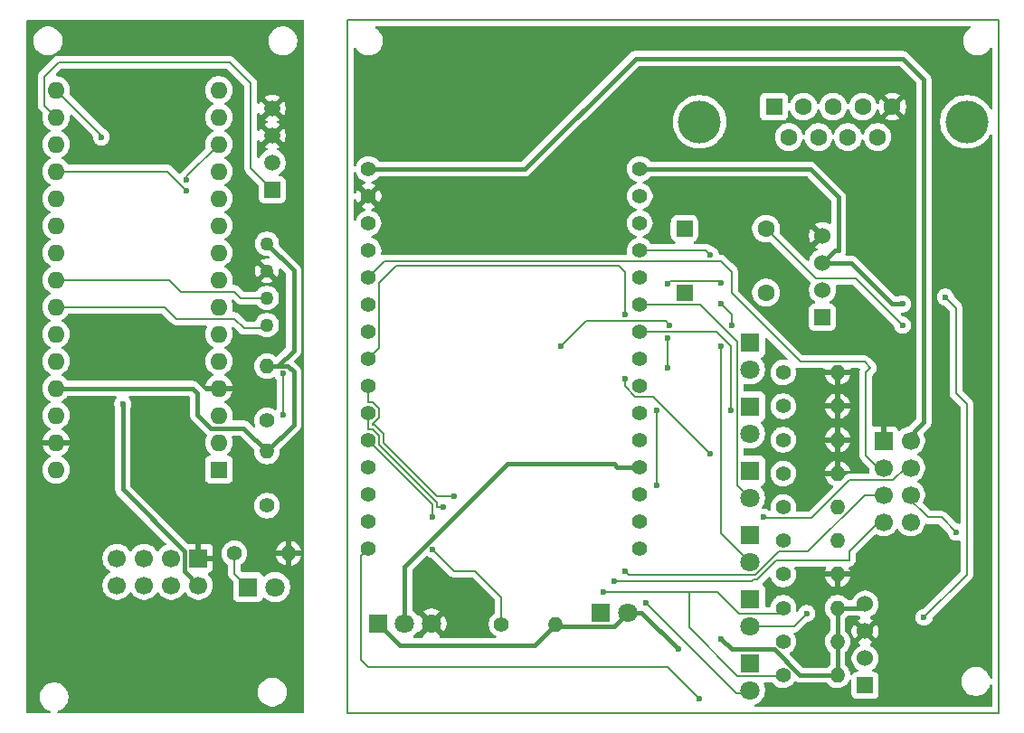
<source format=gtl>
G04 #@! TF.GenerationSoftware,KiCad,Pcbnew,9.0.1*
G04 #@! TF.CreationDate,2025-05-10T06:39:09-07:00*
G04 #@! TF.ProjectId,ARDU_RF_TEMP,41524455-5f52-4465-9f54-454d502e6b69,rev?*
G04 #@! TF.SameCoordinates,Original*
G04 #@! TF.FileFunction,Copper,L1,Top*
G04 #@! TF.FilePolarity,Positive*
%FSLAX46Y46*%
G04 Gerber Fmt 4.6, Leading zero omitted, Abs format (unit mm)*
G04 Created by KiCad (PCBNEW 9.0.1) date 2025-05-10 06:39:09*
%MOMM*%
%LPD*%
G01*
G04 APERTURE LIST*
G04 Aperture macros list*
%AMRoundRect*
0 Rectangle with rounded corners*
0 $1 Rounding radius*
0 $2 $3 $4 $5 $6 $7 $8 $9 X,Y pos of 4 corners*
0 Add a 4 corners polygon primitive as box body*
4,1,4,$2,$3,$4,$5,$6,$7,$8,$9,$2,$3,0*
0 Add four circle primitives for the rounded corners*
1,1,$1+$1,$2,$3*
1,1,$1+$1,$4,$5*
1,1,$1+$1,$6,$7*
1,1,$1+$1,$8,$9*
0 Add four rect primitives between the rounded corners*
20,1,$1+$1,$2,$3,$4,$5,0*
20,1,$1+$1,$4,$5,$6,$7,0*
20,1,$1+$1,$6,$7,$8,$9,0*
20,1,$1+$1,$8,$9,$2,$3,0*%
G04 Aperture macros list end*
G04 #@! TA.AperFunction,NonConductor*
%ADD10C,0.200000*%
G04 #@! TD*
G04 #@! TA.AperFunction,ComponentPad*
%ADD11R,1.800000X1.800000*%
G04 #@! TD*
G04 #@! TA.AperFunction,ComponentPad*
%ADD12C,1.800000*%
G04 #@! TD*
G04 #@! TA.AperFunction,ComponentPad*
%ADD13C,1.400000*%
G04 #@! TD*
G04 #@! TA.AperFunction,ComponentPad*
%ADD14O,1.400000X1.400000*%
G04 #@! TD*
G04 #@! TA.AperFunction,ComponentPad*
%ADD15RoundRect,0.250000X-0.550000X-0.550000X0.550000X-0.550000X0.550000X0.550000X-0.550000X0.550000X0*%
G04 #@! TD*
G04 #@! TA.AperFunction,ComponentPad*
%ADD16C,1.600000*%
G04 #@! TD*
G04 #@! TA.AperFunction,ComponentPad*
%ADD17R,1.600000X1.600000*%
G04 #@! TD*
G04 #@! TA.AperFunction,ComponentPad*
%ADD18O,1.600000X1.600000*%
G04 #@! TD*
G04 #@! TA.AperFunction,ComponentPad*
%ADD19R,1.500000X1.500000*%
G04 #@! TD*
G04 #@! TA.AperFunction,ComponentPad*
%ADD20C,1.500000*%
G04 #@! TD*
G04 #@! TA.AperFunction,ComponentPad*
%ADD21C,4.000000*%
G04 #@! TD*
G04 #@! TA.AperFunction,ComponentPad*
%ADD22C,1.408000*%
G04 #@! TD*
G04 #@! TA.AperFunction,ComponentPad*
%ADD23R,1.524000X1.524000*%
G04 #@! TD*
G04 #@! TA.AperFunction,ComponentPad*
%ADD24C,1.524000*%
G04 #@! TD*
G04 #@! TA.AperFunction,ComponentPad*
%ADD25C,1.270000*%
G04 #@! TD*
G04 #@! TA.AperFunction,ComponentPad*
%ADD26R,1.700000X1.700000*%
G04 #@! TD*
G04 #@! TA.AperFunction,ComponentPad*
%ADD27C,1.700000*%
G04 #@! TD*
G04 #@! TA.AperFunction,ViaPad*
%ADD28C,0.600000*%
G04 #@! TD*
G04 #@! TA.AperFunction,Conductor*
%ADD29C,0.200000*%
G04 #@! TD*
G04 #@! TA.AperFunction,Conductor*
%ADD30C,0.400000*%
G04 #@! TD*
G04 APERTURE END LIST*
D10*
X44000000Y-14000000D02*
X105000000Y-14000000D01*
X105000000Y-79000000D01*
X44000000Y-79000000D01*
X44000000Y-14000000D01*
D11*
X34730000Y-67165000D03*
D12*
X37270000Y-67165000D03*
D13*
X33460000Y-64000000D03*
D14*
X38540000Y-64000000D03*
D13*
X84820000Y-47067500D03*
D14*
X89900000Y-47067500D03*
D11*
X81735000Y-62277500D03*
D12*
X81735000Y-64817500D03*
D15*
X75595000Y-33580000D03*
D16*
X83215000Y-33580000D03*
D13*
X36500000Y-51540000D03*
D14*
X36500000Y-46460000D03*
D11*
X81735000Y-74297500D03*
D12*
X81735000Y-76837500D03*
D11*
X81735000Y-44247500D03*
D12*
X81735000Y-46787500D03*
D13*
X84820000Y-53367500D03*
D14*
X89900000Y-53367500D03*
D13*
X84820000Y-59667500D03*
D14*
X89900000Y-59667500D03*
D17*
X32000000Y-56160000D03*
D18*
X32000000Y-53620000D03*
X32000000Y-51080000D03*
X32000000Y-48540000D03*
X32000000Y-46000000D03*
X32000000Y-43460000D03*
X32000000Y-40920000D03*
X32000000Y-38380000D03*
X32000000Y-35840000D03*
X32000000Y-33300000D03*
X32000000Y-30760000D03*
X32000000Y-28220000D03*
X32000000Y-25680000D03*
X32000000Y-23140000D03*
X32000000Y-20600000D03*
X16760000Y-20600000D03*
X16760000Y-23140000D03*
X16760000Y-25680000D03*
X16760000Y-28220000D03*
X16760000Y-30760000D03*
X16760000Y-33300000D03*
X16760000Y-35840000D03*
X16760000Y-38380000D03*
X16760000Y-40920000D03*
X16760000Y-43460000D03*
X16760000Y-46000000D03*
X16760000Y-48540000D03*
X16760000Y-51080000D03*
X16760000Y-53620000D03*
X16760000Y-56160000D03*
D19*
X37000000Y-29940000D03*
D20*
X37000000Y-27400000D03*
X37000000Y-24860000D03*
X37000000Y-22320000D03*
D13*
X36500000Y-59540000D03*
D14*
X36500000Y-54460000D03*
D13*
X84820000Y-50217500D03*
D14*
X89900000Y-50217500D03*
D11*
X67730000Y-69580000D03*
D12*
X70270000Y-69580000D03*
D13*
X84820000Y-69117500D03*
D14*
X89900000Y-69117500D03*
D21*
X77000000Y-23580000D03*
X102000000Y-23580000D03*
D17*
X83960000Y-22160000D03*
D16*
X86730000Y-22160000D03*
X89500000Y-22160000D03*
X92270000Y-22160000D03*
X95040000Y-22160000D03*
X85345000Y-25000000D03*
X88115000Y-25000000D03*
X90885000Y-25000000D03*
X93655000Y-25000000D03*
D15*
X75595000Y-39580000D03*
D16*
X83215000Y-39580000D03*
D22*
X71400000Y-63560000D03*
X71400000Y-61020000D03*
X71400000Y-58480000D03*
X71400000Y-55940000D03*
X71400000Y-53400000D03*
X71400000Y-50860000D03*
X71400000Y-48320000D03*
X71400000Y-45780000D03*
X71400000Y-43240000D03*
X71400000Y-40700000D03*
X71400000Y-38160000D03*
X71400000Y-35620000D03*
X71400000Y-33080000D03*
X71400000Y-30540000D03*
X71400000Y-28000000D03*
X46000000Y-28000000D03*
X46000000Y-30540000D03*
X46000000Y-33080000D03*
X46000000Y-35620000D03*
X46000000Y-38160000D03*
X46000000Y-40700000D03*
X46000000Y-43240000D03*
X46000000Y-45780000D03*
X46000000Y-48320000D03*
X46000000Y-50860000D03*
X46000000Y-53400000D03*
X46000000Y-55940000D03*
X46000000Y-58480000D03*
X46000000Y-61020000D03*
X46000000Y-63560000D03*
D11*
X81735000Y-68287500D03*
D12*
X81735000Y-70827500D03*
D13*
X84820000Y-56517500D03*
D14*
X89900000Y-56517500D03*
D11*
X81735000Y-50257500D03*
D12*
X81735000Y-52797500D03*
D13*
X84820000Y-72267500D03*
D14*
X89900000Y-72267500D03*
D23*
X92489800Y-76377500D03*
D24*
X92489800Y-73837500D03*
X92489800Y-71297500D03*
X92489800Y-68757500D03*
D23*
X88489800Y-41877500D03*
D24*
X88489800Y-39337500D03*
X88489800Y-36797500D03*
X88489800Y-34257500D03*
D11*
X81735000Y-56267500D03*
D12*
X81735000Y-58807500D03*
D11*
X46900000Y-70580000D03*
D12*
X49400000Y-70580000D03*
X51900000Y-70580000D03*
D25*
X36500000Y-42620000D03*
X36500000Y-40080000D03*
X36500000Y-37540000D03*
X36500000Y-35000000D03*
D13*
X84820000Y-75417500D03*
D14*
X89900000Y-75417500D03*
D26*
X30080000Y-64460000D03*
D27*
X30080000Y-67000000D03*
X27540000Y-64460000D03*
X27540000Y-67000000D03*
X25000000Y-64460000D03*
X25000000Y-67000000D03*
X22460000Y-64460000D03*
X22460000Y-67000000D03*
D13*
X84820000Y-62817500D03*
D14*
X89900000Y-62817500D03*
D13*
X84820000Y-65967500D03*
D14*
X89900000Y-65967500D03*
D26*
X94210500Y-53447500D03*
D27*
X96750500Y-53447500D03*
X94210500Y-55987500D03*
X96750500Y-55987500D03*
X94210500Y-58527500D03*
X96750500Y-58527500D03*
X94210500Y-61067500D03*
X96750500Y-61067500D03*
D13*
X58460000Y-70640000D03*
D14*
X63540000Y-70640000D03*
D28*
X38000000Y-47160000D03*
X38000000Y-51000000D03*
X23000000Y-50000000D03*
X29000000Y-30000000D03*
X64000000Y-44640000D03*
X74199000Y-42640000D03*
X52000000Y-63640000D03*
X100000000Y-40000000D03*
X68000000Y-67640000D03*
X52000000Y-60640000D03*
X98000000Y-70000000D03*
X101000000Y-62000000D03*
X77000000Y-77640000D03*
X53000000Y-59640000D03*
X69000000Y-66640000D03*
X70000000Y-65640000D03*
X54000000Y-58640000D03*
X82999485Y-60639485D03*
X70000000Y-41635000D03*
X78000000Y-54640000D03*
X70000000Y-47640000D03*
X21000000Y-25000000D03*
X29000000Y-29000000D03*
X74000000Y-46640000D03*
X73000000Y-50640000D03*
X72000000Y-68640000D03*
X74000000Y-43840000D03*
X73005000Y-57640000D03*
X79000000Y-38640000D03*
X73963235Y-38796765D03*
X96000000Y-42640000D03*
X87000000Y-69640000D03*
X78000000Y-36040000D03*
X80000000Y-42640000D03*
X79000000Y-44640000D03*
X79000000Y-40640000D03*
X79934000Y-50640000D03*
X75000000Y-73000000D03*
X79000000Y-72000000D03*
X96000000Y-40640000D03*
D29*
X33460000Y-64000000D02*
X33460000Y-65895000D01*
X33460000Y-65895000D02*
X34730000Y-67165000D01*
X33461000Y-39481000D02*
X34060000Y-40080000D01*
X34060000Y-40080000D02*
X36500000Y-40080000D01*
X38000000Y-51000000D02*
X38000000Y-47160000D01*
X33461000Y-42021000D02*
X34361000Y-42921000D01*
X34361000Y-42921000D02*
X36500000Y-42921000D01*
X16760000Y-40920000D02*
X26920000Y-40920000D01*
X26920000Y-40920000D02*
X28021000Y-42021000D01*
X28021000Y-42021000D02*
X33461000Y-42021000D01*
D30*
X29540000Y-48540000D02*
X30000000Y-49000000D01*
X36500000Y-54460000D02*
X34321000Y-52281000D01*
X34321000Y-52281000D02*
X31281000Y-52281000D01*
X31281000Y-52281000D02*
X30000000Y-51000000D01*
X30000000Y-51000000D02*
X30000000Y-49000000D01*
X38460000Y-46460000D02*
X39000000Y-47000000D01*
X39000000Y-51960000D02*
X36500000Y-54460000D01*
X36500000Y-46460000D02*
X38460000Y-46460000D01*
X39000000Y-47000000D02*
X39000000Y-51960000D01*
X39000000Y-45000000D02*
X37540000Y-46460000D01*
X37540000Y-46460000D02*
X36500000Y-46460000D01*
X39000000Y-37500000D02*
X39000000Y-45000000D01*
X36500000Y-35000000D02*
X39000000Y-37500000D01*
X28791000Y-63791000D02*
X23000000Y-58000000D01*
X28791000Y-65711000D02*
X28791000Y-63791000D01*
X30080000Y-67000000D02*
X28791000Y-65711000D01*
X23000000Y-58000000D02*
X23000000Y-50000000D01*
D29*
X33000000Y-18000000D02*
X35000000Y-20000000D01*
X15659000Y-19341000D02*
X17000000Y-18000000D01*
X17000000Y-18000000D02*
X33000000Y-18000000D01*
X35000000Y-27940000D02*
X37000000Y-29940000D01*
X35000000Y-20000000D02*
X35000000Y-27940000D01*
X15659000Y-22039000D02*
X15659000Y-19341000D01*
X16760000Y-23140000D02*
X15659000Y-22039000D01*
X27220000Y-28220000D02*
X29000000Y-30000000D01*
X16760000Y-28220000D02*
X27220000Y-28220000D01*
X66405000Y-42235000D02*
X64000000Y-44640000D01*
X58460000Y-68100000D02*
X56000000Y-65640000D01*
X73794000Y-42235000D02*
X66405000Y-42235000D01*
X56000000Y-65640000D02*
X54000000Y-65640000D01*
X74199000Y-42640000D02*
X73794000Y-42235000D01*
X58460000Y-70640000D02*
X58460000Y-68100000D01*
X54000000Y-65640000D02*
X52000000Y-63640000D01*
X46000000Y-53400000D02*
X52000000Y-59400000D01*
X102000000Y-66000000D02*
X102000000Y-50000000D01*
X84820000Y-75417500D02*
X84739000Y-75498500D01*
X68000000Y-67640000D02*
X76000000Y-67640000D01*
X76000000Y-70964500D02*
X76000000Y-67640000D01*
X80672000Y-69626500D02*
X84311000Y-69626500D01*
X101000000Y-41000000D02*
X100000000Y-40000000D01*
X98000000Y-70000000D02*
X102000000Y-66000000D01*
X80534000Y-75498500D02*
X76000000Y-70964500D01*
X76000000Y-67640000D02*
X78685500Y-67640000D01*
X52000000Y-59400000D02*
X52000000Y-60640000D01*
X102000000Y-50000000D02*
X101000000Y-49000000D01*
X84739000Y-75498500D02*
X80534000Y-75498500D01*
X84311000Y-69626500D02*
X84820000Y-69117500D01*
X78685500Y-67640000D02*
X80672000Y-69626500D01*
X101000000Y-49000000D02*
X101000000Y-41000000D01*
X92426500Y-46066500D02*
X93000000Y-46640000D01*
X46000000Y-38160000D02*
X47520000Y-36640000D01*
X92559500Y-54836500D02*
X93710500Y-55987500D01*
X93000000Y-46640000D02*
X92559500Y-47080500D01*
X79000000Y-36640000D02*
X80000000Y-37640000D01*
X86426500Y-46066500D02*
X92426500Y-46066500D01*
X47520000Y-36640000D02*
X79000000Y-36640000D01*
X80000000Y-39640000D02*
X86426500Y-46066500D01*
X80000000Y-37640000D02*
X80000000Y-39640000D01*
X92559500Y-47080500D02*
X92559500Y-54836500D01*
X99640000Y-60640000D02*
X98363000Y-60640000D01*
X45296000Y-73936000D02*
X46000000Y-74640000D01*
X46000000Y-63560000D02*
X45296000Y-64264000D01*
X74000000Y-74640000D02*
X77000000Y-77640000D01*
X101000000Y-62000000D02*
X99640000Y-60640000D01*
X46000000Y-74640000D02*
X74000000Y-74640000D01*
X45296000Y-64264000D02*
X45296000Y-73936000D01*
X98363000Y-60640000D02*
X96250500Y-58527500D01*
X81865936Y-66640000D02*
X82086436Y-66419500D01*
X46000000Y-50860000D02*
X46000000Y-52395000D01*
X47005000Y-53816285D02*
X46994193Y-53827093D01*
X84178071Y-64640000D02*
X91000000Y-64640000D01*
X91000000Y-64640000D02*
X91000000Y-63778000D01*
X46994193Y-53827093D02*
X52401000Y-59233900D01*
X82086436Y-66419500D02*
X82398571Y-66419500D01*
X52401000Y-59233900D02*
X52401000Y-59640000D01*
X46000000Y-52395000D02*
X46416285Y-52395000D01*
X47005000Y-52983715D02*
X47005000Y-53816285D01*
X69000000Y-66640000D02*
X81865936Y-66640000D01*
X82398571Y-66419500D02*
X84178071Y-64640000D01*
X91000000Y-63778000D02*
X93710500Y-61067500D01*
X52401000Y-59640000D02*
X53000000Y-59640000D01*
X46416285Y-52395000D02*
X47005000Y-52983715D01*
X46401000Y-51865000D02*
X46401000Y-51994000D01*
X52374200Y-58640000D02*
X54000000Y-58640000D01*
X82232471Y-66018500D02*
X84432471Y-63818500D01*
X46416285Y-49855000D02*
X47005000Y-50443715D01*
X47406000Y-53671800D02*
X52374200Y-58640000D01*
X46416285Y-51865000D02*
X46401000Y-51865000D01*
X47406000Y-52817615D02*
X47406000Y-53671800D01*
X47005000Y-51276285D02*
X46416285Y-51865000D01*
X46000000Y-49855000D02*
X46416285Y-49855000D01*
X70000000Y-65640000D02*
X70378500Y-66018500D01*
X46582385Y-51994000D02*
X47406000Y-52817615D01*
X92455628Y-58527500D02*
X93710500Y-58527500D01*
X46401000Y-51994000D02*
X46582385Y-51994000D01*
X70378500Y-66018500D02*
X82232471Y-66018500D01*
X87164628Y-63818500D02*
X92455628Y-58527500D01*
X47005000Y-50443715D02*
X47005000Y-51276285D01*
X84432471Y-63818500D02*
X87164628Y-63818500D01*
X46000000Y-48320000D02*
X46000000Y-49855000D01*
X83028500Y-60668500D02*
X87483372Y-60668500D01*
X82999485Y-60639485D02*
X83028500Y-60668500D01*
X48599000Y-37041000D02*
X49000000Y-37041000D01*
X70983715Y-49325000D02*
X71000000Y-49325000D01*
X47000000Y-38640000D02*
X48599000Y-37041000D01*
X70000000Y-48341285D02*
X70983715Y-49325000D01*
X95099500Y-57138500D02*
X96250500Y-55987500D01*
X72685000Y-49325000D02*
X78000000Y-54640000D01*
X91013372Y-57138500D02*
X95099500Y-57138500D01*
X49000000Y-37041000D02*
X68000000Y-37041000D01*
X87483372Y-60668500D02*
X91013372Y-57138500D01*
X47005000Y-44775000D02*
X47005000Y-38645000D01*
X68000000Y-37041000D02*
X69401000Y-37041000D01*
X46000000Y-45780000D02*
X47005000Y-44775000D01*
X69401000Y-37041000D02*
X70000000Y-37640000D01*
X47005000Y-38645000D02*
X47000000Y-38640000D01*
X71000000Y-49325000D02*
X72685000Y-49325000D01*
X70000000Y-37640000D02*
X70000000Y-41635000D01*
X70000000Y-47640000D02*
X70000000Y-48341285D01*
X21000000Y-25000000D02*
X21000000Y-24840000D01*
X21000000Y-24840000D02*
X16760000Y-20600000D01*
X29000000Y-29000000D02*
X29000000Y-28680000D01*
X27000000Y-67000000D02*
X27720000Y-67000000D01*
X29000000Y-28680000D02*
X32000000Y-25680000D01*
D30*
X59000000Y-55640000D02*
X69000000Y-55640000D01*
X49400000Y-65240000D02*
X59000000Y-55640000D01*
X49400000Y-70580000D02*
X49400000Y-65240000D01*
X69300000Y-55940000D02*
X71400000Y-55940000D01*
X69000000Y-55640000D02*
X69300000Y-55940000D01*
X16760000Y-48540000D02*
X29540000Y-48540000D01*
D29*
X27380000Y-38380000D02*
X28481000Y-39481000D01*
X28481000Y-39481000D02*
X33461000Y-39481000D01*
X16760000Y-38380000D02*
X27380000Y-38380000D01*
X73005000Y-57640000D02*
X73005000Y-50645000D01*
X74000000Y-46640000D02*
X74000000Y-43840000D01*
X80433500Y-77073500D02*
X72000000Y-68640000D01*
X78839000Y-38479000D02*
X79000000Y-38640000D01*
X81735000Y-76837500D02*
X81499000Y-77073500D01*
X73005000Y-50645000D02*
X73000000Y-50640000D01*
X81499000Y-77073500D02*
X80433500Y-77073500D01*
X74281000Y-38479000D02*
X78839000Y-38479000D01*
X73963235Y-38796765D02*
X74281000Y-38479000D01*
X85812500Y-70827500D02*
X81735000Y-70827500D01*
X87000000Y-69640000D02*
X85812500Y-70827500D01*
X87909500Y-38274500D02*
X91634500Y-38274500D01*
X83215000Y-33580000D02*
X87909500Y-38274500D01*
X91634500Y-38274500D02*
X96000000Y-42640000D01*
X79000000Y-62082500D02*
X81735000Y-64817500D01*
X71400000Y-35620000D02*
X77580000Y-35620000D01*
X79000000Y-44640000D02*
X79000000Y-62082500D01*
X80000000Y-42640000D02*
X80000000Y-41640000D01*
X80000000Y-41640000D02*
X79000000Y-40640000D01*
X77580000Y-35620000D02*
X78000000Y-36040000D01*
X71400000Y-40700000D02*
X77060000Y-40700000D01*
X77060000Y-40700000D02*
X80534000Y-44174000D01*
X80534000Y-57606500D02*
X81735000Y-58807500D01*
X80534000Y-44174000D02*
X80534000Y-57606500D01*
X79000000Y-43640000D02*
X79934000Y-44574000D01*
X78600000Y-43240000D02*
X79000000Y-43640000D01*
X79934000Y-44574000D02*
X79934000Y-50640000D01*
X71400000Y-43240000D02*
X78600000Y-43240000D01*
D30*
X71400000Y-28000000D02*
X87360000Y-28000000D01*
X46900000Y-70580000D02*
X48960000Y-72640000D01*
X91157500Y-36797500D02*
X95000000Y-40640000D01*
X90000000Y-35640000D02*
X89647300Y-35640000D01*
X89900000Y-75417500D02*
X89900000Y-72267500D01*
X79000000Y-72000000D02*
X79996500Y-72996500D01*
X70270000Y-69580000D02*
X68969000Y-70881000D01*
X88489800Y-36797500D02*
X91157500Y-36797500D01*
X90000000Y-30640000D02*
X90000000Y-35640000D01*
X63781000Y-70881000D02*
X63540000Y-70640000D01*
X79996500Y-72996500D02*
X83956050Y-72996500D01*
X87360000Y-28000000D02*
X90000000Y-30640000D01*
X70270000Y-69580000D02*
X71580000Y-69580000D01*
X95000000Y-40640000D02*
X96000000Y-40640000D01*
X61540000Y-72640000D02*
X63540000Y-70640000D01*
X68969000Y-70881000D02*
X63781000Y-70881000D01*
X89900000Y-72267500D02*
X89900000Y-69117500D01*
X48960000Y-72640000D02*
X61540000Y-72640000D01*
X89900000Y-69117500D02*
X92129800Y-69117500D01*
X86377050Y-75417500D02*
X89900000Y-75417500D01*
X92129800Y-69117500D02*
X92489800Y-68757500D01*
X71580000Y-69580000D02*
X75000000Y-73000000D01*
X83956050Y-72996500D02*
X86377050Y-75417500D01*
X89647300Y-35640000D02*
X88489800Y-36797500D01*
X46000000Y-28000000D02*
X60640000Y-28000000D01*
X96000000Y-17640000D02*
X98000000Y-19640000D01*
X98000000Y-51698000D02*
X96250500Y-53447500D01*
X71000000Y-17640000D02*
X96000000Y-17640000D01*
X60640000Y-28000000D02*
X71000000Y-17640000D01*
X98000000Y-19640000D02*
X98000000Y-51698000D01*
G04 #@! TA.AperFunction,Conductor*
G36*
X102322484Y-14620185D02*
G01*
X102368239Y-14672989D01*
X102378183Y-14742147D01*
X102349158Y-14805703D01*
X102311739Y-14834985D01*
X102292182Y-14844949D01*
X102120213Y-14969890D01*
X101969890Y-15120213D01*
X101844951Y-15292179D01*
X101748444Y-15481585D01*
X101682753Y-15683760D01*
X101649500Y-15893713D01*
X101649500Y-16106286D01*
X101682753Y-16316239D01*
X101748444Y-16518414D01*
X101844951Y-16707820D01*
X101969890Y-16879786D01*
X102120213Y-17030109D01*
X102292179Y-17155048D01*
X102292181Y-17155049D01*
X102292184Y-17155051D01*
X102481588Y-17251557D01*
X102683757Y-17317246D01*
X102893713Y-17350500D01*
X102893714Y-17350500D01*
X103106286Y-17350500D01*
X103106287Y-17350500D01*
X103316243Y-17317246D01*
X103518412Y-17251557D01*
X103707816Y-17155051D01*
X103729789Y-17139086D01*
X103879786Y-17030109D01*
X103879788Y-17030106D01*
X103879792Y-17030104D01*
X104030104Y-16879792D01*
X104030106Y-16879788D01*
X104030109Y-16879786D01*
X104155050Y-16707817D01*
X104165015Y-16688261D01*
X104212989Y-16637464D01*
X104280810Y-16620669D01*
X104346945Y-16643206D01*
X104390397Y-16697921D01*
X104399500Y-16744555D01*
X104399500Y-22268463D01*
X104379815Y-22335502D01*
X104327011Y-22381257D01*
X104257853Y-22391201D01*
X104194297Y-22362176D01*
X104170506Y-22334435D01*
X104060901Y-22160001D01*
X104042523Y-22130752D01*
X103867416Y-21911175D01*
X103668825Y-21712584D01*
X103645615Y-21694075D01*
X103602887Y-21660000D01*
X103449248Y-21537477D01*
X103211445Y-21388055D01*
X103211442Y-21388053D01*
X102958411Y-21266200D01*
X102693329Y-21173443D01*
X102693317Y-21173439D01*
X102419512Y-21110945D01*
X102419494Y-21110942D01*
X102140431Y-21079500D01*
X102140425Y-21079500D01*
X101859575Y-21079500D01*
X101859568Y-21079500D01*
X101580505Y-21110942D01*
X101580487Y-21110945D01*
X101306682Y-21173439D01*
X101306670Y-21173443D01*
X101041588Y-21266200D01*
X100788557Y-21388053D01*
X100550753Y-21537476D01*
X100331175Y-21712583D01*
X100132583Y-21911175D01*
X99957476Y-22130753D01*
X99808053Y-22368557D01*
X99686200Y-22621588D01*
X99593443Y-22886670D01*
X99593439Y-22886682D01*
X99530945Y-23160487D01*
X99530942Y-23160505D01*
X99499500Y-23439568D01*
X99499500Y-23720431D01*
X99530942Y-23999494D01*
X99530945Y-23999512D01*
X99593439Y-24273317D01*
X99593443Y-24273329D01*
X99686200Y-24538411D01*
X99808053Y-24791442D01*
X99808055Y-24791445D01*
X99957477Y-25029248D01*
X100015775Y-25102351D01*
X100122284Y-25235910D01*
X100132584Y-25248825D01*
X100331175Y-25447416D01*
X100550752Y-25622523D01*
X100788555Y-25771945D01*
X101041592Y-25893801D01*
X101240680Y-25963465D01*
X101306670Y-25986556D01*
X101306682Y-25986560D01*
X101580491Y-26049055D01*
X101580497Y-26049055D01*
X101580505Y-26049057D01*
X101766547Y-26070018D01*
X101859569Y-26080499D01*
X101859572Y-26080500D01*
X101859575Y-26080500D01*
X102140428Y-26080500D01*
X102140429Y-26080499D01*
X102283055Y-26064429D01*
X102419494Y-26049057D01*
X102419499Y-26049056D01*
X102419509Y-26049055D01*
X102693318Y-25986560D01*
X102958408Y-25893801D01*
X103211445Y-25771945D01*
X103449248Y-25622523D01*
X103668825Y-25447416D01*
X103867416Y-25248825D01*
X104042523Y-25029248D01*
X104170507Y-24825562D01*
X104222841Y-24779273D01*
X104291894Y-24768625D01*
X104355743Y-24797000D01*
X104394115Y-24855389D01*
X104399500Y-24891536D01*
X104399500Y-75606424D01*
X104379815Y-75673463D01*
X104327011Y-75719218D01*
X104257853Y-75729162D01*
X104194297Y-75700137D01*
X104157569Y-75644742D01*
X104104557Y-75481588D01*
X104008051Y-75292184D01*
X104008049Y-75292181D01*
X104008048Y-75292179D01*
X103883109Y-75120213D01*
X103732786Y-74969890D01*
X103560820Y-74844951D01*
X103371414Y-74748444D01*
X103371413Y-74748443D01*
X103371412Y-74748443D01*
X103169243Y-74682754D01*
X103169241Y-74682753D01*
X103169240Y-74682753D01*
X103007957Y-74657208D01*
X102959287Y-74649500D01*
X102746713Y-74649500D01*
X102698042Y-74657208D01*
X102536760Y-74682753D01*
X102334585Y-74748444D01*
X102145179Y-74844951D01*
X101973213Y-74969890D01*
X101822890Y-75120213D01*
X101697951Y-75292179D01*
X101601444Y-75481585D01*
X101535753Y-75683760D01*
X101502500Y-75893713D01*
X101502500Y-76106286D01*
X101535040Y-76311740D01*
X101535754Y-76316243D01*
X101598563Y-76509549D01*
X101601444Y-76518414D01*
X101697951Y-76707820D01*
X101822890Y-76879786D01*
X101973213Y-77030109D01*
X102145179Y-77155048D01*
X102145181Y-77155049D01*
X102145184Y-77155051D01*
X102334588Y-77251557D01*
X102536757Y-77317246D01*
X102746713Y-77350500D01*
X102746714Y-77350500D01*
X102959286Y-77350500D01*
X102959287Y-77350500D01*
X103169243Y-77317246D01*
X103371412Y-77251557D01*
X103560816Y-77155051D01*
X103595699Y-77129707D01*
X103732786Y-77030109D01*
X103732788Y-77030106D01*
X103732792Y-77030104D01*
X103883104Y-76879792D01*
X103883106Y-76879788D01*
X103883109Y-76879786D01*
X104008048Y-76707820D01*
X104008047Y-76707820D01*
X104008051Y-76707816D01*
X104104557Y-76518412D01*
X104157569Y-76355255D01*
X104197006Y-76297581D01*
X104261365Y-76270383D01*
X104330211Y-76282298D01*
X104381687Y-76329542D01*
X104399500Y-76393575D01*
X104399500Y-78275500D01*
X104379815Y-78342539D01*
X104327011Y-78388294D01*
X104275500Y-78399500D01*
X82242679Y-78399500D01*
X82175640Y-78379815D01*
X82129885Y-78327011D01*
X82119941Y-78257853D01*
X82148966Y-78194297D01*
X82204362Y-78157569D01*
X82272600Y-78135397D01*
X82272606Y-78135395D01*
X82469022Y-78035315D01*
X82647365Y-77905742D01*
X82803242Y-77749865D01*
X82932815Y-77571522D01*
X83032895Y-77375106D01*
X83101015Y-77165451D01*
X83135500Y-76947722D01*
X83135500Y-76727278D01*
X83101015Y-76509549D01*
X83050883Y-76355257D01*
X83032896Y-76299896D01*
X83032893Y-76299889D01*
X83022400Y-76279296D01*
X83009503Y-76210627D01*
X83035778Y-76145887D01*
X83092884Y-76105629D01*
X83132884Y-76099000D01*
X83768058Y-76099000D01*
X83835097Y-76118685D01*
X83868375Y-76150113D01*
X83904310Y-76199573D01*
X84037927Y-76333190D01*
X84190801Y-76444260D01*
X84264056Y-76481585D01*
X84359163Y-76530045D01*
X84359165Y-76530045D01*
X84359168Y-76530047D01*
X84455497Y-76561346D01*
X84538881Y-76588440D01*
X84725514Y-76618000D01*
X84725519Y-76618000D01*
X84914486Y-76618000D01*
X85101118Y-76588440D01*
X85280832Y-76530047D01*
X85449199Y-76444260D01*
X85602073Y-76333190D01*
X85735690Y-76199573D01*
X85845667Y-76048203D01*
X85900996Y-76005538D01*
X85970609Y-75999559D01*
X86014874Y-76017986D01*
X86045239Y-76038275D01*
X86172722Y-76091080D01*
X86172726Y-76091080D01*
X86172727Y-76091081D01*
X86308053Y-76118000D01*
X86308056Y-76118000D01*
X86308057Y-76118000D01*
X88861862Y-76118000D01*
X88928901Y-76137685D01*
X88962179Y-76169113D01*
X88984310Y-76199573D01*
X89117927Y-76333190D01*
X89270801Y-76444260D01*
X89344056Y-76481585D01*
X89439163Y-76530045D01*
X89439165Y-76530045D01*
X89439168Y-76530047D01*
X89535497Y-76561346D01*
X89618881Y-76588440D01*
X89805514Y-76618000D01*
X89805519Y-76618000D01*
X89994486Y-76618000D01*
X90181118Y-76588440D01*
X90360832Y-76530047D01*
X90529199Y-76444260D01*
X90682073Y-76333190D01*
X90815690Y-76199573D01*
X90926760Y-76046699D01*
X90992815Y-75917057D01*
X91040789Y-75866262D01*
X91108610Y-75849467D01*
X91174745Y-75872004D01*
X91218197Y-75926719D01*
X91227300Y-75973353D01*
X91227300Y-77187370D01*
X91227301Y-77187376D01*
X91233708Y-77246983D01*
X91284002Y-77381828D01*
X91284006Y-77381835D01*
X91370252Y-77497044D01*
X91370255Y-77497047D01*
X91485464Y-77583293D01*
X91485471Y-77583297D01*
X91620317Y-77633591D01*
X91620316Y-77633591D01*
X91627244Y-77634335D01*
X91679927Y-77640000D01*
X93299672Y-77639999D01*
X93359283Y-77633591D01*
X93494131Y-77583296D01*
X93609346Y-77497046D01*
X93695596Y-77381831D01*
X93745891Y-77246983D01*
X93752300Y-77187373D01*
X93752299Y-75567628D01*
X93745891Y-75508017D01*
X93695799Y-75373714D01*
X93695597Y-75373171D01*
X93695593Y-75373164D01*
X93609347Y-75257955D01*
X93609344Y-75257952D01*
X93494135Y-75171706D01*
X93494128Y-75171702D01*
X93359282Y-75121408D01*
X93359283Y-75121408D01*
X93299683Y-75115001D01*
X93299681Y-75115000D01*
X93299673Y-75115000D01*
X93299665Y-75115000D01*
X93260998Y-75115000D01*
X93193959Y-75095315D01*
X93148204Y-75042511D01*
X93138260Y-74973353D01*
X93167285Y-74909797D01*
X93188113Y-74890682D01*
X93251056Y-74844951D01*
X93312264Y-74800481D01*
X93452781Y-74659964D01*
X93569587Y-74499194D01*
X93659805Y-74322132D01*
X93721213Y-74133136D01*
X93752300Y-73936861D01*
X93752300Y-73738139D01*
X93721213Y-73541864D01*
X93667902Y-73377787D01*
X93659806Y-73352870D01*
X93659805Y-73352867D01*
X93598982Y-73233497D01*
X93569587Y-73175806D01*
X93452781Y-73015036D01*
X93312264Y-72874519D01*
X93151494Y-72757713D01*
X92994467Y-72677703D01*
X92943672Y-72629729D01*
X92926877Y-72561908D01*
X92949414Y-72495773D01*
X92994469Y-72456734D01*
X93151222Y-72376864D01*
X93188516Y-72349768D01*
X92625742Y-71786994D01*
X92685881Y-71770881D01*
X92801720Y-71704002D01*
X92896302Y-71609420D01*
X92963181Y-71493581D01*
X92979295Y-71433442D01*
X93542068Y-71996215D01*
X93569162Y-71958925D01*
X93659342Y-71781937D01*
X93720724Y-71593023D01*
X93720724Y-71593020D01*
X93751800Y-71396821D01*
X93751800Y-71198178D01*
X93720724Y-71001979D01*
X93720724Y-71001976D01*
X93659342Y-70813062D01*
X93569158Y-70636067D01*
X93542068Y-70598783D01*
X92979294Y-71161557D01*
X92963181Y-71101419D01*
X92896302Y-70985580D01*
X92801720Y-70890998D01*
X92685881Y-70824119D01*
X92625742Y-70808004D01*
X93188516Y-70245231D01*
X93188515Y-70245230D01*
X93151232Y-70218141D01*
X92994468Y-70138265D01*
X92943672Y-70090290D01*
X92926877Y-70022469D01*
X92949415Y-69956334D01*
X92994467Y-69917296D01*
X93151494Y-69837287D01*
X93312264Y-69720481D01*
X93452781Y-69579964D01*
X93569587Y-69419194D01*
X93659805Y-69242132D01*
X93721213Y-69053136D01*
X93752300Y-68856861D01*
X93752300Y-68658139D01*
X93721213Y-68461864D01*
X93685425Y-68351719D01*
X93659806Y-68272870D01*
X93659805Y-68272867D01*
X93610269Y-68175648D01*
X93569587Y-68095806D01*
X93452781Y-67935036D01*
X93312264Y-67794519D01*
X93151494Y-67677713D01*
X92974432Y-67587494D01*
X92974429Y-67587493D01*
X92785437Y-67526087D01*
X92687298Y-67510543D01*
X92589161Y-67495000D01*
X92390439Y-67495000D01*
X92325014Y-67505362D01*
X92194162Y-67526087D01*
X92005170Y-67587493D01*
X92005167Y-67587494D01*
X91828105Y-67677713D01*
X91667333Y-67794521D01*
X91526821Y-67935033D01*
X91410013Y-68095805D01*
X91319793Y-68272870D01*
X91300803Y-68331318D01*
X91286852Y-68351719D01*
X91276585Y-68374203D01*
X91267476Y-68380056D01*
X91261366Y-68388993D01*
X91238600Y-68398614D01*
X91217807Y-68411977D01*
X91201397Y-68414336D01*
X91197007Y-68416192D01*
X91182872Y-68417000D01*
X90938138Y-68417000D01*
X90871099Y-68397315D01*
X90837821Y-68365887D01*
X90815690Y-68335427D01*
X90682075Y-68201812D01*
X90682073Y-68201810D01*
X90529199Y-68090740D01*
X90360836Y-68004954D01*
X90181118Y-67946559D01*
X89994486Y-67917000D01*
X89994481Y-67917000D01*
X89805519Y-67917000D01*
X89805514Y-67917000D01*
X89618881Y-67946559D01*
X89439163Y-68004954D01*
X89270800Y-68090740D01*
X89203006Y-68139996D01*
X89117927Y-68201810D01*
X89117925Y-68201812D01*
X89117924Y-68201812D01*
X88984312Y-68335424D01*
X88984312Y-68335425D01*
X88984310Y-68335427D01*
X88951885Y-68380056D01*
X88873240Y-68488300D01*
X88787454Y-68656663D01*
X88729059Y-68836381D01*
X88699500Y-69023013D01*
X88699500Y-69211986D01*
X88729059Y-69398618D01*
X88787454Y-69578336D01*
X88832958Y-69667641D01*
X88873240Y-69746699D01*
X88984310Y-69899573D01*
X89117927Y-70033190D01*
X89117928Y-70033191D01*
X89117927Y-70033191D01*
X89138442Y-70048095D01*
X89148383Y-70055318D01*
X89191050Y-70110647D01*
X89199500Y-70155637D01*
X89199500Y-71229362D01*
X89179815Y-71296401D01*
X89148387Y-71329679D01*
X89117927Y-71351809D01*
X88984312Y-71485424D01*
X88984312Y-71485425D01*
X88984310Y-71485427D01*
X88956346Y-71523916D01*
X88873240Y-71638300D01*
X88787454Y-71806663D01*
X88729059Y-71986381D01*
X88699500Y-72173013D01*
X88699500Y-72361986D01*
X88729059Y-72548618D01*
X88787454Y-72728336D01*
X88861939Y-72874519D01*
X88873240Y-72896699D01*
X88984310Y-73049573D01*
X89117927Y-73183190D01*
X89117928Y-73183191D01*
X89117927Y-73183191D01*
X89133608Y-73194583D01*
X89148383Y-73205318D01*
X89191050Y-73260647D01*
X89199500Y-73305637D01*
X89199500Y-74379362D01*
X89179815Y-74446401D01*
X89148387Y-74479679D01*
X89117927Y-74501809D01*
X88984309Y-74635427D01*
X88962179Y-74665887D01*
X88906848Y-74708552D01*
X88861862Y-74717000D01*
X86718569Y-74717000D01*
X86651530Y-74697315D01*
X86630888Y-74680681D01*
X85433281Y-73483074D01*
X85399796Y-73421751D01*
X85404780Y-73352059D01*
X85446652Y-73296126D01*
X85448076Y-73295075D01*
X85449194Y-73294262D01*
X85449199Y-73294260D01*
X85602073Y-73183190D01*
X85735690Y-73049573D01*
X85846760Y-72896699D01*
X85932547Y-72728332D01*
X85990940Y-72548618D01*
X86020500Y-72361986D01*
X86020500Y-72173013D01*
X85990940Y-71986381D01*
X85943540Y-71840500D01*
X85932547Y-71806668D01*
X85932545Y-71806665D01*
X85932545Y-71806663D01*
X85846759Y-71638299D01*
X85832215Y-71618282D01*
X85808734Y-71552476D01*
X85824559Y-71484422D01*
X85874663Y-71435726D01*
X85900430Y-71425623D01*
X86044285Y-71387077D01*
X86109370Y-71349500D01*
X86181216Y-71308020D01*
X86293020Y-71196216D01*
X86293020Y-71196214D01*
X86303224Y-71186011D01*
X86303227Y-71186006D01*
X87014665Y-70474570D01*
X87075984Y-70441088D01*
X87078151Y-70440637D01*
X87078840Y-70440500D01*
X87078842Y-70440500D01*
X87233497Y-70409737D01*
X87379179Y-70349394D01*
X87510289Y-70261789D01*
X87621789Y-70150289D01*
X87709394Y-70019179D01*
X87721931Y-69988913D01*
X87731597Y-69965575D01*
X87769737Y-69873497D01*
X87800500Y-69718842D01*
X87800500Y-69561158D01*
X87800500Y-69561155D01*
X87800499Y-69561153D01*
X87795424Y-69535641D01*
X87769737Y-69406503D01*
X87759664Y-69382185D01*
X87709397Y-69260827D01*
X87709390Y-69260814D01*
X87621789Y-69129711D01*
X87621786Y-69129707D01*
X87510292Y-69018213D01*
X87510288Y-69018210D01*
X87379185Y-68930609D01*
X87379172Y-68930602D01*
X87233501Y-68870264D01*
X87233489Y-68870261D01*
X87078845Y-68839500D01*
X87078842Y-68839500D01*
X86921158Y-68839500D01*
X86921155Y-68839500D01*
X86766510Y-68870261D01*
X86766498Y-68870264D01*
X86620827Y-68930602D01*
X86620814Y-68930609D01*
X86489711Y-69018210D01*
X86489707Y-69018213D01*
X86378213Y-69129707D01*
X86378210Y-69129711D01*
X86290609Y-69260814D01*
X86290604Y-69260824D01*
X86241678Y-69378943D01*
X86197837Y-69433346D01*
X86131543Y-69455411D01*
X86063843Y-69438132D01*
X86016233Y-69386994D01*
X86003827Y-69318235D01*
X86004644Y-69312091D01*
X86020500Y-69211985D01*
X86020500Y-69023013D01*
X85990940Y-68836381D01*
X85932545Y-68656663D01*
X85846759Y-68488300D01*
X85827552Y-68461864D01*
X85735690Y-68335427D01*
X85602073Y-68201810D01*
X85449199Y-68090740D01*
X85280836Y-68004954D01*
X85101118Y-67946559D01*
X84914486Y-67917000D01*
X84914481Y-67917000D01*
X84725519Y-67917000D01*
X84725514Y-67917000D01*
X84538881Y-67946559D01*
X84359163Y-68004954D01*
X84190800Y-68090740D01*
X84123006Y-68139996D01*
X84037927Y-68201810D01*
X84037925Y-68201812D01*
X84037924Y-68201812D01*
X83904312Y-68335424D01*
X83904312Y-68335425D01*
X83904310Y-68335427D01*
X83871885Y-68380056D01*
X83793240Y-68488300D01*
X83707454Y-68656663D01*
X83649060Y-68836380D01*
X83635594Y-68921399D01*
X83605664Y-68984533D01*
X83546353Y-69021464D01*
X83513121Y-69026000D01*
X83259500Y-69026000D01*
X83192461Y-69006315D01*
X83146706Y-68953511D01*
X83135500Y-68902000D01*
X83135499Y-67339629D01*
X83135498Y-67339623D01*
X83129091Y-67280016D01*
X83078797Y-67145171D01*
X83078793Y-67145164D01*
X82992547Y-67029956D01*
X82992548Y-67029956D01*
X82992546Y-67029954D01*
X82903971Y-66963647D01*
X82862102Y-66907715D01*
X82857118Y-66838023D01*
X82890601Y-66776703D01*
X83449482Y-66217823D01*
X83510804Y-66184339D01*
X83580496Y-66189323D01*
X83636429Y-66231195D01*
X83655093Y-66267186D01*
X83707454Y-66428336D01*
X83739243Y-66490724D01*
X83793240Y-66596699D01*
X83904310Y-66749573D01*
X84037927Y-66883190D01*
X84190801Y-66994260D01*
X84237806Y-67018210D01*
X84359163Y-67080045D01*
X84359165Y-67080045D01*
X84359168Y-67080047D01*
X84455497Y-67111346D01*
X84538881Y-67138440D01*
X84725514Y-67168000D01*
X84725519Y-67168000D01*
X84914486Y-67168000D01*
X85101118Y-67138440D01*
X85127995Y-67129707D01*
X85280832Y-67080047D01*
X85449199Y-66994260D01*
X85602073Y-66883190D01*
X85735690Y-66749573D01*
X85846760Y-66596699D01*
X85932547Y-66428332D01*
X85990940Y-66248618D01*
X85995868Y-66217500D01*
X88724638Y-66217500D01*
X88729548Y-66248502D01*
X88787914Y-66428137D01*
X88873670Y-66596440D01*
X88984685Y-66749241D01*
X88984689Y-66749246D01*
X89118253Y-66882810D01*
X89118258Y-66882814D01*
X89271059Y-66993829D01*
X89439362Y-67079585D01*
X89618997Y-67137951D01*
X89650000Y-67142862D01*
X89650000Y-67142861D01*
X90150000Y-67142861D01*
X90181002Y-67137951D01*
X90360637Y-67079585D01*
X90528940Y-66993829D01*
X90681741Y-66882814D01*
X90681746Y-66882810D01*
X90815310Y-66749246D01*
X90815314Y-66749241D01*
X90926329Y-66596440D01*
X91012085Y-66428137D01*
X91070451Y-66248502D01*
X91075362Y-66217500D01*
X90150000Y-66217500D01*
X90150000Y-67142861D01*
X89650000Y-67142861D01*
X89650000Y-66217500D01*
X88724638Y-66217500D01*
X85995868Y-66217500D01*
X86003290Y-66170641D01*
X86004811Y-66161040D01*
X86004811Y-66161038D01*
X86020500Y-66061985D01*
X86020500Y-65873013D01*
X85990940Y-65686381D01*
X85932545Y-65506663D01*
X85888793Y-65420795D01*
X85875897Y-65352125D01*
X85902174Y-65287385D01*
X85959280Y-65247128D01*
X85999278Y-65240500D01*
X88721284Y-65240500D01*
X88788323Y-65260185D01*
X88834078Y-65312989D01*
X88844022Y-65382147D01*
X88831768Y-65420796D01*
X88787915Y-65506860D01*
X88729548Y-65686497D01*
X88724638Y-65717500D01*
X89655025Y-65717500D01*
X89619930Y-65752595D01*
X89573852Y-65832405D01*
X89550000Y-65921422D01*
X89550000Y-66013578D01*
X89573852Y-66102595D01*
X89619930Y-66182405D01*
X89685095Y-66247570D01*
X89764905Y-66293648D01*
X89853922Y-66317500D01*
X89946078Y-66317500D01*
X90035095Y-66293648D01*
X90114905Y-66247570D01*
X90180070Y-66182405D01*
X90226148Y-66102595D01*
X90250000Y-66013578D01*
X90250000Y-65921422D01*
X90226148Y-65832405D01*
X90180070Y-65752595D01*
X90144975Y-65717500D01*
X91075362Y-65717500D01*
X91070451Y-65686497D01*
X91012084Y-65506860D01*
X90968232Y-65420796D01*
X90955335Y-65352127D01*
X90981611Y-65287386D01*
X91038717Y-65247128D01*
X91071025Y-65241774D01*
X91070997Y-65241561D01*
X91077404Y-65240717D01*
X91078716Y-65240500D01*
X91079055Y-65240500D01*
X91079057Y-65240500D01*
X91231784Y-65199577D01*
X91368716Y-65120520D01*
X91480520Y-65008716D01*
X91559577Y-64871784D01*
X91600500Y-64719057D01*
X91600500Y-64078096D01*
X91620185Y-64011057D01*
X91636814Y-63990420D01*
X93374060Y-62253173D01*
X93435381Y-62219690D01*
X93505073Y-62224674D01*
X93518016Y-62230363D01*
X93692088Y-62319057D01*
X93894257Y-62384746D01*
X94104213Y-62418000D01*
X94104214Y-62418000D01*
X94316786Y-62418000D01*
X94316787Y-62418000D01*
X94526743Y-62384746D01*
X94728912Y-62319057D01*
X94918316Y-62222551D01*
X94940289Y-62206586D01*
X95090286Y-62097609D01*
X95090288Y-62097606D01*
X95090292Y-62097604D01*
X95240604Y-61947292D01*
X95240606Y-61947288D01*
X95240609Y-61947286D01*
X95365548Y-61775320D01*
X95365547Y-61775320D01*
X95365551Y-61775316D01*
X95370014Y-61766554D01*
X95417988Y-61715759D01*
X95485808Y-61698963D01*
X95551944Y-61721499D01*
X95590986Y-61766556D01*
X95595451Y-61775320D01*
X95720390Y-61947286D01*
X95870713Y-62097609D01*
X96042679Y-62222548D01*
X96042681Y-62222549D01*
X96042684Y-62222551D01*
X96232088Y-62319057D01*
X96434257Y-62384746D01*
X96644213Y-62418000D01*
X96644214Y-62418000D01*
X96856786Y-62418000D01*
X96856787Y-62418000D01*
X97066743Y-62384746D01*
X97268912Y-62319057D01*
X97458316Y-62222551D01*
X97480289Y-62206586D01*
X97630286Y-62097609D01*
X97630288Y-62097606D01*
X97630292Y-62097604D01*
X97780604Y-61947292D01*
X97780606Y-61947288D01*
X97780609Y-61947286D01*
X97905548Y-61775320D01*
X97905547Y-61775320D01*
X97905551Y-61775316D01*
X98002057Y-61585912D01*
X98067746Y-61383743D01*
X98076768Y-61326777D01*
X98106695Y-61263647D01*
X98166005Y-61226715D01*
X98231331Y-61226403D01*
X98283943Y-61240500D01*
X98442057Y-61240500D01*
X99339903Y-61240500D01*
X99406942Y-61260185D01*
X99427584Y-61276819D01*
X100165425Y-62014660D01*
X100198910Y-62075983D01*
X100199361Y-62078149D01*
X100230261Y-62233491D01*
X100230264Y-62233501D01*
X100290602Y-62379172D01*
X100290609Y-62379185D01*
X100378210Y-62510288D01*
X100378213Y-62510292D01*
X100489707Y-62621786D01*
X100489711Y-62621789D01*
X100620814Y-62709390D01*
X100620827Y-62709397D01*
X100766498Y-62769735D01*
X100766503Y-62769737D01*
X100896982Y-62795691D01*
X100921153Y-62800499D01*
X100921156Y-62800500D01*
X100921158Y-62800500D01*
X101078844Y-62800500D01*
X101078845Y-62800499D01*
X101233497Y-62769737D01*
X101233509Y-62769731D01*
X101239324Y-62767969D01*
X101240158Y-62770720D01*
X101297359Y-62764497D01*
X101359878Y-62795691D01*
X101395608Y-62855734D01*
X101399500Y-62886555D01*
X101399500Y-65699903D01*
X101379815Y-65766942D01*
X101363181Y-65787584D01*
X97985339Y-69165425D01*
X97924016Y-69198910D01*
X97921850Y-69199361D01*
X97766508Y-69230261D01*
X97766498Y-69230264D01*
X97620827Y-69290602D01*
X97620814Y-69290609D01*
X97489711Y-69378210D01*
X97489707Y-69378213D01*
X97378213Y-69489707D01*
X97378210Y-69489711D01*
X97290609Y-69620814D01*
X97290602Y-69620827D01*
X97230264Y-69766498D01*
X97230261Y-69766510D01*
X97199500Y-69921153D01*
X97199500Y-70078846D01*
X97230261Y-70233489D01*
X97230264Y-70233501D01*
X97290602Y-70379172D01*
X97290609Y-70379185D01*
X97378210Y-70510288D01*
X97378213Y-70510292D01*
X97489707Y-70621786D01*
X97489711Y-70621789D01*
X97620814Y-70709390D01*
X97620827Y-70709397D01*
X97766498Y-70769735D01*
X97766503Y-70769737D01*
X97865858Y-70789500D01*
X97921153Y-70800499D01*
X97921156Y-70800500D01*
X97921158Y-70800500D01*
X98078844Y-70800500D01*
X98078845Y-70800499D01*
X98233497Y-70769737D01*
X98379179Y-70709394D01*
X98510289Y-70621789D01*
X98621789Y-70510289D01*
X98709394Y-70379179D01*
X98769737Y-70233497D01*
X98794895Y-70107020D01*
X98800638Y-70078150D01*
X98833023Y-70016239D01*
X98834519Y-70014715D01*
X102358506Y-66490727D01*
X102358511Y-66490724D01*
X102368714Y-66480520D01*
X102368716Y-66480520D01*
X102480520Y-66368716D01*
X102523860Y-66293648D01*
X102554543Y-66240504D01*
X102554545Y-66240500D01*
X102554546Y-66240499D01*
X102559577Y-66231785D01*
X102600500Y-66079058D01*
X102600500Y-65920943D01*
X102600500Y-50089060D01*
X102600501Y-50089047D01*
X102600501Y-49920944D01*
X102592572Y-49891352D01*
X102559577Y-49768216D01*
X102514058Y-49689374D01*
X102480524Y-49631290D01*
X102480518Y-49631282D01*
X101636819Y-48787583D01*
X101603334Y-48726260D01*
X101600500Y-48699902D01*
X101600500Y-41089060D01*
X101600501Y-41089047D01*
X101600501Y-40920944D01*
X101589664Y-40880500D01*
X101559577Y-40768216D01*
X101553645Y-40757942D01*
X101480524Y-40631290D01*
X101480518Y-40631282D01*
X100834573Y-39985337D01*
X100801088Y-39924014D01*
X100800637Y-39921847D01*
X100799339Y-39915321D01*
X100769737Y-39766503D01*
X100769735Y-39766498D01*
X100709397Y-39620827D01*
X100709390Y-39620814D01*
X100621789Y-39489711D01*
X100621786Y-39489707D01*
X100510292Y-39378213D01*
X100510288Y-39378210D01*
X100379185Y-39290609D01*
X100379172Y-39290602D01*
X100233501Y-39230264D01*
X100233489Y-39230261D01*
X100078845Y-39199500D01*
X100078842Y-39199500D01*
X99921158Y-39199500D01*
X99921155Y-39199500D01*
X99766510Y-39230261D01*
X99766498Y-39230264D01*
X99620827Y-39290602D01*
X99620814Y-39290609D01*
X99489711Y-39378210D01*
X99489707Y-39378213D01*
X99378213Y-39489707D01*
X99378210Y-39489711D01*
X99290609Y-39620814D01*
X99290602Y-39620827D01*
X99230264Y-39766498D01*
X99230261Y-39766510D01*
X99199500Y-39921153D01*
X99199500Y-40078846D01*
X99230261Y-40233489D01*
X99230264Y-40233501D01*
X99290602Y-40379172D01*
X99290609Y-40379185D01*
X99378210Y-40510288D01*
X99378213Y-40510292D01*
X99489707Y-40621786D01*
X99489711Y-40621789D01*
X99620814Y-40709390D01*
X99620827Y-40709397D01*
X99762814Y-40768209D01*
X99766503Y-40769737D01*
X99810980Y-40778584D01*
X99921849Y-40800638D01*
X99983760Y-40833023D01*
X99985339Y-40834574D01*
X100363181Y-41212416D01*
X100396666Y-41273739D01*
X100399500Y-41300097D01*
X100399500Y-48913330D01*
X100399499Y-48913348D01*
X100399499Y-49079054D01*
X100399498Y-49079054D01*
X100440424Y-49231787D01*
X100453536Y-49254497D01*
X100453537Y-49254499D01*
X100519477Y-49368712D01*
X100519481Y-49368717D01*
X100638349Y-49487585D01*
X100638355Y-49487590D01*
X101363181Y-50212416D01*
X101396666Y-50273739D01*
X101399500Y-50300097D01*
X101399500Y-61113444D01*
X101379815Y-61180483D01*
X101327011Y-61226238D01*
X101257853Y-61236182D01*
X101250462Y-61234890D01*
X101238925Y-61232511D01*
X101233497Y-61230263D01*
X101078842Y-61199500D01*
X101078807Y-61199500D01*
X101077303Y-61199190D01*
X101046835Y-61182981D01*
X101016238Y-61166976D01*
X101015633Y-61166381D01*
X101015619Y-61166374D01*
X101015611Y-61166359D01*
X101014660Y-61165425D01*
X100127590Y-60278355D01*
X100127588Y-60278352D01*
X100008717Y-60159481D01*
X100008716Y-60159480D01*
X99915037Y-60105395D01*
X99915036Y-60105394D01*
X99871783Y-60080422D01*
X99814846Y-60065166D01*
X99719057Y-60039499D01*
X99560943Y-60039499D01*
X99553347Y-60039499D01*
X99553331Y-60039500D01*
X98663097Y-60039500D01*
X98596058Y-60019815D01*
X98575416Y-60003181D01*
X97936176Y-59363941D01*
X97902691Y-59302618D01*
X97907675Y-59232926D01*
X97913367Y-59219975D01*
X98002057Y-59045912D01*
X98067746Y-58843743D01*
X98101000Y-58633787D01*
X98101000Y-58421213D01*
X98067746Y-58211257D01*
X98002057Y-58009088D01*
X97905551Y-57819684D01*
X97905549Y-57819681D01*
X97905548Y-57819679D01*
X97780609Y-57647713D01*
X97630286Y-57497390D01*
X97458320Y-57372451D01*
X97457615Y-57372091D01*
X97449554Y-57367985D01*
X97398759Y-57320012D01*
X97381963Y-57252192D01*
X97404499Y-57186056D01*
X97449554Y-57147015D01*
X97458316Y-57142551D01*
X97480289Y-57126586D01*
X97630286Y-57017609D01*
X97630288Y-57017606D01*
X97630292Y-57017604D01*
X97780604Y-56867292D01*
X97780606Y-56867288D01*
X97780609Y-56867286D01*
X97905548Y-56695320D01*
X97905547Y-56695320D01*
X97905551Y-56695316D01*
X98002057Y-56505912D01*
X98067746Y-56303743D01*
X98101000Y-56093787D01*
X98101000Y-55881213D01*
X98067746Y-55671257D01*
X98002057Y-55469088D01*
X97905551Y-55279684D01*
X97905549Y-55279681D01*
X97905548Y-55279679D01*
X97780609Y-55107713D01*
X97630286Y-54957390D01*
X97458320Y-54832451D01*
X97457615Y-54832091D01*
X97449554Y-54827985D01*
X97398759Y-54780012D01*
X97381963Y-54712192D01*
X97404499Y-54646056D01*
X97449554Y-54607015D01*
X97458316Y-54602551D01*
X97480289Y-54586586D01*
X97630286Y-54477609D01*
X97630288Y-54477606D01*
X97630292Y-54477604D01*
X97780604Y-54327292D01*
X97780606Y-54327288D01*
X97780609Y-54327286D01*
X97905548Y-54155320D01*
X97905547Y-54155320D01*
X97905551Y-54155316D01*
X98002057Y-53965912D01*
X98067746Y-53763743D01*
X98101000Y-53553787D01*
X98101000Y-53341213D01*
X98067746Y-53131257D01*
X98002057Y-52929088D01*
X98002055Y-52929085D01*
X98002054Y-52929080D01*
X98002053Y-52929079D01*
X97961108Y-52848720D01*
X97948211Y-52780051D01*
X97974487Y-52715311D01*
X97983901Y-52704754D01*
X98544114Y-52144543D01*
X98620775Y-52029811D01*
X98623260Y-52023813D01*
X98673578Y-51902332D01*
X98673580Y-51902328D01*
X98697123Y-51783972D01*
X98700500Y-51766996D01*
X98700500Y-19571004D01*
X98673581Y-19435677D01*
X98673580Y-19435676D01*
X98673580Y-19435672D01*
X98673578Y-19435667D01*
X98620777Y-19308192D01*
X98544112Y-19193454D01*
X96446545Y-17095887D01*
X96331807Y-17019222D01*
X96204332Y-16966421D01*
X96204322Y-16966418D01*
X96068996Y-16939500D01*
X96068994Y-16939500D01*
X96068993Y-16939500D01*
X71068994Y-16939500D01*
X70931007Y-16939500D01*
X70931005Y-16939500D01*
X70795677Y-16966418D01*
X70795667Y-16966421D01*
X70668192Y-17019222D01*
X70553454Y-17095887D01*
X70553453Y-17095888D01*
X60386162Y-27263181D01*
X60324839Y-27296666D01*
X60298481Y-27299500D01*
X47043082Y-27299500D01*
X46976043Y-27279815D01*
X46942765Y-27248386D01*
X46918745Y-27215327D01*
X46918741Y-27215321D01*
X46784679Y-27081259D01*
X46631296Y-26969819D01*
X46462372Y-26883747D01*
X46403905Y-26864750D01*
X46282055Y-26825158D01*
X46282051Y-26825157D01*
X46282050Y-26825157D01*
X46094800Y-26795500D01*
X46094796Y-26795500D01*
X45905204Y-26795500D01*
X45905200Y-26795500D01*
X45717949Y-26825157D01*
X45717946Y-26825157D01*
X45717945Y-26825158D01*
X45659482Y-26844153D01*
X45537627Y-26883747D01*
X45368703Y-26969819D01*
X45215319Y-27081260D01*
X45081260Y-27215319D01*
X44969819Y-27368703D01*
X44883747Y-27537627D01*
X44842431Y-27664786D01*
X44802993Y-27722461D01*
X44738634Y-27749659D01*
X44669788Y-27737744D01*
X44618312Y-27690500D01*
X44600500Y-27626467D01*
X44600500Y-16744555D01*
X44620185Y-16677516D01*
X44672989Y-16631761D01*
X44742147Y-16621817D01*
X44805703Y-16650842D01*
X44834985Y-16688261D01*
X44844949Y-16707817D01*
X44969890Y-16879786D01*
X45120213Y-17030109D01*
X45292179Y-17155048D01*
X45292181Y-17155049D01*
X45292184Y-17155051D01*
X45481588Y-17251557D01*
X45683757Y-17317246D01*
X45893713Y-17350500D01*
X45893714Y-17350500D01*
X46106286Y-17350500D01*
X46106287Y-17350500D01*
X46316243Y-17317246D01*
X46518412Y-17251557D01*
X46707816Y-17155051D01*
X46729789Y-17139086D01*
X46879786Y-17030109D01*
X46879788Y-17030106D01*
X46879792Y-17030104D01*
X47030104Y-16879792D01*
X47030106Y-16879788D01*
X47030109Y-16879786D01*
X47155048Y-16707820D01*
X47155050Y-16707817D01*
X47155051Y-16707816D01*
X47251557Y-16518412D01*
X47317246Y-16316243D01*
X47350500Y-16106287D01*
X47350500Y-15893713D01*
X47317246Y-15683757D01*
X47251557Y-15481588D01*
X47155051Y-15292184D01*
X47155049Y-15292181D01*
X47155048Y-15292179D01*
X47030109Y-15120213D01*
X46879786Y-14969890D01*
X46707817Y-14844949D01*
X46688261Y-14834985D01*
X46637464Y-14787011D01*
X46620669Y-14719190D01*
X46643206Y-14653055D01*
X46697921Y-14609603D01*
X46744555Y-14600500D01*
X102255445Y-14600500D01*
X102322484Y-14620185D01*
G37*
G04 #@! TD.AperFunction*
G04 #@! TA.AperFunction,Conductor*
G36*
X91774816Y-69821177D02*
G01*
X91784896Y-69820196D01*
X91808404Y-69829292D01*
X91818271Y-69831676D01*
X91825461Y-69835365D01*
X91828106Y-69837287D01*
X91985329Y-69917396D01*
X91985445Y-69917456D01*
X92010471Y-69941228D01*
X92035927Y-69965269D01*
X92035971Y-69965449D01*
X92036104Y-69965575D01*
X92044323Y-69999172D01*
X92052722Y-70033090D01*
X92052662Y-70033263D01*
X92052707Y-70033443D01*
X92041356Y-70066443D01*
X92030185Y-70099225D01*
X92030035Y-70099354D01*
X92029981Y-70099514D01*
X92028523Y-70100664D01*
X91985132Y-70138264D01*
X91828366Y-70218141D01*
X91791083Y-70245229D01*
X91791082Y-70245230D01*
X92353858Y-70808004D01*
X92293719Y-70824119D01*
X92177880Y-70890998D01*
X92083298Y-70985580D01*
X92016419Y-71101419D01*
X92000304Y-71161557D01*
X91437530Y-70598782D01*
X91437529Y-70598783D01*
X91410443Y-70636064D01*
X91320257Y-70813062D01*
X91258875Y-71001976D01*
X91258875Y-71001979D01*
X91227800Y-71198178D01*
X91227800Y-71396821D01*
X91258875Y-71593020D01*
X91258875Y-71593023D01*
X91320257Y-71781937D01*
X91410441Y-71958932D01*
X91437530Y-71996215D01*
X91437531Y-71996216D01*
X92000304Y-71433442D01*
X92016419Y-71493581D01*
X92083298Y-71609420D01*
X92177880Y-71704002D01*
X92293719Y-71770881D01*
X92353857Y-71786994D01*
X91791083Y-72349768D01*
X91791083Y-72349769D01*
X91828367Y-72376858D01*
X91985131Y-72456734D01*
X92035927Y-72504709D01*
X92052722Y-72572530D01*
X92030184Y-72638665D01*
X91985131Y-72677704D01*
X91828105Y-72757713D01*
X91667333Y-72874521D01*
X91526821Y-73015033D01*
X91410013Y-73175805D01*
X91319794Y-73352867D01*
X91319793Y-73352870D01*
X91258387Y-73541862D01*
X91227300Y-73738139D01*
X91227300Y-73936860D01*
X91258387Y-74133137D01*
X91319793Y-74322129D01*
X91319794Y-74322132D01*
X91410013Y-74499194D01*
X91526819Y-74659964D01*
X91667336Y-74800481D01*
X91667339Y-74800483D01*
X91791487Y-74890682D01*
X91834153Y-74946012D01*
X91840132Y-75015625D01*
X91807526Y-75077420D01*
X91746688Y-75111777D01*
X91718605Y-75115000D01*
X91679931Y-75115000D01*
X91679923Y-75115001D01*
X91620316Y-75121408D01*
X91485471Y-75171702D01*
X91485464Y-75171706D01*
X91370255Y-75257952D01*
X91370253Y-75257954D01*
X91314938Y-75331844D01*
X91259004Y-75373714D01*
X91189312Y-75378697D01*
X91127990Y-75345210D01*
X91094506Y-75283886D01*
X91093200Y-75276928D01*
X91070940Y-75136382D01*
X91070940Y-75136381D01*
X91031703Y-75015625D01*
X91012547Y-74956668D01*
X91012545Y-74956665D01*
X91012545Y-74956663D01*
X90967290Y-74867847D01*
X90926760Y-74788301D01*
X90815690Y-74635427D01*
X90682073Y-74501810D01*
X90678472Y-74499194D01*
X90651613Y-74479679D01*
X90608948Y-74424348D01*
X90600500Y-74379362D01*
X90600500Y-73305637D01*
X90620185Y-73238598D01*
X90651615Y-73205318D01*
X90682073Y-73183190D01*
X90815690Y-73049573D01*
X90926760Y-72896699D01*
X91012547Y-72728332D01*
X91070940Y-72548618D01*
X91100500Y-72361986D01*
X91100500Y-72173013D01*
X91070940Y-71986381D01*
X91023540Y-71840500D01*
X91012547Y-71806668D01*
X91012545Y-71806665D01*
X91012545Y-71806663D01*
X90960236Y-71704002D01*
X90926760Y-71638301D01*
X90815690Y-71485427D01*
X90682073Y-71351810D01*
X90678892Y-71349499D01*
X90651613Y-71329679D01*
X90648273Y-71325347D01*
X90643297Y-71323075D01*
X90627165Y-71297974D01*
X90608948Y-71274348D01*
X90607695Y-71267677D01*
X90605523Y-71264297D01*
X90600500Y-71229362D01*
X90600500Y-70155637D01*
X90620185Y-70088598D01*
X90651615Y-70055318D01*
X90682073Y-70033190D01*
X90815690Y-69899573D01*
X90837821Y-69869113D01*
X90893152Y-69826448D01*
X90938138Y-69818000D01*
X91761662Y-69818000D01*
X91774816Y-69821177D01*
G37*
G04 #@! TD.AperFunction*
G04 #@! TA.AperFunction,Conductor*
G36*
X51434075Y-70772993D02*
G01*
X51499901Y-70887007D01*
X51592993Y-70980099D01*
X51707007Y-71045925D01*
X51770590Y-71062962D01*
X51102485Y-71731065D01*
X51103578Y-71744952D01*
X51123287Y-71770511D01*
X51129266Y-71840124D01*
X51096661Y-71901920D01*
X51035823Y-71936277D01*
X51007736Y-71939500D01*
X50293116Y-71939500D01*
X50226077Y-71919815D01*
X50180322Y-71867011D01*
X50170378Y-71797853D01*
X50199403Y-71734297D01*
X50220231Y-71715182D01*
X50312358Y-71648247D01*
X50312356Y-71648247D01*
X50312365Y-71648242D01*
X50468242Y-71492365D01*
X50549991Y-71379845D01*
X50605320Y-71337180D01*
X50674933Y-71331201D01*
X50736728Y-71363806D01*
X50748582Y-71377485D01*
X50748932Y-71377513D01*
X51417037Y-70709408D01*
X51434075Y-70772993D01*
G37*
G04 #@! TD.AperFunction*
G04 #@! TA.AperFunction,Conductor*
G36*
X51476326Y-64256843D02*
G01*
X51501883Y-64269923D01*
X51620814Y-64349390D01*
X51620827Y-64349397D01*
X51766498Y-64409735D01*
X51766503Y-64409737D01*
X51814549Y-64419294D01*
X51921849Y-64440638D01*
X51983760Y-64473023D01*
X51985339Y-64474574D01*
X53515139Y-66004374D01*
X53515149Y-66004385D01*
X53519479Y-66008715D01*
X53519480Y-66008716D01*
X53631284Y-66120520D01*
X53701465Y-66161038D01*
X53718095Y-66170639D01*
X53718097Y-66170641D01*
X53738473Y-66182405D01*
X53768215Y-66199577D01*
X53920943Y-66240500D01*
X54079057Y-66240500D01*
X55699903Y-66240500D01*
X55766942Y-66260185D01*
X55787584Y-66276819D01*
X57823181Y-68312416D01*
X57856666Y-68373739D01*
X57859500Y-68400097D01*
X57859500Y-69529207D01*
X57839815Y-69596246D01*
X57808386Y-69629525D01*
X57677925Y-69724311D01*
X57544312Y-69857924D01*
X57544312Y-69857925D01*
X57544310Y-69857927D01*
X57532998Y-69873497D01*
X57433240Y-70010800D01*
X57347454Y-70179163D01*
X57289059Y-70358881D01*
X57259500Y-70545513D01*
X57259500Y-70734486D01*
X57289059Y-70921118D01*
X57347454Y-71100836D01*
X57433240Y-71269199D01*
X57544310Y-71422073D01*
X57677927Y-71555690D01*
X57830801Y-71666760D01*
X57903893Y-71704002D01*
X57905881Y-71705015D01*
X57956677Y-71752990D01*
X57973472Y-71820810D01*
X57950935Y-71886945D01*
X57896220Y-71930397D01*
X57849586Y-71939500D01*
X52792263Y-71939500D01*
X52725224Y-71919815D01*
X52679469Y-71867011D01*
X52669525Y-71797853D01*
X52696991Y-71737710D01*
X52697514Y-71731066D01*
X52029409Y-71062962D01*
X52092993Y-71045925D01*
X52207007Y-70980099D01*
X52300099Y-70887007D01*
X52365925Y-70772993D01*
X52382962Y-70709409D01*
X53051066Y-71377514D01*
X53051066Y-71377513D01*
X53097386Y-71313760D01*
X53197432Y-71117410D01*
X53265526Y-70907835D01*
X53300000Y-70690181D01*
X53300000Y-70469817D01*
X53299999Y-70469811D01*
X53265526Y-70252164D01*
X53197432Y-70042589D01*
X53097388Y-69846243D01*
X53051066Y-69782485D01*
X53051065Y-69782485D01*
X52382962Y-70450589D01*
X52365925Y-70387007D01*
X52300099Y-70272993D01*
X52207007Y-70179901D01*
X52092993Y-70114075D01*
X52029407Y-70097037D01*
X52697513Y-69428932D01*
X52633756Y-69382611D01*
X52437410Y-69282567D01*
X52227835Y-69214473D01*
X52010181Y-69180000D01*
X51789819Y-69180000D01*
X51572164Y-69214473D01*
X51362589Y-69282567D01*
X51166233Y-69382616D01*
X51102485Y-69428931D01*
X51102485Y-69428932D01*
X51770590Y-70097037D01*
X51707007Y-70114075D01*
X51592993Y-70179901D01*
X51499901Y-70272993D01*
X51434075Y-70387007D01*
X51417037Y-70450590D01*
X50748932Y-69782485D01*
X50747448Y-69782602D01*
X50695296Y-69822817D01*
X50625682Y-69828796D01*
X50563887Y-69796190D01*
X50549990Y-69780151D01*
X50468247Y-69667641D01*
X50468243Y-69667636D01*
X50312363Y-69511756D01*
X50312358Y-69511752D01*
X50151615Y-69394966D01*
X50108949Y-69339636D01*
X50100500Y-69294648D01*
X50100500Y-65581518D01*
X50120185Y-65514479D01*
X50136814Y-65493842D01*
X51345313Y-64285342D01*
X51406634Y-64251859D01*
X51476326Y-64256843D01*
G37*
G04 #@! TD.AperFunction*
G04 #@! TA.AperFunction,Conductor*
G36*
X83340702Y-43830383D02*
G01*
X83347180Y-43836415D01*
X85195095Y-45684330D01*
X85228580Y-45745653D01*
X85223596Y-45815345D01*
X85181724Y-45871278D01*
X85116260Y-45895695D01*
X85088016Y-45894484D01*
X84914486Y-45867000D01*
X84914481Y-45867000D01*
X84725519Y-45867000D01*
X84725514Y-45867000D01*
X84538881Y-45896559D01*
X84359163Y-45954954D01*
X84190800Y-46040740D01*
X84103579Y-46104110D01*
X84037927Y-46151810D01*
X84037925Y-46151812D01*
X84037924Y-46151812D01*
X83904312Y-46285424D01*
X83904312Y-46285425D01*
X83904310Y-46285427D01*
X83856610Y-46351079D01*
X83793240Y-46438300D01*
X83707454Y-46606663D01*
X83649059Y-46786381D01*
X83619500Y-46973013D01*
X83619500Y-47161986D01*
X83649059Y-47348618D01*
X83707454Y-47528336D01*
X83789166Y-47688703D01*
X83793240Y-47696699D01*
X83904310Y-47849573D01*
X84037927Y-47983190D01*
X84190801Y-48094260D01*
X84236803Y-48117699D01*
X84359163Y-48180045D01*
X84359165Y-48180045D01*
X84359168Y-48180047D01*
X84455497Y-48211346D01*
X84538881Y-48238440D01*
X84725514Y-48268000D01*
X84725519Y-48268000D01*
X84914486Y-48268000D01*
X85101118Y-48238440D01*
X85109766Y-48235630D01*
X85280832Y-48180047D01*
X85449199Y-48094260D01*
X85602073Y-47983190D01*
X85735690Y-47849573D01*
X85846760Y-47696699D01*
X85932547Y-47528332D01*
X85990940Y-47348618D01*
X85995869Y-47317500D01*
X88724638Y-47317500D01*
X88729548Y-47348502D01*
X88787914Y-47528137D01*
X88873670Y-47696440D01*
X88984685Y-47849241D01*
X88984689Y-47849246D01*
X89118253Y-47982810D01*
X89118258Y-47982814D01*
X89271059Y-48093829D01*
X89439362Y-48179585D01*
X89618997Y-48237951D01*
X89650000Y-48242862D01*
X89650000Y-48242861D01*
X90150000Y-48242861D01*
X90181002Y-48237951D01*
X90360637Y-48179585D01*
X90528940Y-48093829D01*
X90681741Y-47982814D01*
X90681746Y-47982810D01*
X90815310Y-47849246D01*
X90815314Y-47849241D01*
X90926329Y-47696440D01*
X91012085Y-47528137D01*
X91070451Y-47348502D01*
X91075362Y-47317500D01*
X90150000Y-47317500D01*
X90150000Y-48242861D01*
X89650000Y-48242861D01*
X89650000Y-47317500D01*
X88724638Y-47317500D01*
X85995869Y-47317500D01*
X86004032Y-47265957D01*
X86004811Y-47261040D01*
X86004811Y-47261038D01*
X86004845Y-47260827D01*
X86013885Y-47203746D01*
X86020500Y-47161985D01*
X86020500Y-46973013D01*
X85990940Y-46786381D01*
X85979595Y-46751466D01*
X85977599Y-46681625D01*
X86013679Y-46621792D01*
X86076380Y-46590963D01*
X86138928Y-46596263D01*
X86149661Y-46600064D01*
X86194716Y-46626077D01*
X86306519Y-46656034D01*
X86347442Y-46667000D01*
X86347443Y-46667000D01*
X88603290Y-46667000D01*
X88670329Y-46686685D01*
X88716084Y-46739489D01*
X88726028Y-46808647D01*
X88725763Y-46810399D01*
X88724638Y-46817500D01*
X89655025Y-46817500D01*
X89619930Y-46852595D01*
X89573852Y-46932405D01*
X89550000Y-47021422D01*
X89550000Y-47113578D01*
X89573852Y-47202595D01*
X89619930Y-47282405D01*
X89685095Y-47347570D01*
X89764905Y-47393648D01*
X89853922Y-47417500D01*
X89946078Y-47417500D01*
X90035095Y-47393648D01*
X90114905Y-47347570D01*
X90180070Y-47282405D01*
X90226148Y-47202595D01*
X90250000Y-47113578D01*
X90250000Y-47021422D01*
X90226148Y-46932405D01*
X90180070Y-46852595D01*
X90144975Y-46817500D01*
X91075362Y-46817500D01*
X91074237Y-46810399D01*
X91083191Y-46741105D01*
X91128187Y-46687653D01*
X91194938Y-46667013D01*
X91196710Y-46667000D01*
X91890061Y-46667000D01*
X91957100Y-46686685D01*
X92002855Y-46739489D01*
X92012799Y-46808647D01*
X92001722Y-46840657D01*
X92003035Y-46841201D01*
X91999924Y-46848710D01*
X91987185Y-46896252D01*
X91958999Y-47001443D01*
X91958999Y-47001445D01*
X91958999Y-47169546D01*
X91959000Y-47169559D01*
X91959000Y-54749830D01*
X91958999Y-54749848D01*
X91958999Y-54915554D01*
X91958998Y-54915554D01*
X91963529Y-54932462D01*
X91999923Y-55068285D01*
X91999924Y-55068287D01*
X91999923Y-55068287D01*
X92015856Y-55095882D01*
X92015858Y-55095884D01*
X92015859Y-55095886D01*
X92050177Y-55155327D01*
X92078979Y-55205215D01*
X92197849Y-55324085D01*
X92197855Y-55324090D01*
X92823681Y-55949916D01*
X92857166Y-56011239D01*
X92860000Y-56037597D01*
X92860000Y-56093786D01*
X92887513Y-56267500D01*
X92893254Y-56303743D01*
X92911593Y-56360185D01*
X92916629Y-56375682D01*
X92918624Y-56445523D01*
X92882544Y-56505356D01*
X92819843Y-56536184D01*
X92798698Y-56538000D01*
X91100041Y-56538000D01*
X91100025Y-56537999D01*
X91092429Y-56537999D01*
X90934315Y-56537999D01*
X90826959Y-56566765D01*
X90781582Y-56578924D01*
X90781581Y-56578925D01*
X90738608Y-56603736D01*
X90738602Y-56603740D01*
X90731467Y-56607860D01*
X90644656Y-56657980D01*
X90565785Y-56736850D01*
X90559440Y-56741738D01*
X90534042Y-56751610D01*
X90510132Y-56764666D01*
X90496751Y-56766104D01*
X90494317Y-56767051D01*
X90492113Y-56766603D01*
X90483774Y-56767500D01*
X90144975Y-56767500D01*
X90180070Y-56732405D01*
X90226148Y-56652595D01*
X90250000Y-56563578D01*
X90250000Y-56471422D01*
X90226148Y-56382405D01*
X90180070Y-56302595D01*
X90144975Y-56267500D01*
X90150000Y-56267500D01*
X91075362Y-56267500D01*
X91070451Y-56236497D01*
X91012085Y-56056862D01*
X90926329Y-55888559D01*
X90815314Y-55735758D01*
X90815310Y-55735753D01*
X90681746Y-55602189D01*
X90681741Y-55602185D01*
X90528940Y-55491170D01*
X90360635Y-55405413D01*
X90181004Y-55347049D01*
X90180995Y-55347047D01*
X90150000Y-55342137D01*
X90150000Y-56267500D01*
X90144975Y-56267500D01*
X90114905Y-56237430D01*
X90035095Y-56191352D01*
X89946078Y-56167500D01*
X89853922Y-56167500D01*
X89764905Y-56191352D01*
X89685095Y-56237430D01*
X89619930Y-56302595D01*
X89573852Y-56382405D01*
X89550000Y-56471422D01*
X89550000Y-56563578D01*
X89573852Y-56652595D01*
X89619930Y-56732405D01*
X89655025Y-56767500D01*
X88724638Y-56767500D01*
X88729548Y-56798502D01*
X88787914Y-56978137D01*
X88873670Y-57146440D01*
X88984685Y-57299241D01*
X88984689Y-57299246D01*
X89118253Y-57432810D01*
X89118258Y-57432814D01*
X89271059Y-57543829D01*
X89442101Y-57630981D01*
X89492897Y-57678956D01*
X89509692Y-57746777D01*
X89487154Y-57812912D01*
X89473487Y-57829147D01*
X87270956Y-60031681D01*
X87209633Y-60065166D01*
X87183275Y-60068000D01*
X86117217Y-60068000D01*
X86050178Y-60048315D01*
X86004423Y-59995511D01*
X85994479Y-59926353D01*
X85994744Y-59924602D01*
X86020500Y-59761986D01*
X86020500Y-59573013D01*
X85990940Y-59386381D01*
X85951396Y-59264679D01*
X85932547Y-59206668D01*
X85932545Y-59206665D01*
X85932545Y-59206663D01*
X85846759Y-59038300D01*
X85735690Y-58885427D01*
X85602073Y-58751810D01*
X85449199Y-58640740D01*
X85416914Y-58624290D01*
X85280836Y-58554954D01*
X85101118Y-58496559D01*
X84914486Y-58467000D01*
X84914481Y-58467000D01*
X84725519Y-58467000D01*
X84725514Y-58467000D01*
X84538881Y-58496559D01*
X84359163Y-58554954D01*
X84190800Y-58640740D01*
X84112983Y-58697278D01*
X84037927Y-58751810D01*
X84037925Y-58751812D01*
X84037924Y-58751812D01*
X83904312Y-58885424D01*
X83904312Y-58885425D01*
X83904310Y-58885427D01*
X83904075Y-58885751D01*
X83793240Y-59038300D01*
X83707454Y-59206663D01*
X83649059Y-59386381D01*
X83619500Y-59573013D01*
X83619500Y-59761986D01*
X83633433Y-59849956D01*
X83624478Y-59919250D01*
X83579482Y-59972702D01*
X83512731Y-59993341D01*
X83445417Y-59974616D01*
X83442069Y-59972456D01*
X83378670Y-59930094D01*
X83378657Y-59930087D01*
X83232986Y-59869749D01*
X83232974Y-59869746D01*
X83078330Y-59838985D01*
X83078327Y-59838985D01*
X82960060Y-59838985D01*
X82893021Y-59819300D01*
X82847266Y-59766496D01*
X82837322Y-59697338D01*
X82859742Y-59642100D01*
X82909931Y-59573019D01*
X82932815Y-59541522D01*
X83032895Y-59345106D01*
X83101015Y-59135451D01*
X83135500Y-58917722D01*
X83135500Y-58697278D01*
X83101015Y-58479549D01*
X83058726Y-58349394D01*
X83032896Y-58269896D01*
X83032895Y-58269893D01*
X82996235Y-58197945D01*
X82932815Y-58073478D01*
X82893360Y-58019172D01*
X82803247Y-57895141D01*
X82803243Y-57895136D01*
X82753071Y-57844964D01*
X82719586Y-57783641D01*
X82724570Y-57713949D01*
X82766442Y-57658016D01*
X82797420Y-57641101D01*
X82877326Y-57611298D01*
X82877326Y-57611297D01*
X82877331Y-57611296D01*
X82992546Y-57525046D01*
X83078796Y-57409831D01*
X83129091Y-57274983D01*
X83135500Y-57215373D01*
X83135499Y-56423013D01*
X83619500Y-56423013D01*
X83619500Y-56611986D01*
X83649059Y-56798618D01*
X83707454Y-56978336D01*
X83773737Y-57108422D01*
X83793240Y-57146699D01*
X83904310Y-57299573D01*
X84037927Y-57433190D01*
X84190801Y-57544260D01*
X84263065Y-57581080D01*
X84359163Y-57630045D01*
X84359165Y-57630045D01*
X84359168Y-57630047D01*
X84445247Y-57658016D01*
X84538881Y-57688440D01*
X84725514Y-57718000D01*
X84725519Y-57718000D01*
X84914486Y-57718000D01*
X85101118Y-57688440D01*
X85110000Y-57685554D01*
X85280832Y-57630047D01*
X85449199Y-57544260D01*
X85602073Y-57433190D01*
X85735690Y-57299573D01*
X85846760Y-57146699D01*
X85932547Y-56978332D01*
X85990940Y-56798618D01*
X85991106Y-56797570D01*
X86020500Y-56611986D01*
X86020500Y-56423014D01*
X86004811Y-56323962D01*
X86004811Y-56323960D01*
X85995869Y-56267500D01*
X88724638Y-56267500D01*
X89650000Y-56267500D01*
X89650000Y-55342137D01*
X89649999Y-55342137D01*
X89619004Y-55347047D01*
X89618995Y-55347049D01*
X89439364Y-55405413D01*
X89271059Y-55491170D01*
X89118258Y-55602185D01*
X89118253Y-55602189D01*
X88984689Y-55735753D01*
X88984685Y-55735758D01*
X88873670Y-55888559D01*
X88787914Y-56056862D01*
X88729548Y-56236497D01*
X88724638Y-56267500D01*
X85995869Y-56267500D01*
X85990940Y-56236382D01*
X85990940Y-56236381D01*
X85932545Y-56056663D01*
X85846759Y-55888300D01*
X85841610Y-55881213D01*
X85735690Y-55735427D01*
X85602073Y-55601810D01*
X85449199Y-55490740D01*
X85423473Y-55477632D01*
X85280836Y-55404954D01*
X85101118Y-55346559D01*
X84914486Y-55317000D01*
X84914481Y-55317000D01*
X84725519Y-55317000D01*
X84725514Y-55317000D01*
X84538881Y-55346559D01*
X84359163Y-55404954D01*
X84190800Y-55490740D01*
X84141506Y-55526555D01*
X84037927Y-55601810D01*
X84037925Y-55601812D01*
X84037924Y-55601812D01*
X83904312Y-55735424D01*
X83904312Y-55735425D01*
X83904310Y-55735427D01*
X83904070Y-55735758D01*
X83793240Y-55888300D01*
X83707454Y-56056663D01*
X83649059Y-56236381D01*
X83619500Y-56423013D01*
X83135499Y-56423013D01*
X83135499Y-56267500D01*
X83135499Y-55319629D01*
X83135498Y-55319623D01*
X83135218Y-55317021D01*
X83130299Y-55271257D01*
X83129091Y-55260016D01*
X83078797Y-55125171D01*
X83078793Y-55125164D01*
X82992547Y-55009955D01*
X82992544Y-55009952D01*
X82877335Y-54923706D01*
X82877328Y-54923702D01*
X82742482Y-54873408D01*
X82742483Y-54873408D01*
X82682883Y-54867001D01*
X82682881Y-54867000D01*
X82682873Y-54867000D01*
X82682865Y-54867000D01*
X81258500Y-54867000D01*
X81191461Y-54847315D01*
X81145706Y-54794511D01*
X81134500Y-54743000D01*
X81134500Y-54245630D01*
X81154185Y-54178591D01*
X81206989Y-54132836D01*
X81276147Y-54122892D01*
X81296814Y-54127698D01*
X81407049Y-54163515D01*
X81624778Y-54198000D01*
X81624779Y-54198000D01*
X81845221Y-54198000D01*
X81845222Y-54198000D01*
X82062951Y-54163515D01*
X82272606Y-54095395D01*
X82469022Y-53995315D01*
X82647365Y-53865742D01*
X82803242Y-53709865D01*
X82932815Y-53531522D01*
X83032895Y-53335106D01*
X83053070Y-53273013D01*
X83619500Y-53273013D01*
X83619500Y-53461986D01*
X83649059Y-53648618D01*
X83707454Y-53828336D01*
X83759564Y-53930606D01*
X83793240Y-53996699D01*
X83904310Y-54149573D01*
X84037927Y-54283190D01*
X84190801Y-54394260D01*
X84261298Y-54430180D01*
X84359163Y-54480045D01*
X84359165Y-54480045D01*
X84359168Y-54480047D01*
X84455497Y-54511346D01*
X84538881Y-54538440D01*
X84725514Y-54568000D01*
X84725519Y-54568000D01*
X84914486Y-54568000D01*
X85101118Y-54538440D01*
X85102623Y-54537951D01*
X85280832Y-54480047D01*
X85449199Y-54394260D01*
X85602073Y-54283190D01*
X85735690Y-54149573D01*
X85846760Y-53996699D01*
X85932547Y-53828332D01*
X85990940Y-53648618D01*
X85995868Y-53617500D01*
X88724638Y-53617500D01*
X88729548Y-53648502D01*
X88787914Y-53828137D01*
X88873670Y-53996440D01*
X88984685Y-54149241D01*
X88984689Y-54149246D01*
X89118253Y-54282810D01*
X89118258Y-54282814D01*
X89271059Y-54393829D01*
X89439362Y-54479585D01*
X89618997Y-54537951D01*
X89650000Y-54542862D01*
X89650000Y-54542861D01*
X90150000Y-54542861D01*
X90181002Y-54537951D01*
X90360637Y-54479585D01*
X90528940Y-54393829D01*
X90681741Y-54282814D01*
X90681746Y-54282810D01*
X90815310Y-54149246D01*
X90815314Y-54149241D01*
X90926329Y-53996440D01*
X91012085Y-53828137D01*
X91070451Y-53648502D01*
X91075362Y-53617500D01*
X90150000Y-53617500D01*
X90150000Y-54542861D01*
X89650000Y-54542861D01*
X89650000Y-53617500D01*
X88724638Y-53617500D01*
X85995868Y-53617500D01*
X86007363Y-53544923D01*
X86020500Y-53461985D01*
X86020500Y-53321422D01*
X89550000Y-53321422D01*
X89550000Y-53413578D01*
X89573852Y-53502595D01*
X89619930Y-53582405D01*
X89685095Y-53647570D01*
X89764905Y-53693648D01*
X89853922Y-53717500D01*
X89946078Y-53717500D01*
X90035095Y-53693648D01*
X90114905Y-53647570D01*
X90180070Y-53582405D01*
X90226148Y-53502595D01*
X90250000Y-53413578D01*
X90250000Y-53321422D01*
X90226148Y-53232405D01*
X90180070Y-53152595D01*
X90144975Y-53117500D01*
X90150000Y-53117500D01*
X91075362Y-53117500D01*
X91070451Y-53086497D01*
X91012085Y-52906862D01*
X90926329Y-52738559D01*
X90815314Y-52585758D01*
X90815310Y-52585753D01*
X90681746Y-52452189D01*
X90681741Y-52452185D01*
X90528940Y-52341170D01*
X90360635Y-52255413D01*
X90181004Y-52197049D01*
X90180995Y-52197047D01*
X90150000Y-52192137D01*
X90150000Y-53117500D01*
X90144975Y-53117500D01*
X90114905Y-53087430D01*
X90035095Y-53041352D01*
X89946078Y-53017500D01*
X89853922Y-53017500D01*
X89764905Y-53041352D01*
X89685095Y-53087430D01*
X89619930Y-53152595D01*
X89573852Y-53232405D01*
X89550000Y-53321422D01*
X86020500Y-53321422D01*
X86020500Y-53273014D01*
X86004811Y-53173962D01*
X86004811Y-53173960D01*
X85995869Y-53117500D01*
X88724638Y-53117500D01*
X89650000Y-53117500D01*
X89650000Y-52192137D01*
X89649999Y-52192137D01*
X89619004Y-52197047D01*
X89618995Y-52197049D01*
X89439364Y-52255413D01*
X89271059Y-52341170D01*
X89118258Y-52452185D01*
X89118253Y-52452189D01*
X88984689Y-52585753D01*
X88984685Y-52585758D01*
X88873670Y-52738559D01*
X88787914Y-52906862D01*
X88729548Y-53086497D01*
X88724638Y-53117500D01*
X85995869Y-53117500D01*
X85990940Y-53086382D01*
X85990940Y-53086381D01*
X85942606Y-52937627D01*
X85932547Y-52906668D01*
X85932545Y-52906665D01*
X85932545Y-52906663D01*
X85887290Y-52817847D01*
X85846760Y-52738301D01*
X85735690Y-52585427D01*
X85602073Y-52451810D01*
X85449199Y-52340740D01*
X85280836Y-52254954D01*
X85101118Y-52196559D01*
X84914486Y-52167000D01*
X84914481Y-52167000D01*
X84725519Y-52167000D01*
X84725514Y-52167000D01*
X84538881Y-52196559D01*
X84359163Y-52254954D01*
X84190800Y-52340740D01*
X84170605Y-52355413D01*
X84037927Y-52451810D01*
X84037925Y-52451812D01*
X84037924Y-52451812D01*
X83904312Y-52585424D01*
X83904312Y-52585425D01*
X83904310Y-52585427D01*
X83882592Y-52615319D01*
X83793240Y-52738300D01*
X83707454Y-52906663D01*
X83649059Y-53086381D01*
X83619500Y-53273013D01*
X83053070Y-53273013D01*
X83101015Y-53125451D01*
X83135500Y-52907722D01*
X83135500Y-52687278D01*
X83101015Y-52469549D01*
X83032895Y-52259894D01*
X83032895Y-52259893D01*
X82994587Y-52184712D01*
X82932815Y-52063478D01*
X82903997Y-52023813D01*
X82803247Y-51885141D01*
X82803243Y-51885136D01*
X82753071Y-51834964D01*
X82719586Y-51773641D01*
X82724570Y-51703949D01*
X82766442Y-51648016D01*
X82797420Y-51631101D01*
X82877326Y-51601298D01*
X82877326Y-51601297D01*
X82877331Y-51601296D01*
X82992546Y-51515046D01*
X83078796Y-51399831D01*
X83129091Y-51264983D01*
X83135500Y-51205373D01*
X83135499Y-50123013D01*
X83619500Y-50123013D01*
X83619500Y-50311986D01*
X83649059Y-50498618D01*
X83707454Y-50678336D01*
X83751716Y-50765204D01*
X83793240Y-50846699D01*
X83904310Y-50999573D01*
X84037927Y-51133190D01*
X84190801Y-51244260D01*
X84243986Y-51271359D01*
X84359163Y-51330045D01*
X84359165Y-51330045D01*
X84359168Y-51330047D01*
X84440520Y-51356480D01*
X84538881Y-51388440D01*
X84725514Y-51418000D01*
X84725519Y-51418000D01*
X84914486Y-51418000D01*
X85101118Y-51388440D01*
X85102623Y-51387951D01*
X85280832Y-51330047D01*
X85449199Y-51244260D01*
X85602073Y-51133190D01*
X85735690Y-50999573D01*
X85846760Y-50846699D01*
X85932547Y-50678332D01*
X85990940Y-50498618D01*
X85995869Y-50467500D01*
X88724638Y-50467500D01*
X88729548Y-50498502D01*
X88787914Y-50678137D01*
X88873670Y-50846440D01*
X88984685Y-50999241D01*
X88984689Y-50999246D01*
X89118253Y-51132810D01*
X89118258Y-51132814D01*
X89271059Y-51243829D01*
X89439362Y-51329585D01*
X89618997Y-51387951D01*
X89650000Y-51392862D01*
X89650000Y-51392861D01*
X90150000Y-51392861D01*
X90181002Y-51387951D01*
X90360637Y-51329585D01*
X90528940Y-51243829D01*
X90681741Y-51132814D01*
X90681746Y-51132810D01*
X90815310Y-50999246D01*
X90815314Y-50999241D01*
X90926329Y-50846440D01*
X91012085Y-50678137D01*
X91070451Y-50498502D01*
X91075362Y-50467500D01*
X90150000Y-50467500D01*
X90150000Y-51392861D01*
X89650000Y-51392861D01*
X89650000Y-50467500D01*
X88724638Y-50467500D01*
X85995869Y-50467500D01*
X86012157Y-50364658D01*
X86020500Y-50311985D01*
X86020500Y-50171422D01*
X89550000Y-50171422D01*
X89550000Y-50263578D01*
X89573852Y-50352595D01*
X89619930Y-50432405D01*
X89685095Y-50497570D01*
X89764905Y-50543648D01*
X89853922Y-50567500D01*
X89946078Y-50567500D01*
X90035095Y-50543648D01*
X90114905Y-50497570D01*
X90180070Y-50432405D01*
X90226148Y-50352595D01*
X90250000Y-50263578D01*
X90250000Y-50171422D01*
X90226148Y-50082405D01*
X90180070Y-50002595D01*
X90144975Y-49967500D01*
X90150000Y-49967500D01*
X91075362Y-49967500D01*
X91070451Y-49936497D01*
X91012085Y-49756862D01*
X90926329Y-49588559D01*
X90815314Y-49435758D01*
X90815310Y-49435753D01*
X90681746Y-49302189D01*
X90681741Y-49302185D01*
X90528940Y-49191170D01*
X90360635Y-49105413D01*
X90181004Y-49047049D01*
X90180995Y-49047047D01*
X90150000Y-49042137D01*
X90150000Y-49967500D01*
X90144975Y-49967500D01*
X90114905Y-49937430D01*
X90035095Y-49891352D01*
X89946078Y-49867500D01*
X89853922Y-49867500D01*
X89764905Y-49891352D01*
X89685095Y-49937430D01*
X89619930Y-50002595D01*
X89573852Y-50082405D01*
X89550000Y-50171422D01*
X86020500Y-50171422D01*
X86020500Y-50123014D01*
X86004811Y-50023962D01*
X86004811Y-50023960D01*
X85995869Y-49967500D01*
X88724638Y-49967500D01*
X89650000Y-49967500D01*
X89650000Y-49042137D01*
X89649999Y-49042137D01*
X89619004Y-49047047D01*
X89618995Y-49047049D01*
X89439364Y-49105413D01*
X89271059Y-49191170D01*
X89118258Y-49302185D01*
X89118253Y-49302189D01*
X88984689Y-49435753D01*
X88984685Y-49435758D01*
X88873670Y-49588559D01*
X88787914Y-49756862D01*
X88729548Y-49936497D01*
X88724638Y-49967500D01*
X85995869Y-49967500D01*
X85990940Y-49936382D01*
X85990940Y-49936381D01*
X85948420Y-49805520D01*
X85932547Y-49756668D01*
X85932545Y-49756665D01*
X85932545Y-49756663D01*
X85846759Y-49588300D01*
X85735690Y-49435427D01*
X85602073Y-49301810D01*
X85449199Y-49190740D01*
X85280836Y-49104954D01*
X85101118Y-49046559D01*
X84914486Y-49017000D01*
X84914481Y-49017000D01*
X84725519Y-49017000D01*
X84725514Y-49017000D01*
X84538881Y-49046559D01*
X84359163Y-49104954D01*
X84190800Y-49190740D01*
X84109215Y-49250016D01*
X84037927Y-49301810D01*
X84037925Y-49301812D01*
X84037924Y-49301812D01*
X83904312Y-49435424D01*
X83904312Y-49435425D01*
X83904310Y-49435427D01*
X83904070Y-49435758D01*
X83793240Y-49588300D01*
X83707454Y-49756663D01*
X83649059Y-49936381D01*
X83619500Y-50123013D01*
X83135499Y-50123013D01*
X83135499Y-49309628D01*
X83129091Y-49250017D01*
X83124885Y-49238741D01*
X83078797Y-49115171D01*
X83078793Y-49115164D01*
X82992547Y-48999955D01*
X82992544Y-48999952D01*
X82877335Y-48913706D01*
X82877328Y-48913702D01*
X82742482Y-48863408D01*
X82742483Y-48863408D01*
X82682883Y-48857001D01*
X82682881Y-48857000D01*
X82682873Y-48857000D01*
X82682865Y-48857000D01*
X81258500Y-48857000D01*
X81191461Y-48837315D01*
X81145706Y-48784511D01*
X81134500Y-48733000D01*
X81134500Y-48235630D01*
X81154185Y-48168591D01*
X81206989Y-48122836D01*
X81276147Y-48112892D01*
X81296814Y-48117698D01*
X81407049Y-48153515D01*
X81624778Y-48188000D01*
X81624779Y-48188000D01*
X81845221Y-48188000D01*
X81845222Y-48188000D01*
X82062951Y-48153515D01*
X82272606Y-48085395D01*
X82469022Y-47985315D01*
X82647365Y-47855742D01*
X82803242Y-47699865D01*
X82932815Y-47521522D01*
X83032895Y-47325106D01*
X83101015Y-47115451D01*
X83135500Y-46897722D01*
X83135500Y-46677278D01*
X83101015Y-46459549D01*
X83039844Y-46271281D01*
X83032896Y-46249896D01*
X83032895Y-46249893D01*
X82986827Y-46159481D01*
X82932815Y-46053478D01*
X82861233Y-45954953D01*
X82803247Y-45875141D01*
X82803243Y-45875136D01*
X82753071Y-45824964D01*
X82719586Y-45763641D01*
X82724570Y-45693949D01*
X82766442Y-45638016D01*
X82797420Y-45621101D01*
X82877326Y-45591298D01*
X82877326Y-45591297D01*
X82877331Y-45591296D01*
X82992546Y-45505046D01*
X83078796Y-45389831D01*
X83129091Y-45254983D01*
X83135500Y-45195373D01*
X83135499Y-43924095D01*
X83155184Y-43857057D01*
X83207987Y-43811302D01*
X83277146Y-43801358D01*
X83340702Y-43830383D01*
G37*
G04 #@! TD.AperFunction*
G04 #@! TA.AperFunction,Conductor*
G36*
X95725520Y-18360185D02*
G01*
X95746162Y-18376819D01*
X97263181Y-19893838D01*
X97296666Y-19955161D01*
X97299500Y-19981519D01*
X97299500Y-51356480D01*
X97279815Y-51423519D01*
X97263181Y-51444161D01*
X96632457Y-52074884D01*
X96571134Y-52108369D01*
X96564175Y-52109676D01*
X96434259Y-52130253D01*
X96232085Y-52195944D01*
X96042679Y-52292451D01*
X95870715Y-52417389D01*
X95756785Y-52531319D01*
X95695462Y-52564803D01*
X95625770Y-52559819D01*
X95569837Y-52517947D01*
X95552922Y-52486970D01*
X95503854Y-52355413D01*
X95503850Y-52355406D01*
X95417690Y-52240312D01*
X95417687Y-52240309D01*
X95302593Y-52154149D01*
X95302586Y-52154145D01*
X95167879Y-52103903D01*
X95167872Y-52103901D01*
X95108344Y-52097500D01*
X94460500Y-52097500D01*
X94460500Y-53014488D01*
X94403493Y-52981575D01*
X94276326Y-52947500D01*
X94144674Y-52947500D01*
X94017507Y-52981575D01*
X93960500Y-53014488D01*
X93960500Y-52097500D01*
X93312664Y-52097500D01*
X93297252Y-52099157D01*
X93228493Y-52086749D01*
X93177357Y-52039138D01*
X93160000Y-51975867D01*
X93160000Y-47380597D01*
X93179685Y-47313558D01*
X93196319Y-47292916D01*
X93337343Y-47151892D01*
X93480519Y-47008716D01*
X93559577Y-46871785D01*
X93600500Y-46719057D01*
X93600500Y-46560943D01*
X93596769Y-46547020D01*
X93586917Y-46510249D01*
X93559577Y-46408215D01*
X93480519Y-46271284D01*
X93368716Y-46159481D01*
X92914090Y-45704855D01*
X92914088Y-45704852D01*
X92795217Y-45585981D01*
X92795216Y-45585980D01*
X92708404Y-45535860D01*
X92708404Y-45535859D01*
X92708400Y-45535858D01*
X92658285Y-45506923D01*
X92505557Y-45465999D01*
X92347443Y-45465999D01*
X92339847Y-45465999D01*
X92339831Y-45466000D01*
X86726597Y-45466000D01*
X86659558Y-45446315D01*
X86638916Y-45429681D01*
X80686883Y-39477648D01*
X81914500Y-39477648D01*
X81914500Y-39682351D01*
X81946522Y-39884534D01*
X82009781Y-40079223D01*
X82055709Y-40169360D01*
X82102314Y-40260827D01*
X82102715Y-40261613D01*
X82223028Y-40427213D01*
X82367786Y-40571971D01*
X82505062Y-40671706D01*
X82533390Y-40692287D01*
X82649607Y-40751503D01*
X82715776Y-40785218D01*
X82715778Y-40785218D01*
X82715781Y-40785220D01*
X82803252Y-40813641D01*
X82910465Y-40848477D01*
X83011557Y-40864488D01*
X83112648Y-40880500D01*
X83112649Y-40880500D01*
X83317351Y-40880500D01*
X83317352Y-40880500D01*
X83519534Y-40848477D01*
X83714219Y-40785220D01*
X83896610Y-40692287D01*
X84002987Y-40615000D01*
X84062213Y-40571971D01*
X84062215Y-40571968D01*
X84062219Y-40571966D01*
X84206966Y-40427219D01*
X84206968Y-40427215D01*
X84206971Y-40427213D01*
X84299044Y-40300483D01*
X84327287Y-40261610D01*
X84420220Y-40079219D01*
X84483477Y-39884534D01*
X84515500Y-39682352D01*
X84515500Y-39477648D01*
X84505715Y-39415866D01*
X84483477Y-39275465D01*
X84442805Y-39150292D01*
X84420220Y-39080781D01*
X84420218Y-39080778D01*
X84420218Y-39080776D01*
X84362490Y-38967480D01*
X84327287Y-38898390D01*
X84316640Y-38883735D01*
X84206971Y-38732786D01*
X84062213Y-38588028D01*
X83896613Y-38467715D01*
X83896612Y-38467714D01*
X83896610Y-38467713D01*
X83804417Y-38420738D01*
X83714223Y-38374781D01*
X83519534Y-38311522D01*
X83344995Y-38283878D01*
X83317352Y-38279500D01*
X83112648Y-38279500D01*
X83088329Y-38283351D01*
X82910465Y-38311522D01*
X82715776Y-38374781D01*
X82533386Y-38467715D01*
X82367786Y-38588028D01*
X82223028Y-38732786D01*
X82102715Y-38898386D01*
X82009781Y-39080776D01*
X81946522Y-39275465D01*
X81914500Y-39477648D01*
X80686883Y-39477648D01*
X80636819Y-39427584D01*
X80603334Y-39366261D01*
X80600500Y-39339903D01*
X80600500Y-37729060D01*
X80600501Y-37729047D01*
X80600501Y-37560944D01*
X80559576Y-37408214D01*
X80559573Y-37408209D01*
X80480524Y-37271290D01*
X80480518Y-37271282D01*
X80004078Y-36794842D01*
X79487589Y-36278354D01*
X79487588Y-36278352D01*
X79368717Y-36159481D01*
X79368716Y-36159480D01*
X79281904Y-36109360D01*
X79281904Y-36109359D01*
X79281900Y-36109358D01*
X79231785Y-36080423D01*
X79079057Y-36039499D01*
X78920943Y-36039499D01*
X78917847Y-36039499D01*
X78850808Y-36019814D01*
X78805053Y-35967010D01*
X78796230Y-35939690D01*
X78769738Y-35806510D01*
X78769737Y-35806503D01*
X78769735Y-35806498D01*
X78709397Y-35660827D01*
X78709390Y-35660814D01*
X78621789Y-35529711D01*
X78621786Y-35529707D01*
X78510292Y-35418213D01*
X78510288Y-35418210D01*
X78379185Y-35330609D01*
X78379172Y-35330602D01*
X78233501Y-35270264D01*
X78233491Y-35270261D01*
X78078151Y-35239362D01*
X78066875Y-35234280D01*
X78058101Y-35233584D01*
X78041614Y-35222897D01*
X78027257Y-35216427D01*
X78020590Y-35211354D01*
X77948716Y-35139480D01*
X77861904Y-35089360D01*
X77811785Y-35060423D01*
X77659057Y-35019499D01*
X77500943Y-35019499D01*
X77493347Y-35019499D01*
X77493331Y-35019500D01*
X76569724Y-35019500D01*
X76502685Y-34999815D01*
X76456930Y-34947011D01*
X76446986Y-34877853D01*
X76476011Y-34814297D01*
X76504627Y-34789961D01*
X76613656Y-34722712D01*
X76737712Y-34598656D01*
X76829814Y-34449334D01*
X76884999Y-34282797D01*
X76895500Y-34180009D01*
X76895499Y-32979992D01*
X76884999Y-32877203D01*
X76829814Y-32710666D01*
X76737712Y-32561344D01*
X76613656Y-32437288D01*
X76464334Y-32345186D01*
X76297797Y-32290001D01*
X76297795Y-32290000D01*
X76195010Y-32279500D01*
X74994998Y-32279500D01*
X74994981Y-32279501D01*
X74892203Y-32290000D01*
X74892200Y-32290001D01*
X74725668Y-32345185D01*
X74725663Y-32345187D01*
X74576342Y-32437289D01*
X74452289Y-32561342D01*
X74360187Y-32710663D01*
X74360186Y-32710666D01*
X74305001Y-32877203D01*
X74305001Y-32877204D01*
X74305000Y-32877204D01*
X74294500Y-32979983D01*
X74294500Y-34180001D01*
X74294501Y-34180018D01*
X74305000Y-34282796D01*
X74305001Y-34282799D01*
X74360185Y-34449331D01*
X74360187Y-34449336D01*
X74377627Y-34477610D01*
X74452288Y-34598656D01*
X74576344Y-34722712D01*
X74685373Y-34789961D01*
X74732097Y-34841909D01*
X74743320Y-34910872D01*
X74715476Y-34974954D01*
X74657408Y-35013810D01*
X74620276Y-35019500D01*
X72515737Y-35019500D01*
X72448698Y-34999815D01*
X72415419Y-34968386D01*
X72373632Y-34910872D01*
X72318741Y-34835321D01*
X72184679Y-34701259D01*
X72031296Y-34589819D01*
X71862368Y-34503746D01*
X71752139Y-34467930D01*
X71694465Y-34428493D01*
X71667267Y-34364135D01*
X71679182Y-34295288D01*
X71726426Y-34243813D01*
X71752138Y-34232070D01*
X71862368Y-34196254D01*
X72031296Y-34110181D01*
X72184679Y-33998741D01*
X72318741Y-33864679D01*
X72430181Y-33711296D01*
X72516254Y-33542368D01*
X72574842Y-33362055D01*
X72599680Y-33205229D01*
X72604500Y-33174800D01*
X72604500Y-32985199D01*
X72587394Y-32877200D01*
X72574842Y-32797945D01*
X72516254Y-32617632D01*
X72516252Y-32617629D01*
X72516252Y-32617627D01*
X72470846Y-32528515D01*
X72430181Y-32448704D01*
X72318741Y-32295321D01*
X72184679Y-32161259D01*
X72031296Y-32049819D01*
X71862368Y-31963746D01*
X71752139Y-31927930D01*
X71694465Y-31888493D01*
X71667267Y-31824135D01*
X71679182Y-31755288D01*
X71726426Y-31703813D01*
X71752138Y-31692070D01*
X71862368Y-31656254D01*
X72031296Y-31570181D01*
X72184679Y-31458741D01*
X72318741Y-31324679D01*
X72430181Y-31171296D01*
X72516254Y-31002368D01*
X72574842Y-30822055D01*
X72592004Y-30713694D01*
X72604500Y-30634800D01*
X72604500Y-30445199D01*
X72578234Y-30279362D01*
X72574842Y-30257945D01*
X72516254Y-30077632D01*
X72516252Y-30077629D01*
X72516252Y-30077627D01*
X72430180Y-29908703D01*
X72411365Y-29882806D01*
X72318741Y-29755321D01*
X72184679Y-29621259D01*
X72031296Y-29509819D01*
X71862368Y-29423746D01*
X71752139Y-29387930D01*
X71694465Y-29348493D01*
X71667267Y-29284135D01*
X71679182Y-29215288D01*
X71726426Y-29163813D01*
X71752138Y-29152070D01*
X71862368Y-29116254D01*
X72031296Y-29030181D01*
X72184679Y-28918741D01*
X72318741Y-28784679D01*
X72333160Y-28764831D01*
X72342765Y-28751614D01*
X72398095Y-28708948D01*
X72443082Y-28700500D01*
X87018481Y-28700500D01*
X87085520Y-28720185D01*
X87106162Y-28736819D01*
X89263181Y-30893838D01*
X89296666Y-30955161D01*
X89299500Y-30981519D01*
X89299500Y-33051337D01*
X89279815Y-33118376D01*
X89227011Y-33164131D01*
X89157853Y-33174075D01*
X89119205Y-33161822D01*
X88974237Y-33087957D01*
X88785322Y-33026575D01*
X88589121Y-32995500D01*
X88390479Y-32995500D01*
X88194279Y-33026575D01*
X88194276Y-33026575D01*
X88005362Y-33087957D01*
X87828364Y-33178143D01*
X87791083Y-33205229D01*
X87791082Y-33205230D01*
X88353857Y-33768005D01*
X88293719Y-33784119D01*
X88177880Y-33850998D01*
X88083298Y-33945580D01*
X88016419Y-34061419D01*
X88000304Y-34121557D01*
X87437530Y-33558782D01*
X87437529Y-33558783D01*
X87410443Y-33596064D01*
X87320257Y-33773062D01*
X87258875Y-33961976D01*
X87258875Y-33961979D01*
X87227800Y-34158178D01*
X87227800Y-34356821D01*
X87258875Y-34553020D01*
X87258875Y-34553023D01*
X87320257Y-34741937D01*
X87410441Y-34918932D01*
X87437530Y-34956215D01*
X88000304Y-34393441D01*
X88016419Y-34453581D01*
X88083298Y-34569420D01*
X88177880Y-34664002D01*
X88293719Y-34730881D01*
X88353856Y-34746994D01*
X87791083Y-35309768D01*
X87791083Y-35309769D01*
X87828367Y-35336858D01*
X87985131Y-35416734D01*
X88035927Y-35464709D01*
X88052722Y-35532530D01*
X88030184Y-35598665D01*
X87985131Y-35637704D01*
X87828105Y-35717713D01*
X87667333Y-35834521D01*
X87526821Y-35975033D01*
X87410013Y-36135805D01*
X87319794Y-36312867D01*
X87319793Y-36312870D01*
X87258384Y-36501869D01*
X87257360Y-36506138D01*
X87222569Y-36566729D01*
X87160542Y-36598892D01*
X87090973Y-36592415D01*
X87049106Y-36564870D01*
X85900970Y-35416734D01*
X84509076Y-34024841D01*
X84475592Y-33963519D01*
X84478828Y-33898841D01*
X84483477Y-33884534D01*
X84515500Y-33682352D01*
X84515500Y-33477648D01*
X84500595Y-33383541D01*
X84483477Y-33275465D01*
X84432435Y-33118376D01*
X84420220Y-33080781D01*
X84420218Y-33080778D01*
X84420218Y-33080776D01*
X84368865Y-32979991D01*
X84327287Y-32898390D01*
X84311892Y-32877200D01*
X84206971Y-32732786D01*
X84062213Y-32588028D01*
X83896613Y-32467715D01*
X83896612Y-32467714D01*
X83896610Y-32467713D01*
X83836898Y-32437288D01*
X83714223Y-32374781D01*
X83519534Y-32311522D01*
X83344995Y-32283878D01*
X83317352Y-32279500D01*
X83112648Y-32279500D01*
X83088329Y-32283351D01*
X82910465Y-32311522D01*
X82715776Y-32374781D01*
X82533386Y-32467715D01*
X82367786Y-32588028D01*
X82223028Y-32732786D01*
X82102715Y-32898386D01*
X82009781Y-33080776D01*
X81946522Y-33275465D01*
X81914500Y-33477648D01*
X81914500Y-33682351D01*
X81946522Y-33884534D01*
X82009781Y-34079223D01*
X82061135Y-34180009D01*
X82100618Y-34257499D01*
X82102715Y-34261613D01*
X82223028Y-34427213D01*
X82367786Y-34571971D01*
X82522749Y-34684556D01*
X82533390Y-34692287D01*
X82649607Y-34751503D01*
X82715776Y-34785218D01*
X82715778Y-34785218D01*
X82715781Y-34785220D01*
X82805271Y-34814297D01*
X82910465Y-34848477D01*
X83011557Y-34864488D01*
X83112648Y-34880500D01*
X83112649Y-34880500D01*
X83317351Y-34880500D01*
X83317352Y-34880500D01*
X83519534Y-34848477D01*
X83533842Y-34843827D01*
X83603682Y-34841831D01*
X83659842Y-34874077D01*
X87363711Y-38577947D01*
X87397196Y-38639270D01*
X87392212Y-38708962D01*
X87386515Y-38721923D01*
X87319794Y-38852867D01*
X87319793Y-38852870D01*
X87258387Y-39041862D01*
X87237152Y-39175937D01*
X87227300Y-39238139D01*
X87227300Y-39436861D01*
X87228452Y-39444135D01*
X87258387Y-39633137D01*
X87319793Y-39822129D01*
X87319794Y-39822132D01*
X87375067Y-39930609D01*
X87410013Y-39999194D01*
X87526819Y-40159964D01*
X87667336Y-40300481D01*
X87667339Y-40300483D01*
X87791487Y-40390682D01*
X87834153Y-40446012D01*
X87840132Y-40515625D01*
X87807526Y-40577420D01*
X87746688Y-40611777D01*
X87718605Y-40615000D01*
X87679931Y-40615000D01*
X87679923Y-40615001D01*
X87620316Y-40621408D01*
X87485471Y-40671702D01*
X87485464Y-40671706D01*
X87370255Y-40757952D01*
X87370252Y-40757955D01*
X87284006Y-40873164D01*
X87284002Y-40873171D01*
X87233708Y-41008017D01*
X87230054Y-41042009D01*
X87227301Y-41067623D01*
X87227300Y-41067635D01*
X87227300Y-42687370D01*
X87227301Y-42687376D01*
X87233708Y-42746983D01*
X87284002Y-42881828D01*
X87284006Y-42881835D01*
X87370252Y-42997044D01*
X87370255Y-42997047D01*
X87485464Y-43083293D01*
X87485471Y-43083297D01*
X87620317Y-43133591D01*
X87620316Y-43133591D01*
X87627244Y-43134335D01*
X87679927Y-43140000D01*
X89299672Y-43139999D01*
X89359283Y-43133591D01*
X89494131Y-43083296D01*
X89609346Y-42997046D01*
X89695596Y-42881831D01*
X89745891Y-42746983D01*
X89752300Y-42687373D01*
X89752299Y-41067628D01*
X89745891Y-41008017D01*
X89733033Y-40973544D01*
X89695597Y-40873171D01*
X89695593Y-40873164D01*
X89609347Y-40757955D01*
X89609344Y-40757952D01*
X89494135Y-40671706D01*
X89494128Y-40671702D01*
X89359282Y-40621408D01*
X89359283Y-40621408D01*
X89299683Y-40615001D01*
X89299681Y-40615000D01*
X89299673Y-40615000D01*
X89299665Y-40615000D01*
X89260998Y-40615000D01*
X89193959Y-40595315D01*
X89148204Y-40542511D01*
X89138260Y-40473353D01*
X89167285Y-40409797D01*
X89188113Y-40390682D01*
X89211077Y-40373997D01*
X89312264Y-40300481D01*
X89452781Y-40159964D01*
X89569587Y-39999194D01*
X89659805Y-39822132D01*
X89721213Y-39633136D01*
X89752300Y-39436861D01*
X89752300Y-39238139D01*
X89727054Y-39078741D01*
X89721213Y-39041863D01*
X89719737Y-39037321D01*
X89717740Y-38967480D01*
X89753819Y-38907646D01*
X89816519Y-38876817D01*
X89837667Y-38875000D01*
X91334403Y-38875000D01*
X91401442Y-38894685D01*
X91422084Y-38911319D01*
X95165425Y-42654660D01*
X95198910Y-42715983D01*
X95199361Y-42718149D01*
X95230261Y-42873491D01*
X95230264Y-42873501D01*
X95290602Y-43019172D01*
X95290609Y-43019185D01*
X95378210Y-43150288D01*
X95378213Y-43150292D01*
X95489707Y-43261786D01*
X95489711Y-43261789D01*
X95620814Y-43349390D01*
X95620827Y-43349397D01*
X95766498Y-43409735D01*
X95766503Y-43409737D01*
X95921153Y-43440499D01*
X95921156Y-43440500D01*
X95921158Y-43440500D01*
X96078844Y-43440500D01*
X96078845Y-43440499D01*
X96233497Y-43409737D01*
X96379179Y-43349394D01*
X96510289Y-43261789D01*
X96621789Y-43150289D01*
X96709394Y-43019179D01*
X96721622Y-42989659D01*
X96769735Y-42873501D01*
X96769737Y-42873497D01*
X96800500Y-42718842D01*
X96800500Y-42561158D01*
X96800500Y-42561155D01*
X96800499Y-42561153D01*
X96786175Y-42489142D01*
X96769737Y-42406503D01*
X96769735Y-42406498D01*
X96709397Y-42260827D01*
X96709390Y-42260814D01*
X96621789Y-42129711D01*
X96621786Y-42129707D01*
X96510292Y-42018213D01*
X96510288Y-42018210D01*
X96379185Y-41930609D01*
X96379172Y-41930602D01*
X96233501Y-41870264D01*
X96233491Y-41870261D01*
X96078149Y-41839361D01*
X96061392Y-41830595D01*
X96042914Y-41826576D01*
X96017877Y-41807833D01*
X96016238Y-41806976D01*
X96014660Y-41805425D01*
X95861416Y-41652181D01*
X95827931Y-41590858D01*
X95832915Y-41521166D01*
X95874787Y-41465233D01*
X95940251Y-41440816D01*
X95949097Y-41440500D01*
X96078844Y-41440500D01*
X96078845Y-41440499D01*
X96233497Y-41409737D01*
X96346166Y-41363067D01*
X96379172Y-41349397D01*
X96379172Y-41349396D01*
X96379179Y-41349394D01*
X96510289Y-41261789D01*
X96621789Y-41150289D01*
X96709394Y-41019179D01*
X96769737Y-40873497D01*
X96800500Y-40718842D01*
X96800500Y-40561158D01*
X96800500Y-40561155D01*
X96800499Y-40561153D01*
X96775951Y-40437744D01*
X96769737Y-40406503D01*
X96763184Y-40390682D01*
X96709397Y-40260827D01*
X96709390Y-40260814D01*
X96621789Y-40129711D01*
X96621786Y-40129707D01*
X96510292Y-40018213D01*
X96510288Y-40018210D01*
X96379185Y-39930609D01*
X96379172Y-39930602D01*
X96233501Y-39870264D01*
X96233489Y-39870261D01*
X96078845Y-39839500D01*
X96078842Y-39839500D01*
X95921158Y-39839500D01*
X95921155Y-39839500D01*
X95766510Y-39870261D01*
X95766498Y-39870264D01*
X95622136Y-39930061D01*
X95613959Y-39931687D01*
X95609619Y-39934477D01*
X95574684Y-39939500D01*
X95341519Y-39939500D01*
X95274480Y-39919815D01*
X95253838Y-39903181D01*
X91604046Y-36253388D01*
X91604045Y-36253387D01*
X91489307Y-36176722D01*
X91361832Y-36123921D01*
X91361822Y-36123918D01*
X91226496Y-36097000D01*
X91226494Y-36097000D01*
X91226493Y-36097000D01*
X90754499Y-36097000D01*
X90687460Y-36077315D01*
X90641705Y-36024511D01*
X90631761Y-35955353D01*
X90639938Y-35925547D01*
X90673580Y-35844328D01*
X90682389Y-35800041D01*
X90700500Y-35708995D01*
X90700500Y-30571004D01*
X90673581Y-30435677D01*
X90673580Y-30435676D01*
X90673580Y-30435672D01*
X90644848Y-30366306D01*
X90620778Y-30308195D01*
X90620774Y-30308188D01*
X90587203Y-30257945D01*
X90544114Y-30193457D01*
X90544112Y-30193454D01*
X87806545Y-27455887D01*
X87691807Y-27379222D01*
X87564332Y-27326421D01*
X87564322Y-27326418D01*
X87428996Y-27299500D01*
X87428994Y-27299500D01*
X87428993Y-27299500D01*
X72443082Y-27299500D01*
X72376043Y-27279815D01*
X72342765Y-27248386D01*
X72318745Y-27215327D01*
X72318741Y-27215321D01*
X72184679Y-27081259D01*
X72031296Y-26969819D01*
X71862372Y-26883747D01*
X71803905Y-26864750D01*
X71682055Y-26825158D01*
X71682051Y-26825157D01*
X71682050Y-26825157D01*
X71494800Y-26795500D01*
X71494796Y-26795500D01*
X71305204Y-26795500D01*
X71305200Y-26795500D01*
X71117949Y-26825157D01*
X71117946Y-26825157D01*
X71117945Y-26825158D01*
X71059482Y-26844153D01*
X70937627Y-26883747D01*
X70768703Y-26969819D01*
X70615319Y-27081260D01*
X70481260Y-27215319D01*
X70369819Y-27368703D01*
X70283747Y-27537627D01*
X70225157Y-27717949D01*
X70195500Y-27905199D01*
X70195500Y-28094800D01*
X70220207Y-28250794D01*
X70225158Y-28282055D01*
X70242431Y-28335214D01*
X70283747Y-28462372D01*
X70364458Y-28620775D01*
X70369819Y-28631296D01*
X70481259Y-28784679D01*
X70615321Y-28918741D01*
X70768704Y-29030181D01*
X70848515Y-29070846D01*
X70937627Y-29116252D01*
X70937629Y-29116252D01*
X70937632Y-29116254D01*
X71047860Y-29152069D01*
X71105534Y-29191507D01*
X71132732Y-29255866D01*
X71120817Y-29324712D01*
X71073573Y-29376188D01*
X71047861Y-29387929D01*
X71005838Y-29401583D01*
X70937627Y-29423747D01*
X70768703Y-29509819D01*
X70615319Y-29621260D01*
X70481260Y-29755319D01*
X70369819Y-29908703D01*
X70283747Y-30077627D01*
X70279727Y-30090000D01*
X70225158Y-30257945D01*
X70221766Y-30279362D01*
X70195500Y-30445199D01*
X70195500Y-30634800D01*
X70225139Y-30821937D01*
X70225158Y-30822055D01*
X70254355Y-30911914D01*
X70283747Y-31002372D01*
X70369682Y-31171027D01*
X70369819Y-31171296D01*
X70481259Y-31324679D01*
X70615321Y-31458741D01*
X70768704Y-31570181D01*
X70848515Y-31610846D01*
X70937627Y-31656252D01*
X70937629Y-31656252D01*
X70937632Y-31656254D01*
X71047860Y-31692069D01*
X71105534Y-31731507D01*
X71132732Y-31795866D01*
X71120817Y-31864712D01*
X71073573Y-31916188D01*
X71047861Y-31927929D01*
X71005838Y-31941583D01*
X70937627Y-31963747D01*
X70768703Y-32049819D01*
X70615319Y-32161260D01*
X70481260Y-32295319D01*
X70369819Y-32448703D01*
X70283747Y-32617627D01*
X70225157Y-32797949D01*
X70195500Y-32985199D01*
X70195500Y-33174800D01*
X70223810Y-33353544D01*
X70225158Y-33362055D01*
X70249864Y-33438092D01*
X70283747Y-33542372D01*
X70311105Y-33596064D01*
X70369819Y-33711296D01*
X70481259Y-33864679D01*
X70615321Y-33998741D01*
X70768704Y-34110181D01*
X70848515Y-34150846D01*
X70937627Y-34196252D01*
X70937629Y-34196252D01*
X70937632Y-34196254D01*
X71047860Y-34232069D01*
X71105534Y-34271507D01*
X71132732Y-34335866D01*
X71120817Y-34404712D01*
X71073573Y-34456188D01*
X71047861Y-34467929D01*
X71005838Y-34481583D01*
X70937627Y-34503747D01*
X70768703Y-34589819D01*
X70615319Y-34701260D01*
X70481260Y-34835319D01*
X70369819Y-34988703D01*
X70283747Y-35157627D01*
X70264642Y-35216427D01*
X70234314Y-35309768D01*
X70225157Y-35337949D01*
X70195500Y-35525199D01*
X70195500Y-35714800D01*
X70224215Y-35896102D01*
X70215260Y-35965396D01*
X70170264Y-36018848D01*
X70103512Y-36039487D01*
X70101742Y-36039500D01*
X47606670Y-36039500D01*
X47606654Y-36039499D01*
X47599058Y-36039499D01*
X47440943Y-36039499D01*
X47440942Y-36039499D01*
X47321144Y-36071599D01*
X47251295Y-36069936D01*
X47193432Y-36030773D01*
X47165928Y-35966545D01*
X47171121Y-35913505D01*
X47174842Y-35902055D01*
X47185538Y-35834519D01*
X47204500Y-35714800D01*
X47204500Y-35525199D01*
X47187321Y-35416734D01*
X47174842Y-35337945D01*
X47116254Y-35157632D01*
X47116252Y-35157629D01*
X47116252Y-35157627D01*
X47030180Y-34988703D01*
X46973632Y-34910872D01*
X46918741Y-34835321D01*
X46784679Y-34701259D01*
X46631296Y-34589819D01*
X46462368Y-34503746D01*
X46352139Y-34467930D01*
X46294465Y-34428493D01*
X46267267Y-34364135D01*
X46279182Y-34295288D01*
X46326426Y-34243813D01*
X46352138Y-34232070D01*
X46462368Y-34196254D01*
X46631296Y-34110181D01*
X46784679Y-33998741D01*
X46918741Y-33864679D01*
X47030181Y-33711296D01*
X47116254Y-33542368D01*
X47174842Y-33362055D01*
X47199680Y-33205229D01*
X47204500Y-33174800D01*
X47204500Y-32985199D01*
X47187394Y-32877200D01*
X47174842Y-32797945D01*
X47116254Y-32617632D01*
X47116252Y-32617629D01*
X47116252Y-32617627D01*
X47070846Y-32528515D01*
X47030181Y-32448704D01*
X46918741Y-32295321D01*
X46784679Y-32161259D01*
X46631296Y-32049819D01*
X46462372Y-31963747D01*
X46424244Y-31951358D01*
X46351329Y-31927666D01*
X46293656Y-31888230D01*
X46266458Y-31823871D01*
X46278373Y-31755025D01*
X46325617Y-31703549D01*
X46351332Y-31691806D01*
X46462183Y-31655788D01*
X46462184Y-31655787D01*
X46631027Y-31569756D01*
X46631043Y-31569746D01*
X46657192Y-31550746D01*
X46657193Y-31550745D01*
X46088585Y-30982137D01*
X46173694Y-30959333D01*
X46276306Y-30900090D01*
X46360090Y-30816306D01*
X46419333Y-30713694D01*
X46442137Y-30628585D01*
X47010745Y-31197193D01*
X47010746Y-31197192D01*
X47029746Y-31171043D01*
X47029756Y-31171027D01*
X47115787Y-31002184D01*
X47115788Y-31002182D01*
X47174354Y-30821937D01*
X47204000Y-30634762D01*
X47204000Y-30445237D01*
X47174354Y-30258062D01*
X47115789Y-30077821D01*
X47029752Y-29908966D01*
X47010745Y-29882806D01*
X46442137Y-30451414D01*
X46419333Y-30366306D01*
X46360090Y-30263694D01*
X46276306Y-30179910D01*
X46173694Y-30120667D01*
X46088584Y-30097861D01*
X46657193Y-29529253D01*
X46631033Y-29510246D01*
X46462180Y-29424210D01*
X46351331Y-29388193D01*
X46293656Y-29348755D01*
X46266458Y-29284396D01*
X46278373Y-29215550D01*
X46325617Y-29164074D01*
X46351322Y-29152335D01*
X46462368Y-29116254D01*
X46631296Y-29030181D01*
X46784679Y-28918741D01*
X46918741Y-28784679D01*
X46933160Y-28764831D01*
X46942765Y-28751614D01*
X46998095Y-28708948D01*
X47043082Y-28700500D01*
X60708996Y-28700500D01*
X60800040Y-28682389D01*
X60844328Y-28673580D01*
X60946411Y-28631296D01*
X60971807Y-28620777D01*
X60971808Y-28620776D01*
X60971811Y-28620775D01*
X61086543Y-28544114D01*
X66191089Y-23439568D01*
X74499500Y-23439568D01*
X74499500Y-23720431D01*
X74530942Y-23999494D01*
X74530945Y-23999512D01*
X74593439Y-24273317D01*
X74593443Y-24273329D01*
X74686200Y-24538411D01*
X74808053Y-24791442D01*
X74808055Y-24791445D01*
X74957477Y-25029248D01*
X75015775Y-25102351D01*
X75122284Y-25235910D01*
X75132584Y-25248825D01*
X75331175Y-25447416D01*
X75550752Y-25622523D01*
X75788555Y-25771945D01*
X76041592Y-25893801D01*
X76240680Y-25963465D01*
X76306670Y-25986556D01*
X76306682Y-25986560D01*
X76580491Y-26049055D01*
X76580497Y-26049055D01*
X76580505Y-26049057D01*
X76766547Y-26070018D01*
X76859569Y-26080499D01*
X76859572Y-26080500D01*
X76859575Y-26080500D01*
X77140428Y-26080500D01*
X77140429Y-26080499D01*
X77283055Y-26064429D01*
X77419494Y-26049057D01*
X77419499Y-26049056D01*
X77419509Y-26049055D01*
X77693318Y-25986560D01*
X77958408Y-25893801D01*
X78211445Y-25771945D01*
X78449248Y-25622523D01*
X78668825Y-25447416D01*
X78867416Y-25248825D01*
X79042523Y-25029248D01*
X79125213Y-24897648D01*
X84044500Y-24897648D01*
X84044500Y-25102351D01*
X84076522Y-25304534D01*
X84139781Y-25499223D01*
X84232715Y-25681613D01*
X84353028Y-25847213D01*
X84497786Y-25991971D01*
X84652749Y-26104556D01*
X84663390Y-26112287D01*
X84779607Y-26171503D01*
X84845776Y-26205218D01*
X84845778Y-26205218D01*
X84845781Y-26205220D01*
X84950137Y-26239127D01*
X85040465Y-26268477D01*
X85141557Y-26284488D01*
X85242648Y-26300500D01*
X85242649Y-26300500D01*
X85447351Y-26300500D01*
X85447352Y-26300500D01*
X85649534Y-26268477D01*
X85844219Y-26205220D01*
X86026610Y-26112287D01*
X86119590Y-26044732D01*
X86192213Y-25991971D01*
X86192215Y-25991968D01*
X86192219Y-25991966D01*
X86336966Y-25847219D01*
X86336968Y-25847215D01*
X86336971Y-25847213D01*
X86391655Y-25771945D01*
X86457287Y-25681610D01*
X86550220Y-25499219D01*
X86612069Y-25308868D01*
X86651507Y-25251193D01*
X86715866Y-25223995D01*
X86784712Y-25235910D01*
X86836188Y-25283154D01*
X86847931Y-25308868D01*
X86909781Y-25499223D01*
X87002715Y-25681613D01*
X87123028Y-25847213D01*
X87267786Y-25991971D01*
X87422749Y-26104556D01*
X87433390Y-26112287D01*
X87549607Y-26171503D01*
X87615776Y-26205218D01*
X87615778Y-26205218D01*
X87615781Y-26205220D01*
X87720137Y-26239127D01*
X87810465Y-26268477D01*
X87911557Y-26284488D01*
X88012648Y-26300500D01*
X88012649Y-26300500D01*
X88217351Y-26300500D01*
X88217352Y-26300500D01*
X88419534Y-26268477D01*
X88614219Y-26205220D01*
X88796610Y-26112287D01*
X88889590Y-26044732D01*
X88962213Y-25991971D01*
X88962215Y-25991968D01*
X88962219Y-25991966D01*
X89106966Y-25847219D01*
X89106968Y-25847215D01*
X89106971Y-25847213D01*
X89161655Y-25771945D01*
X89227287Y-25681610D01*
X89320220Y-25499219D01*
X89382069Y-25308868D01*
X89421507Y-25251193D01*
X89485866Y-25223995D01*
X89554712Y-25235910D01*
X89606188Y-25283154D01*
X89617931Y-25308868D01*
X89679781Y-25499223D01*
X89772715Y-25681613D01*
X89893028Y-25847213D01*
X90037786Y-25991971D01*
X90192749Y-26104556D01*
X90203390Y-26112287D01*
X90319607Y-26171503D01*
X90385776Y-26205218D01*
X90385778Y-26205218D01*
X90385781Y-26205220D01*
X90490137Y-26239127D01*
X90580465Y-26268477D01*
X90681557Y-26284488D01*
X90782648Y-26300500D01*
X90782649Y-26300500D01*
X90987351Y-26300500D01*
X90987352Y-26300500D01*
X91189534Y-26268477D01*
X91384219Y-26205220D01*
X91566610Y-26112287D01*
X91659590Y-26044732D01*
X91732213Y-25991971D01*
X91732215Y-25991968D01*
X91732219Y-25991966D01*
X91876966Y-25847219D01*
X91876968Y-25847215D01*
X91876971Y-25847213D01*
X91931655Y-25771945D01*
X91997287Y-25681610D01*
X92090220Y-25499219D01*
X92152069Y-25308868D01*
X92191507Y-25251193D01*
X92255866Y-25223995D01*
X92324712Y-25235910D01*
X92376188Y-25283154D01*
X92387931Y-25308868D01*
X92449781Y-25499223D01*
X92542715Y-25681613D01*
X92663028Y-25847213D01*
X92807786Y-25991971D01*
X92962749Y-26104556D01*
X92973390Y-26112287D01*
X93089607Y-26171503D01*
X93155776Y-26205218D01*
X93155778Y-26205218D01*
X93155781Y-26205220D01*
X93260137Y-26239127D01*
X93350465Y-26268477D01*
X93451557Y-26284488D01*
X93552648Y-26300500D01*
X93552649Y-26300500D01*
X93757351Y-26300500D01*
X93757352Y-26300500D01*
X93959534Y-26268477D01*
X94154219Y-26205220D01*
X94336610Y-26112287D01*
X94429590Y-26044732D01*
X94502213Y-25991971D01*
X94502215Y-25991968D01*
X94502219Y-25991966D01*
X94646966Y-25847219D01*
X94646968Y-25847215D01*
X94646971Y-25847213D01*
X94701655Y-25771945D01*
X94767287Y-25681610D01*
X94860220Y-25499219D01*
X94923477Y-25304534D01*
X94955500Y-25102352D01*
X94955500Y-24897648D01*
X94936233Y-24776004D01*
X94923477Y-24695465D01*
X94894127Y-24605137D01*
X94860220Y-24500781D01*
X94860218Y-24500778D01*
X94860218Y-24500776D01*
X94826503Y-24434607D01*
X94767287Y-24318390D01*
X94734540Y-24273317D01*
X94646971Y-24152786D01*
X94502213Y-24008028D01*
X94336613Y-23887715D01*
X94336612Y-23887714D01*
X94336610Y-23887713D01*
X94279653Y-23858691D01*
X94154223Y-23794781D01*
X93959534Y-23731522D01*
X93784995Y-23703878D01*
X93757352Y-23699500D01*
X93552648Y-23699500D01*
X93528329Y-23703351D01*
X93350465Y-23731522D01*
X93155776Y-23794781D01*
X92973386Y-23887715D01*
X92807786Y-24008028D01*
X92663028Y-24152786D01*
X92542715Y-24318386D01*
X92449781Y-24500776D01*
X92387931Y-24691131D01*
X92348493Y-24748806D01*
X92284134Y-24776004D01*
X92215288Y-24764089D01*
X92163812Y-24716845D01*
X92152069Y-24691131D01*
X92090218Y-24500776D01*
X92056503Y-24434607D01*
X91997287Y-24318390D01*
X91964540Y-24273317D01*
X91876971Y-24152786D01*
X91732213Y-24008028D01*
X91566613Y-23887715D01*
X91566612Y-23887714D01*
X91566610Y-23887713D01*
X91509653Y-23858691D01*
X91384223Y-23794781D01*
X91189534Y-23731522D01*
X91014995Y-23703878D01*
X90987352Y-23699500D01*
X90782648Y-23699500D01*
X90758329Y-23703351D01*
X90580465Y-23731522D01*
X90385776Y-23794781D01*
X90203386Y-23887715D01*
X90037786Y-24008028D01*
X89893028Y-24152786D01*
X89772715Y-24318386D01*
X89679781Y-24500776D01*
X89617931Y-24691131D01*
X89578493Y-24748806D01*
X89514134Y-24776004D01*
X89445288Y-24764089D01*
X89393812Y-24716845D01*
X89382069Y-24691131D01*
X89320218Y-24500776D01*
X89286503Y-24434607D01*
X89227287Y-24318390D01*
X89194540Y-24273317D01*
X89106971Y-24152786D01*
X88962213Y-24008028D01*
X88796613Y-23887715D01*
X88796612Y-23887714D01*
X88796610Y-23887713D01*
X88739653Y-23858691D01*
X88614223Y-23794781D01*
X88419534Y-23731522D01*
X88244995Y-23703878D01*
X88217352Y-23699500D01*
X88012648Y-23699500D01*
X87988329Y-23703351D01*
X87810465Y-23731522D01*
X87615776Y-23794781D01*
X87433386Y-23887715D01*
X87267786Y-24008028D01*
X87123028Y-24152786D01*
X87002715Y-24318386D01*
X86909781Y-24500776D01*
X86847931Y-24691131D01*
X86808493Y-24748806D01*
X86744134Y-24776004D01*
X86675288Y-24764089D01*
X86623812Y-24716845D01*
X86612069Y-24691131D01*
X86550218Y-24500776D01*
X86516503Y-24434607D01*
X86457287Y-24318390D01*
X86424540Y-24273317D01*
X86336971Y-24152786D01*
X86192213Y-24008028D01*
X86026613Y-23887715D01*
X86026612Y-23887714D01*
X86026610Y-23887713D01*
X85969653Y-23858691D01*
X85844223Y-23794781D01*
X85649534Y-23731522D01*
X85474995Y-23703878D01*
X85447352Y-23699500D01*
X85242648Y-23699500D01*
X85218329Y-23703351D01*
X85040465Y-23731522D01*
X84845776Y-23794781D01*
X84663386Y-23887715D01*
X84497786Y-24008028D01*
X84353028Y-24152786D01*
X84232715Y-24318386D01*
X84139781Y-24500776D01*
X84076522Y-24695465D01*
X84044500Y-24897648D01*
X79125213Y-24897648D01*
X79191945Y-24791445D01*
X79313801Y-24538408D01*
X79406560Y-24273318D01*
X79469055Y-23999509D01*
X79500500Y-23720425D01*
X79500500Y-23439575D01*
X79473770Y-23202335D01*
X79469057Y-23160505D01*
X79469054Y-23160487D01*
X79406560Y-22886682D01*
X79406556Y-22886670D01*
X79383465Y-22820680D01*
X79313801Y-22621592D01*
X79191945Y-22368555D01*
X79042523Y-22130752D01*
X78867416Y-21911175D01*
X78668825Y-21712584D01*
X78645615Y-21694075D01*
X78602887Y-21660000D01*
X78449248Y-21537477D01*
X78211445Y-21388055D01*
X78211442Y-21388053D01*
X78053796Y-21312135D01*
X82659500Y-21312135D01*
X82659500Y-23007870D01*
X82659501Y-23007876D01*
X82665908Y-23067483D01*
X82716202Y-23202328D01*
X82716206Y-23202335D01*
X82802452Y-23317544D01*
X82802455Y-23317547D01*
X82917664Y-23403793D01*
X82917671Y-23403797D01*
X83052517Y-23454091D01*
X83052516Y-23454091D01*
X83059444Y-23454835D01*
X83112127Y-23460500D01*
X84807872Y-23460499D01*
X84867483Y-23454091D01*
X85002331Y-23403796D01*
X85117546Y-23317546D01*
X85203796Y-23202331D01*
X85254091Y-23067483D01*
X85260500Y-23007873D01*
X85260499Y-22628750D01*
X85280183Y-22561714D01*
X85332987Y-22515959D01*
X85402146Y-22506015D01*
X85465701Y-22535040D01*
X85502430Y-22590433D01*
X85524782Y-22659224D01*
X85574723Y-22757238D01*
X85617585Y-22841359D01*
X85617715Y-22841613D01*
X85738028Y-23007213D01*
X85882786Y-23151971D01*
X86003226Y-23239474D01*
X86048390Y-23272287D01*
X86137212Y-23317544D01*
X86230776Y-23365218D01*
X86230778Y-23365218D01*
X86230781Y-23365220D01*
X86335137Y-23399127D01*
X86425465Y-23428477D01*
X86495516Y-23439572D01*
X86627648Y-23460500D01*
X86627649Y-23460500D01*
X86832351Y-23460500D01*
X86832352Y-23460500D01*
X87034534Y-23428477D01*
X87229219Y-23365220D01*
X87411610Y-23272287D01*
X87507901Y-23202328D01*
X87577213Y-23151971D01*
X87577215Y-23151968D01*
X87577219Y-23151966D01*
X87721966Y-23007219D01*
X87721968Y-23007215D01*
X87721971Y-23007213D01*
X87774732Y-22934590D01*
X87842287Y-22841610D01*
X87935220Y-22659219D01*
X87997069Y-22468868D01*
X88036507Y-22411193D01*
X88100866Y-22383995D01*
X88169712Y-22395910D01*
X88221188Y-22443154D01*
X88232931Y-22468868D01*
X88294781Y-22659223D01*
X88358691Y-22784653D01*
X88387585Y-22841359D01*
X88387715Y-22841613D01*
X88508028Y-23007213D01*
X88652786Y-23151971D01*
X88773226Y-23239474D01*
X88818390Y-23272287D01*
X88907212Y-23317544D01*
X89000776Y-23365218D01*
X89000778Y-23365218D01*
X89000781Y-23365220D01*
X89105137Y-23399127D01*
X89195465Y-23428477D01*
X89265516Y-23439572D01*
X89397648Y-23460500D01*
X89397649Y-23460500D01*
X89602351Y-23460500D01*
X89602352Y-23460500D01*
X89804534Y-23428477D01*
X89999219Y-23365220D01*
X90181610Y-23272287D01*
X90277901Y-23202328D01*
X90347213Y-23151971D01*
X90347215Y-23151968D01*
X90347219Y-23151966D01*
X90491966Y-23007219D01*
X90491968Y-23007215D01*
X90491971Y-23007213D01*
X90544732Y-22934590D01*
X90612287Y-22841610D01*
X90705220Y-22659219D01*
X90767069Y-22468868D01*
X90806507Y-22411193D01*
X90870866Y-22383995D01*
X90939712Y-22395910D01*
X90991188Y-22443154D01*
X91002931Y-22468868D01*
X91064781Y-22659223D01*
X91128691Y-22784653D01*
X91157585Y-22841359D01*
X91157715Y-22841613D01*
X91278028Y-23007213D01*
X91422786Y-23151971D01*
X91543226Y-23239474D01*
X91588390Y-23272287D01*
X91677212Y-23317544D01*
X91770776Y-23365218D01*
X91770778Y-23365218D01*
X91770781Y-23365220D01*
X91875137Y-23399127D01*
X91965465Y-23428477D01*
X92035516Y-23439572D01*
X92167648Y-23460500D01*
X92167649Y-23460500D01*
X92372351Y-23460500D01*
X92372352Y-23460500D01*
X92574534Y-23428477D01*
X92769219Y-23365220D01*
X92951610Y-23272287D01*
X93047901Y-23202328D01*
X93117213Y-23151971D01*
X93117215Y-23151968D01*
X93117219Y-23151966D01*
X93261966Y-23007219D01*
X93261968Y-23007215D01*
X93261971Y-23007213D01*
X93314732Y-22934590D01*
X93382287Y-22841610D01*
X93475220Y-22659219D01*
X93537331Y-22468060D01*
X93576769Y-22410385D01*
X93641127Y-22383187D01*
X93709974Y-22395102D01*
X93761449Y-22442346D01*
X93773193Y-22468060D01*
X93835244Y-22659031D01*
X93928141Y-22841350D01*
X93928147Y-22841359D01*
X93960523Y-22885921D01*
X93960524Y-22885922D01*
X94557037Y-22289409D01*
X94574075Y-22352993D01*
X94639901Y-22467007D01*
X94732993Y-22560099D01*
X94847007Y-22625925D01*
X94910590Y-22642962D01*
X94314076Y-23239474D01*
X94358650Y-23271859D01*
X94540968Y-23364755D01*
X94735582Y-23427990D01*
X94937683Y-23460000D01*
X95142317Y-23460000D01*
X95344417Y-23427990D01*
X95539031Y-23364755D01*
X95721349Y-23271859D01*
X95765921Y-23239474D01*
X95169409Y-22642962D01*
X95232993Y-22625925D01*
X95347007Y-22560099D01*
X95440099Y-22467007D01*
X95505925Y-22352993D01*
X95522962Y-22289409D01*
X96119474Y-22885921D01*
X96151859Y-22841349D01*
X96244755Y-22659031D01*
X96307990Y-22464417D01*
X96340000Y-22262317D01*
X96340000Y-22057682D01*
X96307990Y-21855582D01*
X96244755Y-21660968D01*
X96151859Y-21478650D01*
X96119474Y-21434077D01*
X96119474Y-21434076D01*
X95522962Y-22030589D01*
X95505925Y-21967007D01*
X95440099Y-21852993D01*
X95347007Y-21759901D01*
X95232993Y-21694075D01*
X95169408Y-21677037D01*
X95765922Y-21080524D01*
X95765921Y-21080523D01*
X95721359Y-21048147D01*
X95721350Y-21048141D01*
X95539031Y-20955244D01*
X95344417Y-20892009D01*
X95142317Y-20860000D01*
X94937683Y-20860000D01*
X94735582Y-20892009D01*
X94540968Y-20955244D01*
X94358644Y-21048143D01*
X94314077Y-21080523D01*
X94314077Y-21080524D01*
X94910591Y-21677037D01*
X94847007Y-21694075D01*
X94732993Y-21759901D01*
X94639901Y-21852993D01*
X94574075Y-21967007D01*
X94557037Y-22030590D01*
X93960524Y-21434077D01*
X93960523Y-21434077D01*
X93928143Y-21478644D01*
X93835244Y-21660968D01*
X93773193Y-21851939D01*
X93733755Y-21909614D01*
X93669396Y-21936812D01*
X93600550Y-21924897D01*
X93549074Y-21877652D01*
X93537331Y-21851938D01*
X93507426Y-21759901D01*
X93475220Y-21660781D01*
X93382287Y-21478390D01*
X93350092Y-21434077D01*
X93261971Y-21312786D01*
X93117213Y-21168028D01*
X92951613Y-21047715D01*
X92951612Y-21047714D01*
X92951610Y-21047713D01*
X92894653Y-21018691D01*
X92769223Y-20954781D01*
X92574534Y-20891522D01*
X92399995Y-20863878D01*
X92372352Y-20859500D01*
X92167648Y-20859500D01*
X92143329Y-20863351D01*
X91965465Y-20891522D01*
X91770776Y-20954781D01*
X91588386Y-21047715D01*
X91422786Y-21168028D01*
X91278028Y-21312786D01*
X91157715Y-21478386D01*
X91064781Y-21660776D01*
X91002931Y-21851131D01*
X90963493Y-21908806D01*
X90899134Y-21936004D01*
X90830288Y-21924089D01*
X90778812Y-21876845D01*
X90767069Y-21851131D01*
X90715119Y-21691248D01*
X90705220Y-21660781D01*
X90705218Y-21660778D01*
X90705218Y-21660776D01*
X90642393Y-21537477D01*
X90612287Y-21478390D01*
X90580092Y-21434077D01*
X90491971Y-21312786D01*
X90347213Y-21168028D01*
X90181613Y-21047715D01*
X90181612Y-21047714D01*
X90181610Y-21047713D01*
X90124653Y-21018691D01*
X89999223Y-20954781D01*
X89804534Y-20891522D01*
X89629995Y-20863878D01*
X89602352Y-20859500D01*
X89397648Y-20859500D01*
X89373329Y-20863351D01*
X89195465Y-20891522D01*
X89000776Y-20954781D01*
X88818386Y-21047715D01*
X88652786Y-21168028D01*
X88508028Y-21312786D01*
X88387715Y-21478386D01*
X88294781Y-21660776D01*
X88232931Y-21851131D01*
X88193493Y-21908806D01*
X88129134Y-21936004D01*
X88060288Y-21924089D01*
X88008812Y-21876845D01*
X87997069Y-21851131D01*
X87945119Y-21691248D01*
X87935220Y-21660781D01*
X87935218Y-21660778D01*
X87935218Y-21660776D01*
X87872393Y-21537477D01*
X87842287Y-21478390D01*
X87810092Y-21434077D01*
X87721971Y-21312786D01*
X87577213Y-21168028D01*
X87411613Y-21047715D01*
X87411612Y-21047714D01*
X87411610Y-21047713D01*
X87354653Y-21018691D01*
X87229223Y-20954781D01*
X87034534Y-20891522D01*
X86859995Y-20863878D01*
X86832352Y-20859500D01*
X86627648Y-20859500D01*
X86603329Y-20863351D01*
X86425465Y-20891522D01*
X86230776Y-20954781D01*
X86048386Y-21047715D01*
X85882786Y-21168028D01*
X85738028Y-21312786D01*
X85617715Y-21478386D01*
X85524781Y-21660776D01*
X85502430Y-21729567D01*
X85462992Y-21787242D01*
X85398633Y-21814440D01*
X85329787Y-21802525D01*
X85278311Y-21755280D01*
X85260499Y-21691248D01*
X85260499Y-21312129D01*
X85260498Y-21312123D01*
X85260497Y-21312116D01*
X85254091Y-21252517D01*
X85224598Y-21173443D01*
X85203797Y-21117671D01*
X85203793Y-21117664D01*
X85117547Y-21002455D01*
X85117544Y-21002452D01*
X85002335Y-20916206D01*
X85002328Y-20916202D01*
X84867482Y-20865908D01*
X84867483Y-20865908D01*
X84807883Y-20859501D01*
X84807881Y-20859500D01*
X84807873Y-20859500D01*
X84807864Y-20859500D01*
X83112129Y-20859500D01*
X83112123Y-20859501D01*
X83052516Y-20865908D01*
X82917671Y-20916202D01*
X82917664Y-20916206D01*
X82802455Y-21002452D01*
X82802452Y-21002455D01*
X82716206Y-21117664D01*
X82716202Y-21117671D01*
X82665908Y-21252517D01*
X82659501Y-21312116D01*
X82659501Y-21312123D01*
X82659500Y-21312135D01*
X78053796Y-21312135D01*
X77958411Y-21266200D01*
X77693329Y-21173443D01*
X77693317Y-21173439D01*
X77419512Y-21110945D01*
X77419494Y-21110942D01*
X77140431Y-21079500D01*
X77140425Y-21079500D01*
X76859575Y-21079500D01*
X76859568Y-21079500D01*
X76580505Y-21110942D01*
X76580487Y-21110945D01*
X76306682Y-21173439D01*
X76306670Y-21173443D01*
X76041588Y-21266200D01*
X75788557Y-21388053D01*
X75550753Y-21537476D01*
X75331175Y-21712583D01*
X75132583Y-21911175D01*
X74957476Y-22130753D01*
X74808053Y-22368557D01*
X74686200Y-22621588D01*
X74593443Y-22886670D01*
X74593439Y-22886682D01*
X74530945Y-23160487D01*
X74530942Y-23160505D01*
X74499500Y-23439568D01*
X66191089Y-23439568D01*
X71253838Y-18376819D01*
X71315161Y-18343334D01*
X71341519Y-18340500D01*
X95658481Y-18340500D01*
X95725520Y-18360185D01*
G37*
G04 #@! TD.AperFunction*
G04 #@! TA.AperFunction,Conductor*
G36*
X45580667Y-30713694D02*
G01*
X45639910Y-30816306D01*
X45723694Y-30900090D01*
X45826306Y-30959333D01*
X45911414Y-30982137D01*
X45342806Y-31550745D01*
X45342806Y-31550746D01*
X45368966Y-31569752D01*
X45537821Y-31655789D01*
X45648667Y-31691806D01*
X45706343Y-31731244D01*
X45733541Y-31795602D01*
X45721626Y-31864449D01*
X45674382Y-31915924D01*
X45648669Y-31927667D01*
X45617091Y-31937927D01*
X45537627Y-31963747D01*
X45368703Y-32049819D01*
X45215319Y-32161260D01*
X45081260Y-32295319D01*
X44969819Y-32448703D01*
X44883747Y-32617627D01*
X44857835Y-32697375D01*
X44846332Y-32732781D01*
X44842431Y-32744786D01*
X44802993Y-32802461D01*
X44738634Y-32829659D01*
X44669788Y-32817744D01*
X44618312Y-32770500D01*
X44600500Y-32706467D01*
X44600500Y-30911914D01*
X44620185Y-30844875D01*
X44672989Y-30799120D01*
X44742147Y-30789176D01*
X44805703Y-30818201D01*
X44842431Y-30873596D01*
X44884210Y-31002178D01*
X44970246Y-31171033D01*
X44989253Y-31197192D01*
X44989253Y-31197193D01*
X45557861Y-30628584D01*
X45580667Y-30713694D01*
G37*
G04 #@! TD.AperFunction*
G04 #@! TA.AperFunction,Conductor*
G36*
X44805703Y-28279819D02*
G01*
X44842430Y-28335212D01*
X44883746Y-28462368D01*
X44969819Y-28631296D01*
X45081259Y-28784679D01*
X45215321Y-28918741D01*
X45368704Y-29030181D01*
X45537632Y-29116254D01*
X45648669Y-29152332D01*
X45706342Y-29191768D01*
X45733541Y-29256127D01*
X45721626Y-29324973D01*
X45674382Y-29376449D01*
X45648668Y-29388193D01*
X45537820Y-29424210D01*
X45368969Y-29510245D01*
X45342806Y-29529253D01*
X45911415Y-30097861D01*
X45826306Y-30120667D01*
X45723694Y-30179910D01*
X45639910Y-30263694D01*
X45580667Y-30366306D01*
X45557861Y-30451414D01*
X44989253Y-29882806D01*
X44970245Y-29908969D01*
X44884210Y-30077821D01*
X44842431Y-30206403D01*
X44802993Y-30264079D01*
X44738635Y-30291277D01*
X44669788Y-30279362D01*
X44618313Y-30232118D01*
X44600500Y-30168085D01*
X44600500Y-28373532D01*
X44620185Y-28306493D01*
X44672989Y-28260738D01*
X44742147Y-28250794D01*
X44805703Y-28279819D01*
G37*
G04 #@! TD.AperFunction*
G04 #@! TA.AperFunction,Conductor*
G36*
X26686942Y-41540185D02*
G01*
X26707584Y-41556819D01*
X27536139Y-42385374D01*
X27536149Y-42385385D01*
X27540479Y-42389715D01*
X27540480Y-42389716D01*
X27652284Y-42501520D01*
X27739095Y-42551639D01*
X27739097Y-42551641D01*
X27777151Y-42573611D01*
X27789215Y-42580577D01*
X27941943Y-42621500D01*
X30765303Y-42621500D01*
X30832342Y-42641185D01*
X30878097Y-42693989D01*
X30888041Y-42763147D01*
X30875788Y-42801792D01*
X30867101Y-42818843D01*
X30794781Y-42960776D01*
X30731522Y-43155465D01*
X30699500Y-43357648D01*
X30699500Y-43562351D01*
X30731522Y-43764534D01*
X30794781Y-43959223D01*
X30887715Y-44141613D01*
X31008028Y-44307213D01*
X31152786Y-44451971D01*
X31307749Y-44564556D01*
X31318390Y-44572287D01*
X31409840Y-44618883D01*
X31411080Y-44619515D01*
X31461876Y-44667490D01*
X31478671Y-44735311D01*
X31456134Y-44801446D01*
X31411080Y-44840485D01*
X31318386Y-44887715D01*
X31152786Y-45008028D01*
X31008028Y-45152786D01*
X30887715Y-45318386D01*
X30794781Y-45500776D01*
X30731522Y-45695465D01*
X30699500Y-45897648D01*
X30699500Y-46102351D01*
X30731522Y-46304534D01*
X30794781Y-46499223D01*
X30858691Y-46624653D01*
X30880876Y-46668192D01*
X30887715Y-46681613D01*
X31008028Y-46847213D01*
X31152786Y-46991971D01*
X31286612Y-47089199D01*
X31318390Y-47112287D01*
X31390424Y-47148990D01*
X31411629Y-47159795D01*
X31462425Y-47207770D01*
X31479220Y-47275591D01*
X31456682Y-47341726D01*
X31411629Y-47380765D01*
X31318650Y-47428140D01*
X31153105Y-47548417D01*
X31153104Y-47548417D01*
X31008417Y-47693104D01*
X31008417Y-47693105D01*
X30888140Y-47858650D01*
X30795244Y-48040970D01*
X30732009Y-48235586D01*
X30723391Y-48290000D01*
X31566988Y-48290000D01*
X31534075Y-48347007D01*
X31500000Y-48474174D01*
X31500000Y-48605826D01*
X31534075Y-48732993D01*
X31566988Y-48790000D01*
X30754085Y-48790000D01*
X30741526Y-48786312D01*
X30728478Y-48787327D01*
X30708648Y-48776658D01*
X30687046Y-48770315D01*
X30677073Y-48759670D01*
X30666949Y-48754223D01*
X30654164Y-48735217D01*
X30645623Y-48726100D01*
X30642214Y-48719948D01*
X30620775Y-48668189D01*
X30581222Y-48608994D01*
X30578358Y-48604708D01*
X30578355Y-48604702D01*
X30544115Y-48553458D01*
X30544109Y-48553451D01*
X29986545Y-47995887D01*
X29871807Y-47919222D01*
X29744332Y-47866421D01*
X29744322Y-47866418D01*
X29608996Y-47839500D01*
X29608994Y-47839500D01*
X29608993Y-47839500D01*
X17921744Y-47839500D01*
X17854705Y-47819815D01*
X17821425Y-47788384D01*
X17751969Y-47692784D01*
X17607213Y-47548028D01*
X17441614Y-47427715D01*
X17404379Y-47408743D01*
X17348917Y-47380483D01*
X17298123Y-47332511D01*
X17281328Y-47264690D01*
X17303865Y-47198555D01*
X17348917Y-47159516D01*
X17441610Y-47112287D01*
X17473388Y-47089199D01*
X17607213Y-46991971D01*
X17607215Y-46991968D01*
X17607219Y-46991966D01*
X17751966Y-46847219D01*
X17751968Y-46847215D01*
X17751971Y-46847213D01*
X17829052Y-46741118D01*
X17872287Y-46681610D01*
X17965220Y-46499219D01*
X18028477Y-46304534D01*
X18060500Y-46102352D01*
X18060500Y-45897648D01*
X18028477Y-45695466D01*
X18022777Y-45677924D01*
X17965218Y-45500776D01*
X17930806Y-45433240D01*
X17872287Y-45318390D01*
X17850977Y-45289059D01*
X17751971Y-45152786D01*
X17607213Y-45008028D01*
X17441614Y-44887715D01*
X17435006Y-44884348D01*
X17348917Y-44840483D01*
X17298123Y-44792511D01*
X17281328Y-44724690D01*
X17303865Y-44658555D01*
X17348917Y-44619516D01*
X17441610Y-44572287D01*
X17462770Y-44556913D01*
X17607213Y-44451971D01*
X17607215Y-44451968D01*
X17607219Y-44451966D01*
X17751966Y-44307219D01*
X17751968Y-44307215D01*
X17751971Y-44307213D01*
X17804732Y-44234590D01*
X17872287Y-44141610D01*
X17965220Y-43959219D01*
X18028477Y-43764534D01*
X18060500Y-43562352D01*
X18060500Y-43357648D01*
X18028477Y-43155465D01*
X17965218Y-42960776D01*
X17925886Y-42883584D01*
X17872287Y-42778390D01*
X17810967Y-42693989D01*
X17751971Y-42612786D01*
X17607213Y-42468028D01*
X17441614Y-42347715D01*
X17435006Y-42344348D01*
X17348917Y-42300483D01*
X17298123Y-42252511D01*
X17281328Y-42184690D01*
X17303865Y-42118555D01*
X17348917Y-42079516D01*
X17441610Y-42032287D01*
X17462770Y-42016913D01*
X17607213Y-41911971D01*
X17607215Y-41911968D01*
X17607219Y-41911966D01*
X17751966Y-41767219D01*
X17751968Y-41767215D01*
X17751971Y-41767213D01*
X17872284Y-41601614D01*
X17872285Y-41601613D01*
X17872287Y-41601610D01*
X17879117Y-41588204D01*
X17927091Y-41537409D01*
X17989602Y-41520500D01*
X26619903Y-41520500D01*
X26686942Y-41540185D01*
G37*
G04 #@! TD.AperFunction*
G04 #@! TA.AperFunction,Conductor*
G36*
X36600000Y-24912661D02*
G01*
X36627259Y-25014394D01*
X36679920Y-25105606D01*
X36754394Y-25180080D01*
X36845606Y-25232741D01*
X36947339Y-25260000D01*
X36953553Y-25260000D01*
X36309873Y-25903677D01*
X36309873Y-25903678D01*
X36344858Y-25929096D01*
X36521764Y-26019234D01*
X36572560Y-26067209D01*
X36589355Y-26135030D01*
X36566818Y-26201164D01*
X36521764Y-26240204D01*
X36344594Y-26330476D01*
X36253741Y-26396485D01*
X36185354Y-26446172D01*
X36185352Y-26446174D01*
X36185351Y-26446174D01*
X36046174Y-26585351D01*
X36046174Y-26585352D01*
X36046172Y-26585354D01*
X35996485Y-26653741D01*
X35930476Y-26744594D01*
X35841115Y-26919976D01*
X35839255Y-26924468D01*
X35837189Y-26923612D01*
X35802953Y-26973636D01*
X35738583Y-27000808D01*
X35669742Y-26988864D01*
X35618286Y-26941599D01*
X35600500Y-26877610D01*
X35600500Y-25380769D01*
X35620185Y-25313730D01*
X35672989Y-25267975D01*
X35742147Y-25258031D01*
X35805703Y-25287056D01*
X35838147Y-25335990D01*
X35839719Y-25335340D01*
X35841578Y-25339831D01*
X35930905Y-25515145D01*
X35956319Y-25550125D01*
X35956320Y-25550125D01*
X36600000Y-24906445D01*
X36600000Y-24912661D01*
G37*
G04 #@! TD.AperFunction*
G04 #@! TA.AperFunction,Conductor*
G36*
X36600000Y-22372661D02*
G01*
X36627259Y-22474394D01*
X36679920Y-22565606D01*
X36754394Y-22640080D01*
X36845606Y-22692741D01*
X36947339Y-22720000D01*
X36953553Y-22720000D01*
X36309873Y-23363677D01*
X36309873Y-23363678D01*
X36344860Y-23389097D01*
X36522314Y-23479514D01*
X36573111Y-23527488D01*
X36589906Y-23595309D01*
X36567369Y-23661444D01*
X36522315Y-23700484D01*
X36344859Y-23790902D01*
X36309873Y-23816320D01*
X36309872Y-23816320D01*
X36953554Y-24460000D01*
X36947339Y-24460000D01*
X36845606Y-24487259D01*
X36754394Y-24539920D01*
X36679920Y-24614394D01*
X36627259Y-24705606D01*
X36600000Y-24807339D01*
X36600000Y-24813552D01*
X35956320Y-24169872D01*
X35956320Y-24169873D01*
X35930902Y-24204859D01*
X35930899Y-24204863D01*
X35841581Y-24380163D01*
X35839719Y-24384660D01*
X35838045Y-24383967D01*
X35802981Y-24435234D01*
X35738619Y-24462424D01*
X35669774Y-24450500D01*
X35618304Y-24403250D01*
X35600500Y-24339230D01*
X35600500Y-22840769D01*
X35620185Y-22773730D01*
X35672989Y-22727975D01*
X35742147Y-22718031D01*
X35805703Y-22747056D01*
X35838147Y-22795990D01*
X35839719Y-22795340D01*
X35841578Y-22799831D01*
X35930905Y-22975145D01*
X35956319Y-23010125D01*
X35956320Y-23010125D01*
X36600000Y-22366445D01*
X36600000Y-22372661D01*
G37*
G04 #@! TD.AperFunction*
G04 #@! TA.AperFunction,Conductor*
G36*
X39943039Y-14019685D02*
G01*
X39988794Y-14072489D01*
X40000000Y-14124000D01*
X40000000Y-78876000D01*
X39980315Y-78943039D01*
X39927511Y-78988794D01*
X39876000Y-79000000D01*
X16993580Y-79000000D01*
X16926541Y-78980315D01*
X16880786Y-78927511D01*
X16870842Y-78858353D01*
X16899867Y-78794797D01*
X16955260Y-78758069D01*
X17098412Y-78711557D01*
X17287816Y-78615051D01*
X17309789Y-78599086D01*
X17459786Y-78490109D01*
X17459788Y-78490106D01*
X17459792Y-78490104D01*
X17610104Y-78339792D01*
X17610106Y-78339788D01*
X17610109Y-78339786D01*
X17735048Y-78167820D01*
X17735047Y-78167820D01*
X17735051Y-78167816D01*
X17831557Y-77978412D01*
X17897246Y-77776243D01*
X17930500Y-77566287D01*
X17930500Y-77353713D01*
X17897246Y-77143757D01*
X17831557Y-76941588D01*
X17807164Y-76893713D01*
X35649500Y-76893713D01*
X35649500Y-77106286D01*
X35682753Y-77316239D01*
X35748444Y-77518414D01*
X35844951Y-77707820D01*
X35969890Y-77879786D01*
X36120213Y-78030109D01*
X36292179Y-78155048D01*
X36292181Y-78155049D01*
X36292184Y-78155051D01*
X36481588Y-78251557D01*
X36683757Y-78317246D01*
X36893713Y-78350500D01*
X36893714Y-78350500D01*
X37106286Y-78350500D01*
X37106287Y-78350500D01*
X37316243Y-78317246D01*
X37518412Y-78251557D01*
X37707816Y-78155051D01*
X37729789Y-78139086D01*
X37879786Y-78030109D01*
X37879788Y-78030106D01*
X37879792Y-78030104D01*
X38030104Y-77879792D01*
X38030106Y-77879788D01*
X38030109Y-77879786D01*
X38155048Y-77707820D01*
X38155047Y-77707820D01*
X38155051Y-77707816D01*
X38251557Y-77518412D01*
X38317246Y-77316243D01*
X38350500Y-77106287D01*
X38350500Y-76893713D01*
X38317246Y-76683757D01*
X38251557Y-76481588D01*
X38155051Y-76292184D01*
X38155049Y-76292181D01*
X38155048Y-76292179D01*
X38030109Y-76120213D01*
X37879786Y-75969890D01*
X37707820Y-75844951D01*
X37518414Y-75748444D01*
X37518413Y-75748443D01*
X37518412Y-75748443D01*
X37316243Y-75682754D01*
X37316241Y-75682753D01*
X37316240Y-75682753D01*
X37154957Y-75657208D01*
X37106287Y-75649500D01*
X36893713Y-75649500D01*
X36845042Y-75657208D01*
X36683760Y-75682753D01*
X36481585Y-75748444D01*
X36292179Y-75844951D01*
X36120213Y-75969890D01*
X35969890Y-76120213D01*
X35844951Y-76292179D01*
X35748444Y-76481585D01*
X35682753Y-76683760D01*
X35649500Y-76893713D01*
X17807164Y-76893713D01*
X17735051Y-76752184D01*
X17735049Y-76752181D01*
X17735048Y-76752179D01*
X17610109Y-76580213D01*
X17459786Y-76429890D01*
X17287820Y-76304951D01*
X17098414Y-76208444D01*
X17098413Y-76208443D01*
X17098412Y-76208443D01*
X16896243Y-76142754D01*
X16896241Y-76142753D01*
X16896240Y-76142753D01*
X16734957Y-76117208D01*
X16686287Y-76109500D01*
X16473713Y-76109500D01*
X16425042Y-76117208D01*
X16263760Y-76142753D01*
X16061585Y-76208444D01*
X15872179Y-76304951D01*
X15700213Y-76429890D01*
X15549890Y-76580213D01*
X15424951Y-76752179D01*
X15328444Y-76941585D01*
X15262753Y-77143760D01*
X15235435Y-77316239D01*
X15229500Y-77353713D01*
X15229500Y-77566287D01*
X15262754Y-77776243D01*
X15296399Y-77879792D01*
X15328444Y-77978414D01*
X15424951Y-78167820D01*
X15549890Y-78339786D01*
X15700213Y-78490109D01*
X15872179Y-78615048D01*
X15872181Y-78615049D01*
X15872184Y-78615051D01*
X16061588Y-78711557D01*
X16204739Y-78758069D01*
X16262414Y-78797506D01*
X16289612Y-78861865D01*
X16277697Y-78930711D01*
X16230453Y-78982187D01*
X16166420Y-79000000D01*
X14124000Y-79000000D01*
X14056961Y-78980315D01*
X14011206Y-78927511D01*
X14000000Y-78876000D01*
X14000000Y-22118054D01*
X15058498Y-22118054D01*
X15058499Y-22118057D01*
X15099423Y-22270785D01*
X15112123Y-22292781D01*
X15127838Y-22320000D01*
X15178479Y-22407715D01*
X15297349Y-22526585D01*
X15297355Y-22526590D01*
X15465922Y-22695157D01*
X15499407Y-22756480D01*
X15496173Y-22821155D01*
X15491522Y-22835468D01*
X15459500Y-23037648D01*
X15459500Y-23242351D01*
X15491522Y-23444534D01*
X15554781Y-23639223D01*
X15618691Y-23764653D01*
X15645017Y-23816319D01*
X15647715Y-23821613D01*
X15768028Y-23987213D01*
X15912786Y-24131971D01*
X16029909Y-24217064D01*
X16078390Y-24252287D01*
X16153595Y-24290606D01*
X16171080Y-24299515D01*
X16221876Y-24347490D01*
X16238671Y-24415311D01*
X16216134Y-24481446D01*
X16171080Y-24520485D01*
X16078386Y-24567715D01*
X15912786Y-24688028D01*
X15768028Y-24832786D01*
X15647715Y-24998386D01*
X15554781Y-25180776D01*
X15491522Y-25375465D01*
X15459500Y-25577648D01*
X15459500Y-25782351D01*
X15491522Y-25984534D01*
X15554781Y-26179223D01*
X15585853Y-26240204D01*
X15631849Y-26330476D01*
X15647715Y-26361613D01*
X15768028Y-26527213D01*
X15912786Y-26671971D01*
X16067749Y-26784556D01*
X16078390Y-26792287D01*
X16169840Y-26838883D01*
X16171080Y-26839515D01*
X16221876Y-26887490D01*
X16238671Y-26955311D01*
X16216134Y-27021446D01*
X16171080Y-27060485D01*
X16078386Y-27107715D01*
X15912786Y-27228028D01*
X15768028Y-27372786D01*
X15647715Y-27538386D01*
X15554781Y-27720776D01*
X15491522Y-27915465D01*
X15459500Y-28117648D01*
X15459500Y-28322351D01*
X15491522Y-28524534D01*
X15554781Y-28719223D01*
X15647715Y-28901613D01*
X15768028Y-29067213D01*
X15912786Y-29211971D01*
X16067749Y-29324556D01*
X16078390Y-29332287D01*
X16169840Y-29378883D01*
X16171080Y-29379515D01*
X16221876Y-29427490D01*
X16238671Y-29495311D01*
X16216134Y-29561446D01*
X16171080Y-29600485D01*
X16078386Y-29647715D01*
X15912786Y-29768028D01*
X15768028Y-29912786D01*
X15647715Y-30078386D01*
X15554781Y-30260776D01*
X15491522Y-30455465D01*
X15459500Y-30657648D01*
X15459500Y-30862351D01*
X15491522Y-31064534D01*
X15554781Y-31259223D01*
X15647715Y-31441613D01*
X15768028Y-31607213D01*
X15912786Y-31751971D01*
X16067749Y-31864556D01*
X16078390Y-31872287D01*
X16169840Y-31918883D01*
X16171080Y-31919515D01*
X16221876Y-31967490D01*
X16238671Y-32035311D01*
X16216134Y-32101446D01*
X16171080Y-32140485D01*
X16078386Y-32187715D01*
X15912786Y-32308028D01*
X15768028Y-32452786D01*
X15647715Y-32618386D01*
X15554781Y-32800776D01*
X15491522Y-32995465D01*
X15459500Y-33197648D01*
X15459500Y-33402351D01*
X15491522Y-33604534D01*
X15554781Y-33799223D01*
X15618691Y-33924653D01*
X15630430Y-33947691D01*
X15647715Y-33981613D01*
X15768028Y-34147213D01*
X15912786Y-34291971D01*
X16067749Y-34404556D01*
X16078390Y-34412287D01*
X16169840Y-34458883D01*
X16171080Y-34459515D01*
X16221876Y-34507490D01*
X16238671Y-34575311D01*
X16216134Y-34641446D01*
X16171080Y-34680485D01*
X16078386Y-34727715D01*
X15912786Y-34848028D01*
X15768028Y-34992786D01*
X15647715Y-35158386D01*
X15554781Y-35340776D01*
X15491522Y-35535465D01*
X15459500Y-35737648D01*
X15459500Y-35942351D01*
X15491522Y-36144534D01*
X15554781Y-36339223D01*
X15647715Y-36521613D01*
X15768028Y-36687213D01*
X15912786Y-36831971D01*
X16050748Y-36932204D01*
X16078390Y-36952287D01*
X16169840Y-36998883D01*
X16171080Y-36999515D01*
X16221876Y-37047490D01*
X16238671Y-37115311D01*
X16216134Y-37181446D01*
X16171080Y-37220485D01*
X16078386Y-37267715D01*
X15912786Y-37388028D01*
X15768028Y-37532786D01*
X15647715Y-37698386D01*
X15554781Y-37880776D01*
X15491522Y-38075465D01*
X15459500Y-38277648D01*
X15459500Y-38482351D01*
X15491522Y-38684534D01*
X15554781Y-38879223D01*
X15606385Y-38980500D01*
X15630430Y-39027691D01*
X15647715Y-39061613D01*
X15768028Y-39227213D01*
X15912786Y-39371971D01*
X16049162Y-39471052D01*
X16078390Y-39492287D01*
X16169840Y-39538883D01*
X16171080Y-39539515D01*
X16221876Y-39587490D01*
X16238671Y-39655311D01*
X16216134Y-39721446D01*
X16171080Y-39760485D01*
X16078386Y-39807715D01*
X15912786Y-39928028D01*
X15768028Y-40072786D01*
X15647715Y-40238386D01*
X15554781Y-40420776D01*
X15491522Y-40615465D01*
X15459500Y-40817648D01*
X15459500Y-41022351D01*
X15491522Y-41224534D01*
X15554781Y-41419223D01*
X15606385Y-41520500D01*
X15630430Y-41567691D01*
X15647715Y-41601613D01*
X15768028Y-41767213D01*
X15912786Y-41911971D01*
X16067749Y-42024556D01*
X16078390Y-42032287D01*
X16169840Y-42078883D01*
X16171080Y-42079515D01*
X16221876Y-42127490D01*
X16238671Y-42195311D01*
X16216134Y-42261446D01*
X16171080Y-42300485D01*
X16078386Y-42347715D01*
X15912786Y-42468028D01*
X15768028Y-42612786D01*
X15647715Y-42778386D01*
X15554781Y-42960776D01*
X15491522Y-43155465D01*
X15459500Y-43357648D01*
X15459500Y-43562351D01*
X15491522Y-43764534D01*
X15554781Y-43959223D01*
X15647715Y-44141613D01*
X15768028Y-44307213D01*
X15912786Y-44451971D01*
X16067749Y-44564556D01*
X16078390Y-44572287D01*
X16169840Y-44618883D01*
X16171080Y-44619515D01*
X16221876Y-44667490D01*
X16238671Y-44735311D01*
X16216134Y-44801446D01*
X16171080Y-44840485D01*
X16078386Y-44887715D01*
X15912786Y-45008028D01*
X15768028Y-45152786D01*
X15647715Y-45318386D01*
X15554781Y-45500776D01*
X15491522Y-45695465D01*
X15459500Y-45897648D01*
X15459500Y-46102351D01*
X15491522Y-46304534D01*
X15554781Y-46499223D01*
X15618691Y-46624653D01*
X15640876Y-46668192D01*
X15647715Y-46681613D01*
X15768028Y-46847213D01*
X15912786Y-46991971D01*
X16046612Y-47089199D01*
X16078390Y-47112287D01*
X16169840Y-47158883D01*
X16171080Y-47159515D01*
X16221876Y-47207490D01*
X16238671Y-47275311D01*
X16216134Y-47341446D01*
X16171080Y-47380485D01*
X16078386Y-47427715D01*
X15912786Y-47548028D01*
X15768028Y-47692786D01*
X15647715Y-47858386D01*
X15554781Y-48040776D01*
X15491522Y-48235465D01*
X15459500Y-48437648D01*
X15459500Y-48642351D01*
X15491522Y-48844534D01*
X15554781Y-49039223D01*
X15647715Y-49221613D01*
X15768028Y-49387213D01*
X15912786Y-49531971D01*
X16067749Y-49644556D01*
X16078390Y-49652287D01*
X16169840Y-49698883D01*
X16171080Y-49699515D01*
X16221876Y-49747490D01*
X16238671Y-49815311D01*
X16216134Y-49881446D01*
X16171080Y-49920485D01*
X16078386Y-49967715D01*
X15912786Y-50088028D01*
X15768028Y-50232786D01*
X15647715Y-50398386D01*
X15554781Y-50580776D01*
X15491522Y-50775465D01*
X15459500Y-50977648D01*
X15459500Y-51182351D01*
X15491522Y-51384534D01*
X15554781Y-51579223D01*
X15618691Y-51704653D01*
X15635115Y-51736886D01*
X15647715Y-51761613D01*
X15768028Y-51927213D01*
X15912786Y-52071971D01*
X16067749Y-52184556D01*
X16078390Y-52192287D01*
X16150424Y-52228990D01*
X16171629Y-52239795D01*
X16222425Y-52287770D01*
X16239220Y-52355591D01*
X16216682Y-52421726D01*
X16171629Y-52460765D01*
X16078650Y-52508140D01*
X15913105Y-52628417D01*
X15913104Y-52628417D01*
X15768417Y-52773104D01*
X15768417Y-52773105D01*
X15648140Y-52938650D01*
X15555244Y-53120970D01*
X15492009Y-53315586D01*
X15483391Y-53370000D01*
X16326988Y-53370000D01*
X16294075Y-53427007D01*
X16260000Y-53554174D01*
X16260000Y-53685826D01*
X16294075Y-53812993D01*
X16326988Y-53870000D01*
X15483391Y-53870000D01*
X15492009Y-53924413D01*
X15555244Y-54119029D01*
X15648140Y-54301349D01*
X15768417Y-54466894D01*
X15768417Y-54466895D01*
X15913104Y-54611582D01*
X16078652Y-54731861D01*
X16171628Y-54779234D01*
X16222425Y-54827208D01*
X16239220Y-54895029D01*
X16216683Y-54961164D01*
X16171630Y-55000203D01*
X16078388Y-55047713D01*
X15912786Y-55168028D01*
X15768028Y-55312786D01*
X15647715Y-55478386D01*
X15554781Y-55660776D01*
X15491522Y-55855465D01*
X15459500Y-56057648D01*
X15459500Y-56262351D01*
X15491522Y-56464534D01*
X15554781Y-56659223D01*
X15647715Y-56841613D01*
X15768028Y-57007213D01*
X15912786Y-57151971D01*
X16067749Y-57264556D01*
X16078390Y-57272287D01*
X16167212Y-57317544D01*
X16260776Y-57365218D01*
X16260778Y-57365218D01*
X16260781Y-57365220D01*
X16365137Y-57399127D01*
X16455465Y-57428477D01*
X16556557Y-57444488D01*
X16657648Y-57460500D01*
X16657649Y-57460500D01*
X16862351Y-57460500D01*
X16862352Y-57460500D01*
X17064534Y-57428477D01*
X17259219Y-57365220D01*
X17441610Y-57272287D01*
X17537901Y-57202328D01*
X17607213Y-57151971D01*
X17607215Y-57151968D01*
X17607219Y-57151966D01*
X17751966Y-57007219D01*
X17751968Y-57007215D01*
X17751971Y-57007213D01*
X17804732Y-56934590D01*
X17872287Y-56841610D01*
X17965220Y-56659219D01*
X18028477Y-56464534D01*
X18060500Y-56262352D01*
X18060500Y-56057648D01*
X18028477Y-55855466D01*
X17965220Y-55660781D01*
X17965218Y-55660778D01*
X17965218Y-55660776D01*
X17920261Y-55572545D01*
X17872287Y-55478390D01*
X17864556Y-55467749D01*
X17751971Y-55312786D01*
X17607213Y-55168028D01*
X17441611Y-55047713D01*
X17348369Y-55000203D01*
X17297574Y-54952229D01*
X17280779Y-54884407D01*
X17303317Y-54818273D01*
X17348371Y-54779234D01*
X17441347Y-54731861D01*
X17606894Y-54611582D01*
X17606895Y-54611582D01*
X17751582Y-54466895D01*
X17751582Y-54466894D01*
X17871859Y-54301349D01*
X17964755Y-54119029D01*
X18027990Y-53924413D01*
X18036609Y-53870000D01*
X17193012Y-53870000D01*
X17225925Y-53812993D01*
X17260000Y-53685826D01*
X17260000Y-53554174D01*
X17225925Y-53427007D01*
X17193012Y-53370000D01*
X18036609Y-53370000D01*
X18027990Y-53315586D01*
X17964755Y-53120970D01*
X17871859Y-52938650D01*
X17751582Y-52773105D01*
X17751582Y-52773104D01*
X17606895Y-52628417D01*
X17441349Y-52508140D01*
X17348370Y-52460765D01*
X17297574Y-52412790D01*
X17280779Y-52344969D01*
X17303316Y-52278835D01*
X17348370Y-52239795D01*
X17441610Y-52192287D01*
X17482719Y-52162420D01*
X17607213Y-52071971D01*
X17607215Y-52071968D01*
X17607219Y-52071966D01*
X17751966Y-51927219D01*
X17751968Y-51927215D01*
X17751971Y-51927213D01*
X17844032Y-51800500D01*
X17872287Y-51761610D01*
X17965220Y-51579219D01*
X18028477Y-51384534D01*
X18060500Y-51182352D01*
X18060500Y-50977648D01*
X18028477Y-50775466D01*
X18022777Y-50757924D01*
X17999127Y-50685137D01*
X17965220Y-50580781D01*
X17965218Y-50580778D01*
X17965218Y-50580776D01*
X17907970Y-50468422D01*
X17872287Y-50398390D01*
X17835181Y-50347317D01*
X17751971Y-50232786D01*
X17607213Y-50088028D01*
X17441614Y-49967715D01*
X17435006Y-49964348D01*
X17348917Y-49920483D01*
X17298123Y-49872511D01*
X17281328Y-49804690D01*
X17303865Y-49738555D01*
X17348917Y-49699516D01*
X17441610Y-49652287D01*
X17484929Y-49620814D01*
X17607213Y-49531971D01*
X17607215Y-49531968D01*
X17607219Y-49531966D01*
X17751966Y-49387219D01*
X17821425Y-49291615D01*
X17876755Y-49248949D01*
X17921744Y-49240500D01*
X22328059Y-49240500D01*
X22395098Y-49260185D01*
X22440853Y-49312989D01*
X22450797Y-49382147D01*
X22421772Y-49445703D01*
X22415740Y-49452181D01*
X22378213Y-49489707D01*
X22378210Y-49489711D01*
X22290609Y-49620814D01*
X22290602Y-49620827D01*
X22230264Y-49766498D01*
X22230261Y-49766510D01*
X22199500Y-49921153D01*
X22199500Y-50078846D01*
X22230261Y-50233489D01*
X22230264Y-50233501D01*
X22290061Y-50377864D01*
X22299500Y-50425316D01*
X22299500Y-57931006D01*
X22299500Y-58068994D01*
X22299500Y-58068996D01*
X22299499Y-58068996D01*
X22326418Y-58204322D01*
X22326421Y-58204332D01*
X22379222Y-58331807D01*
X22455887Y-58446545D01*
X22455888Y-58446546D01*
X27030878Y-63021535D01*
X27064363Y-63082858D01*
X27059379Y-63152550D01*
X27017507Y-63208483D01*
X26999492Y-63219701D01*
X26832180Y-63304951D01*
X26660213Y-63429890D01*
X26509890Y-63580213D01*
X26384949Y-63752182D01*
X26380484Y-63760946D01*
X26332509Y-63811742D01*
X26264688Y-63828536D01*
X26198553Y-63805998D01*
X26159516Y-63760946D01*
X26155050Y-63752182D01*
X26030109Y-63580213D01*
X25879786Y-63429890D01*
X25707820Y-63304951D01*
X25518414Y-63208444D01*
X25518413Y-63208443D01*
X25518412Y-63208443D01*
X25316243Y-63142754D01*
X25316241Y-63142753D01*
X25316240Y-63142753D01*
X25154957Y-63117208D01*
X25106287Y-63109500D01*
X24893713Y-63109500D01*
X24845042Y-63117208D01*
X24683760Y-63142753D01*
X24481585Y-63208444D01*
X24292179Y-63304951D01*
X24120213Y-63429890D01*
X23969890Y-63580213D01*
X23844949Y-63752182D01*
X23840484Y-63760946D01*
X23792509Y-63811742D01*
X23724688Y-63828536D01*
X23658553Y-63805998D01*
X23619516Y-63760946D01*
X23615050Y-63752182D01*
X23490109Y-63580213D01*
X23339786Y-63429890D01*
X23167820Y-63304951D01*
X22978414Y-63208444D01*
X22978413Y-63208443D01*
X22978412Y-63208443D01*
X22776243Y-63142754D01*
X22776241Y-63142753D01*
X22776240Y-63142753D01*
X22614957Y-63117208D01*
X22566287Y-63109500D01*
X22353713Y-63109500D01*
X22305042Y-63117208D01*
X22143760Y-63142753D01*
X21941585Y-63208444D01*
X21752179Y-63304951D01*
X21580213Y-63429890D01*
X21429890Y-63580213D01*
X21304951Y-63752179D01*
X21208444Y-63941585D01*
X21142753Y-64143760D01*
X21123233Y-64267007D01*
X21109500Y-64353713D01*
X21109500Y-64566287D01*
X21142754Y-64776243D01*
X21188063Y-64915690D01*
X21208444Y-64978414D01*
X21304951Y-65167820D01*
X21429890Y-65339786D01*
X21580213Y-65490109D01*
X21752182Y-65615050D01*
X21760946Y-65619516D01*
X21811742Y-65667491D01*
X21828536Y-65735312D01*
X21805998Y-65801447D01*
X21760946Y-65840484D01*
X21752182Y-65844949D01*
X21580213Y-65969890D01*
X21429890Y-66120213D01*
X21304951Y-66292179D01*
X21208444Y-66481585D01*
X21142753Y-66683760D01*
X21109500Y-66893713D01*
X21109500Y-67106286D01*
X21136256Y-67275221D01*
X21142754Y-67316243D01*
X21200170Y-67492951D01*
X21208444Y-67518414D01*
X21304951Y-67707820D01*
X21429890Y-67879786D01*
X21580213Y-68030109D01*
X21752179Y-68155048D01*
X21752181Y-68155049D01*
X21752184Y-68155051D01*
X21941588Y-68251557D01*
X22143757Y-68317246D01*
X22353713Y-68350500D01*
X22353714Y-68350500D01*
X22566286Y-68350500D01*
X22566287Y-68350500D01*
X22776243Y-68317246D01*
X22978412Y-68251557D01*
X23167816Y-68155051D01*
X23189789Y-68139086D01*
X23339786Y-68030109D01*
X23339788Y-68030106D01*
X23339792Y-68030104D01*
X23490104Y-67879792D01*
X23490106Y-67879788D01*
X23490109Y-67879786D01*
X23615048Y-67707820D01*
X23615047Y-67707820D01*
X23615051Y-67707816D01*
X23619514Y-67699054D01*
X23667488Y-67648259D01*
X23735308Y-67631463D01*
X23801444Y-67653999D01*
X23840484Y-67699054D01*
X23844591Y-67707115D01*
X23844951Y-67707820D01*
X23969890Y-67879786D01*
X24120213Y-68030109D01*
X24292179Y-68155048D01*
X24292181Y-68155049D01*
X24292184Y-68155051D01*
X24481588Y-68251557D01*
X24683757Y-68317246D01*
X24893713Y-68350500D01*
X24893714Y-68350500D01*
X25106286Y-68350500D01*
X25106287Y-68350500D01*
X25316243Y-68317246D01*
X25518412Y-68251557D01*
X25707816Y-68155051D01*
X25729789Y-68139086D01*
X25879786Y-68030109D01*
X25879788Y-68030106D01*
X25879792Y-68030104D01*
X26030104Y-67879792D01*
X26030106Y-67879788D01*
X26030109Y-67879786D01*
X26155048Y-67707820D01*
X26155047Y-67707820D01*
X26155051Y-67707816D01*
X26159514Y-67699054D01*
X26207488Y-67648259D01*
X26275308Y-67631463D01*
X26341444Y-67653999D01*
X26380484Y-67699054D01*
X26384591Y-67707115D01*
X26384951Y-67707820D01*
X26509890Y-67879786D01*
X26660213Y-68030109D01*
X26832179Y-68155048D01*
X26832181Y-68155049D01*
X26832184Y-68155051D01*
X27021588Y-68251557D01*
X27223757Y-68317246D01*
X27433713Y-68350500D01*
X27433714Y-68350500D01*
X27646286Y-68350500D01*
X27646287Y-68350500D01*
X27856243Y-68317246D01*
X28058412Y-68251557D01*
X28247816Y-68155051D01*
X28269789Y-68139086D01*
X28419786Y-68030109D01*
X28419788Y-68030106D01*
X28419792Y-68030104D01*
X28570104Y-67879792D01*
X28570106Y-67879788D01*
X28570109Y-67879786D01*
X28695048Y-67707820D01*
X28695047Y-67707820D01*
X28695051Y-67707816D01*
X28699514Y-67699054D01*
X28747488Y-67648259D01*
X28815308Y-67631463D01*
X28881444Y-67653999D01*
X28920484Y-67699054D01*
X28924591Y-67707115D01*
X28924951Y-67707820D01*
X29049890Y-67879786D01*
X29200213Y-68030109D01*
X29372179Y-68155048D01*
X29372181Y-68155049D01*
X29372184Y-68155051D01*
X29561588Y-68251557D01*
X29763757Y-68317246D01*
X29973713Y-68350500D01*
X29973714Y-68350500D01*
X30186286Y-68350500D01*
X30186287Y-68350500D01*
X30396243Y-68317246D01*
X30598412Y-68251557D01*
X30787816Y-68155051D01*
X30809789Y-68139086D01*
X30959786Y-68030109D01*
X30959788Y-68030106D01*
X30959792Y-68030104D01*
X31110104Y-67879792D01*
X31110106Y-67879788D01*
X31110109Y-67879786D01*
X31235048Y-67707820D01*
X31235047Y-67707820D01*
X31235051Y-67707816D01*
X31331557Y-67518412D01*
X31397246Y-67316243D01*
X31430500Y-67106287D01*
X31430500Y-66893713D01*
X31397246Y-66683757D01*
X31331557Y-66481588D01*
X31235051Y-66292184D01*
X31235049Y-66292181D01*
X31235048Y-66292179D01*
X31110109Y-66120213D01*
X30996181Y-66006285D01*
X30962696Y-65944962D01*
X30967680Y-65875270D01*
X31009552Y-65819337D01*
X31040529Y-65802422D01*
X31172086Y-65753354D01*
X31172093Y-65753350D01*
X31287187Y-65667190D01*
X31287190Y-65667187D01*
X31373350Y-65552093D01*
X31373354Y-65552086D01*
X31423596Y-65417379D01*
X31423598Y-65417372D01*
X31429999Y-65357844D01*
X31430000Y-65357827D01*
X31430000Y-64710000D01*
X30513012Y-64710000D01*
X30545925Y-64652993D01*
X30580000Y-64525826D01*
X30580000Y-64394174D01*
X30545925Y-64267007D01*
X30513012Y-64210000D01*
X31430000Y-64210000D01*
X31430000Y-63905513D01*
X32259500Y-63905513D01*
X32259500Y-64094486D01*
X32289059Y-64281118D01*
X32347454Y-64460836D01*
X32411229Y-64586000D01*
X32433240Y-64629199D01*
X32544310Y-64782073D01*
X32677927Y-64915690D01*
X32808386Y-65010474D01*
X32851051Y-65065803D01*
X32859500Y-65110791D01*
X32859500Y-65808330D01*
X32859499Y-65808348D01*
X32859499Y-65974054D01*
X32859498Y-65974054D01*
X32872523Y-66022664D01*
X32900423Y-66126785D01*
X32912053Y-66146929D01*
X32929358Y-66176900D01*
X32929359Y-66176904D01*
X32929360Y-66176904D01*
X32979479Y-66263714D01*
X32979481Y-66263717D01*
X33098349Y-66382585D01*
X33098355Y-66382590D01*
X33293181Y-66577416D01*
X33326666Y-66638739D01*
X33329500Y-66665097D01*
X33329500Y-68112870D01*
X33329501Y-68112876D01*
X33335908Y-68172483D01*
X33386202Y-68307328D01*
X33386206Y-68307335D01*
X33472452Y-68422544D01*
X33472455Y-68422547D01*
X33587664Y-68508793D01*
X33587671Y-68508797D01*
X33722517Y-68559091D01*
X33722516Y-68559091D01*
X33729444Y-68559835D01*
X33782127Y-68565500D01*
X35677872Y-68565499D01*
X35737483Y-68559091D01*
X35872331Y-68508796D01*
X35987546Y-68422546D01*
X36073796Y-68307331D01*
X36101429Y-68233243D01*
X36103601Y-68227420D01*
X36145471Y-68171486D01*
X36210936Y-68147068D01*
X36279209Y-68161919D01*
X36307464Y-68183071D01*
X36357636Y-68233243D01*
X36357641Y-68233247D01*
X36459603Y-68307326D01*
X36535978Y-68362815D01*
X36664375Y-68428237D01*
X36732393Y-68462895D01*
X36732396Y-68462896D01*
X36837221Y-68496955D01*
X36942049Y-68531015D01*
X37159778Y-68565500D01*
X37159779Y-68565500D01*
X37380221Y-68565500D01*
X37380222Y-68565500D01*
X37597951Y-68531015D01*
X37807606Y-68462895D01*
X38004022Y-68362815D01*
X38182365Y-68233242D01*
X38338242Y-68077365D01*
X38467815Y-67899022D01*
X38567895Y-67702606D01*
X38636015Y-67492951D01*
X38670500Y-67275222D01*
X38670500Y-67054778D01*
X38636015Y-66837049D01*
X38567895Y-66627394D01*
X38567895Y-66627393D01*
X38493602Y-66481588D01*
X38467815Y-66430978D01*
X38432656Y-66382585D01*
X38338247Y-66252641D01*
X38338243Y-66252636D01*
X38182363Y-66096756D01*
X38182358Y-66096752D01*
X38004025Y-65967187D01*
X38004024Y-65967186D01*
X38004022Y-65967185D01*
X37886791Y-65907452D01*
X37807606Y-65867104D01*
X37807603Y-65867103D01*
X37597952Y-65798985D01*
X37489086Y-65781742D01*
X37380222Y-65764500D01*
X37159778Y-65764500D01*
X37087201Y-65775995D01*
X36942047Y-65798985D01*
X36732396Y-65867103D01*
X36732393Y-65867104D01*
X36535974Y-65967187D01*
X36357641Y-66096752D01*
X36357636Y-66096756D01*
X36307463Y-66146929D01*
X36246140Y-66180413D01*
X36176448Y-66175428D01*
X36120515Y-66133557D01*
X36103601Y-66102580D01*
X36073797Y-66022671D01*
X36073793Y-66022664D01*
X35987547Y-65907455D01*
X35987544Y-65907452D01*
X35872335Y-65821206D01*
X35872328Y-65821202D01*
X35737482Y-65770908D01*
X35737483Y-65770908D01*
X35677883Y-65764501D01*
X35677881Y-65764500D01*
X35677873Y-65764500D01*
X35677865Y-65764500D01*
X34230097Y-65764500D01*
X34200656Y-65755855D01*
X34170670Y-65749332D01*
X34165654Y-65745577D01*
X34163058Y-65744815D01*
X34142416Y-65728181D01*
X34096819Y-65682584D01*
X34063334Y-65621261D01*
X34060500Y-65594903D01*
X34060500Y-65110791D01*
X34080185Y-65043752D01*
X34111612Y-65010475D01*
X34242073Y-64915690D01*
X34375690Y-64782073D01*
X34486760Y-64629199D01*
X34572547Y-64460832D01*
X34630940Y-64281118D01*
X34635869Y-64250000D01*
X37364638Y-64250000D01*
X37369548Y-64281002D01*
X37427914Y-64460637D01*
X37513670Y-64628940D01*
X37624685Y-64781741D01*
X37624689Y-64781746D01*
X37758253Y-64915310D01*
X37758258Y-64915314D01*
X37911059Y-65026329D01*
X38079362Y-65112085D01*
X38258997Y-65170451D01*
X38290000Y-65175362D01*
X38290000Y-65175361D01*
X38790000Y-65175361D01*
X38821002Y-65170451D01*
X39000637Y-65112085D01*
X39168940Y-65026329D01*
X39321741Y-64915314D01*
X39321746Y-64915310D01*
X39455310Y-64781746D01*
X39455314Y-64781741D01*
X39566329Y-64628940D01*
X39652085Y-64460637D01*
X39710451Y-64281002D01*
X39715362Y-64250000D01*
X38790000Y-64250000D01*
X38790000Y-65175361D01*
X38290000Y-65175361D01*
X38290000Y-64250000D01*
X37364638Y-64250000D01*
X34635869Y-64250000D01*
X34652696Y-64143757D01*
X34660500Y-64094485D01*
X34660500Y-63953922D01*
X38190000Y-63953922D01*
X38190000Y-64046078D01*
X38213852Y-64135095D01*
X38259930Y-64214905D01*
X38325095Y-64280070D01*
X38404905Y-64326148D01*
X38493922Y-64350000D01*
X38586078Y-64350000D01*
X38675095Y-64326148D01*
X38754905Y-64280070D01*
X38820070Y-64214905D01*
X38866148Y-64135095D01*
X38890000Y-64046078D01*
X38890000Y-63953922D01*
X38866148Y-63864905D01*
X38820070Y-63785095D01*
X38784975Y-63750000D01*
X38790000Y-63750000D01*
X39715362Y-63750000D01*
X39710451Y-63718997D01*
X39652085Y-63539362D01*
X39566329Y-63371059D01*
X39455314Y-63218258D01*
X39455310Y-63218253D01*
X39321746Y-63084689D01*
X39321741Y-63084685D01*
X39168940Y-62973670D01*
X39000635Y-62887913D01*
X38821004Y-62829549D01*
X38820995Y-62829547D01*
X38790000Y-62824637D01*
X38790000Y-63750000D01*
X38784975Y-63750000D01*
X38754905Y-63719930D01*
X38675095Y-63673852D01*
X38586078Y-63650000D01*
X38493922Y-63650000D01*
X38404905Y-63673852D01*
X38325095Y-63719930D01*
X38259930Y-63785095D01*
X38213852Y-63864905D01*
X38190000Y-63953922D01*
X34660500Y-63953922D01*
X34660500Y-63905514D01*
X34644811Y-63806462D01*
X34644811Y-63806460D01*
X34635869Y-63750000D01*
X37364638Y-63750000D01*
X38290000Y-63750000D01*
X38290000Y-62824637D01*
X38289999Y-62824637D01*
X38259004Y-62829547D01*
X38258995Y-62829549D01*
X38079364Y-62887913D01*
X37911059Y-62973670D01*
X37758258Y-63084685D01*
X37758253Y-63084689D01*
X37624689Y-63218253D01*
X37624685Y-63218258D01*
X37513670Y-63371059D01*
X37427914Y-63539362D01*
X37369548Y-63718997D01*
X37364638Y-63750000D01*
X34635869Y-63750000D01*
X34630940Y-63718882D01*
X34630940Y-63718881D01*
X34585882Y-63580208D01*
X34572547Y-63539168D01*
X34572545Y-63539165D01*
X34572545Y-63539163D01*
X34486759Y-63370800D01*
X34375690Y-63217927D01*
X34242073Y-63084310D01*
X34089199Y-62973240D01*
X33920836Y-62887454D01*
X33741118Y-62829059D01*
X33554486Y-62799500D01*
X33554481Y-62799500D01*
X33365519Y-62799500D01*
X33365514Y-62799500D01*
X33178881Y-62829059D01*
X32999163Y-62887454D01*
X32830800Y-62973240D01*
X32764329Y-63021535D01*
X32677927Y-63084310D01*
X32677925Y-63084312D01*
X32677924Y-63084312D01*
X32544312Y-63217924D01*
X32544312Y-63217925D01*
X32544310Y-63217927D01*
X32496610Y-63283579D01*
X32433240Y-63370800D01*
X32347454Y-63539163D01*
X32289059Y-63718881D01*
X32259500Y-63905513D01*
X31430000Y-63905513D01*
X31430000Y-63562172D01*
X31429999Y-63562155D01*
X31423598Y-63502627D01*
X31423596Y-63502620D01*
X31373354Y-63367913D01*
X31373350Y-63367906D01*
X31287190Y-63252812D01*
X31287187Y-63252809D01*
X31172093Y-63166649D01*
X31172086Y-63166645D01*
X31037379Y-63116403D01*
X31037372Y-63116401D01*
X30977844Y-63110000D01*
X30330000Y-63110000D01*
X30330000Y-64026988D01*
X30272993Y-63994075D01*
X30145826Y-63960000D01*
X30014174Y-63960000D01*
X29887007Y-63994075D01*
X29830000Y-64026988D01*
X29830000Y-63110000D01*
X29182164Y-63110000D01*
X29167552Y-63111571D01*
X29098792Y-63099163D01*
X29066619Y-63075962D01*
X25436170Y-59445513D01*
X35299500Y-59445513D01*
X35299500Y-59634486D01*
X35329059Y-59821118D01*
X35387454Y-60000836D01*
X35473240Y-60169199D01*
X35584310Y-60322073D01*
X35717927Y-60455690D01*
X35870801Y-60566760D01*
X35950347Y-60607290D01*
X36039163Y-60652545D01*
X36039165Y-60652545D01*
X36039168Y-60652547D01*
X36135497Y-60683846D01*
X36218881Y-60710940D01*
X36405514Y-60740500D01*
X36405519Y-60740500D01*
X36594486Y-60740500D01*
X36781118Y-60710940D01*
X36960832Y-60652547D01*
X37129199Y-60566760D01*
X37282073Y-60455690D01*
X37415690Y-60322073D01*
X37526760Y-60169199D01*
X37612547Y-60000832D01*
X37670940Y-59821118D01*
X37700500Y-59634486D01*
X37700500Y-59445513D01*
X37670940Y-59258881D01*
X37612545Y-59079163D01*
X37526759Y-58910800D01*
X37415690Y-58757927D01*
X37282073Y-58624310D01*
X37129199Y-58513240D01*
X36960836Y-58427454D01*
X36781118Y-58369059D01*
X36594486Y-58339500D01*
X36594481Y-58339500D01*
X36405519Y-58339500D01*
X36405514Y-58339500D01*
X36218881Y-58369059D01*
X36039163Y-58427454D01*
X35870800Y-58513240D01*
X35783579Y-58576610D01*
X35717927Y-58624310D01*
X35717925Y-58624312D01*
X35717924Y-58624312D01*
X35584312Y-58757924D01*
X35584312Y-58757925D01*
X35584310Y-58757927D01*
X35536610Y-58823579D01*
X35473240Y-58910800D01*
X35387454Y-59079163D01*
X35329059Y-59258881D01*
X35299500Y-59445513D01*
X25436170Y-59445513D01*
X23736819Y-57746162D01*
X23703334Y-57684839D01*
X23700500Y-57658481D01*
X23700500Y-50425316D01*
X23709939Y-50377864D01*
X23769735Y-50233501D01*
X23769737Y-50233497D01*
X23800500Y-50078842D01*
X23800500Y-49921158D01*
X23800500Y-49921155D01*
X23800499Y-49921153D01*
X23790767Y-49872229D01*
X23769737Y-49766503D01*
X23741990Y-49699515D01*
X23709397Y-49620827D01*
X23709390Y-49620814D01*
X23621789Y-49489711D01*
X23621786Y-49489707D01*
X23584260Y-49452181D01*
X23550775Y-49390858D01*
X23555759Y-49321166D01*
X23597631Y-49265233D01*
X23663095Y-49240816D01*
X23671941Y-49240500D01*
X29175500Y-49240500D01*
X29242539Y-49260185D01*
X29288294Y-49312989D01*
X29299500Y-49364500D01*
X29299500Y-50931006D01*
X29299500Y-51068994D01*
X29299500Y-51068996D01*
X29299499Y-51068996D01*
X29326418Y-51204322D01*
X29326421Y-51204332D01*
X29379222Y-51331807D01*
X29455887Y-51446545D01*
X30834447Y-52825105D01*
X30834452Y-52825109D01*
X30834457Y-52825114D01*
X30834462Y-52825117D01*
X30835601Y-52826052D01*
X30836043Y-52826701D01*
X30838764Y-52829422D01*
X30838248Y-52829937D01*
X30874938Y-52883796D01*
X30876812Y-52953641D01*
X30867426Y-52978205D01*
X30794781Y-53120776D01*
X30731522Y-53315465D01*
X30699500Y-53517648D01*
X30699500Y-53722351D01*
X30731522Y-53924534D01*
X30794781Y-54119223D01*
X30858691Y-54244653D01*
X30866022Y-54259040D01*
X30887715Y-54301613D01*
X31008028Y-54467213D01*
X31152784Y-54611969D01*
X31189068Y-54638330D01*
X31231735Y-54693659D01*
X31237715Y-54763273D01*
X31205109Y-54825068D01*
X31144271Y-54859426D01*
X31129440Y-54861938D01*
X31092519Y-54865907D01*
X30957671Y-54916202D01*
X30957664Y-54916206D01*
X30842455Y-55002452D01*
X30842452Y-55002455D01*
X30756206Y-55117664D01*
X30756202Y-55117671D01*
X30705908Y-55252517D01*
X30699501Y-55312116D01*
X30699501Y-55312123D01*
X30699500Y-55312135D01*
X30699500Y-57007870D01*
X30699501Y-57007876D01*
X30705908Y-57067483D01*
X30756202Y-57202328D01*
X30756206Y-57202335D01*
X30842452Y-57317544D01*
X30842455Y-57317547D01*
X30957664Y-57403793D01*
X30957671Y-57403797D01*
X31092517Y-57454091D01*
X31092516Y-57454091D01*
X31099444Y-57454835D01*
X31152127Y-57460500D01*
X32847872Y-57460499D01*
X32907483Y-57454091D01*
X33042331Y-57403796D01*
X33157546Y-57317546D01*
X33243796Y-57202331D01*
X33294091Y-57067483D01*
X33300500Y-57007873D01*
X33300499Y-55312128D01*
X33294091Y-55252517D01*
X33290196Y-55242075D01*
X33243797Y-55117671D01*
X33243793Y-55117664D01*
X33157547Y-55002455D01*
X33157544Y-55002452D01*
X33042335Y-54916206D01*
X33042328Y-54916202D01*
X32907482Y-54865908D01*
X32907483Y-54865908D01*
X32870560Y-54861939D01*
X32806009Y-54835201D01*
X32766160Y-54777809D01*
X32763667Y-54707984D01*
X32799319Y-54647895D01*
X32810930Y-54638331D01*
X32847219Y-54611966D01*
X32991966Y-54467219D01*
X32991968Y-54467215D01*
X32991971Y-54467213D01*
X33065859Y-54365513D01*
X33112287Y-54301610D01*
X33205220Y-54119219D01*
X33268477Y-53924534D01*
X33300500Y-53722352D01*
X33300500Y-53517648D01*
X33286144Y-53427007D01*
X33268477Y-53315465D01*
X33237426Y-53219901D01*
X33212704Y-53143817D01*
X33210710Y-53073977D01*
X33246790Y-53014144D01*
X33309491Y-52983316D01*
X33330636Y-52981500D01*
X33979481Y-52981500D01*
X34046520Y-53001185D01*
X34067162Y-53017819D01*
X35270597Y-54221253D01*
X35304082Y-54282576D01*
X35305389Y-54328331D01*
X35299500Y-54365513D01*
X35299500Y-54554486D01*
X35329059Y-54741118D01*
X35387454Y-54920836D01*
X35452102Y-55047713D01*
X35473240Y-55089199D01*
X35584310Y-55242073D01*
X35717927Y-55375690D01*
X35870801Y-55486760D01*
X35950347Y-55527290D01*
X36039163Y-55572545D01*
X36039165Y-55572545D01*
X36039168Y-55572547D01*
X36135497Y-55603846D01*
X36218881Y-55630940D01*
X36405514Y-55660500D01*
X36405519Y-55660500D01*
X36594486Y-55660500D01*
X36781118Y-55630940D01*
X36960832Y-55572547D01*
X37129199Y-55486760D01*
X37282073Y-55375690D01*
X37415690Y-55242073D01*
X37526760Y-55089199D01*
X37612547Y-54920832D01*
X37670940Y-54741118D01*
X37691395Y-54611969D01*
X37700500Y-54554486D01*
X37700500Y-54365520D01*
X37694610Y-54328333D01*
X37703564Y-54259040D01*
X37729402Y-54221254D01*
X38635071Y-53315586D01*
X39544114Y-52406543D01*
X39620775Y-52291811D01*
X39673580Y-52164328D01*
X39700500Y-52028994D01*
X39700500Y-51891006D01*
X39700500Y-46931007D01*
X39700500Y-46931004D01*
X39673579Y-46795669D01*
X39671764Y-46791288D01*
X39671758Y-46791274D01*
X39626334Y-46681610D01*
X39626333Y-46681608D01*
X39620776Y-46668192D01*
X39620775Y-46668189D01*
X39544114Y-46553458D01*
X39446542Y-46455886D01*
X39078337Y-46087681D01*
X39044852Y-46026358D01*
X39049836Y-45956666D01*
X39078337Y-45912319D01*
X39295191Y-45695466D01*
X39544114Y-45446543D01*
X39620775Y-45331811D01*
X39638484Y-45289059D01*
X39673578Y-45204332D01*
X39673580Y-45204328D01*
X39682389Y-45160040D01*
X39700500Y-45068996D01*
X39700500Y-37431004D01*
X39673581Y-37295677D01*
X39673580Y-37295676D01*
X39673580Y-37295672D01*
X39661999Y-37267713D01*
X39620778Y-37168195D01*
X39620771Y-37168182D01*
X39561515Y-37079500D01*
X39544112Y-37053454D01*
X37671819Y-35181161D01*
X37638334Y-35119838D01*
X37635500Y-35093480D01*
X37635500Y-34910634D01*
X37625584Y-34848028D01*
X37607540Y-34734103D01*
X37607539Y-34734099D01*
X37607539Y-34734098D01*
X37552310Y-34564121D01*
X37552308Y-34564118D01*
X37522299Y-34505220D01*
X37471167Y-34404868D01*
X37366111Y-34260272D01*
X37239728Y-34133889D01*
X37095132Y-34028833D01*
X36935881Y-33947691D01*
X36935878Y-33947689D01*
X36765899Y-33892460D01*
X36648209Y-33873820D01*
X36589366Y-33864500D01*
X36410634Y-33864500D01*
X36351790Y-33873820D01*
X36234101Y-33892460D01*
X36234098Y-33892460D01*
X36064121Y-33947689D01*
X36064118Y-33947691D01*
X35904867Y-34028833D01*
X35760270Y-34133890D01*
X35633890Y-34260270D01*
X35528833Y-34404867D01*
X35447691Y-34564118D01*
X35447689Y-34564121D01*
X35392460Y-34734098D01*
X35392460Y-34734101D01*
X35364500Y-34910634D01*
X35364500Y-35089365D01*
X35392460Y-35265898D01*
X35392460Y-35265901D01*
X35447689Y-35435878D01*
X35447691Y-35435881D01*
X35528833Y-35595132D01*
X35633889Y-35739728D01*
X35760272Y-35866111D01*
X35904868Y-35971167D01*
X36064119Y-36052309D01*
X36064121Y-36052310D01*
X36222670Y-36103825D01*
X36234103Y-36107540D01*
X36410634Y-36135500D01*
X36410635Y-36135500D01*
X36593481Y-36135500D01*
X36660520Y-36155185D01*
X36681162Y-36171819D01*
X36705652Y-36196309D01*
X36739137Y-36257632D01*
X36734153Y-36327324D01*
X36692281Y-36383257D01*
X36626817Y-36407674D01*
X36598579Y-36406464D01*
X36589333Y-36405000D01*
X36410669Y-36405000D01*
X36234219Y-36432946D01*
X36064306Y-36488155D01*
X35905127Y-36569262D01*
X35892205Y-36578651D01*
X35892204Y-36578651D01*
X36472554Y-37159000D01*
X36449840Y-37159000D01*
X36352939Y-37184964D01*
X36266060Y-37235124D01*
X36195124Y-37306060D01*
X36144964Y-37392939D01*
X36119000Y-37489840D01*
X36119000Y-37512553D01*
X35538651Y-36932204D01*
X35538651Y-36932205D01*
X35529262Y-36945127D01*
X35448155Y-37104306D01*
X35392946Y-37274219D01*
X35365000Y-37450668D01*
X35365000Y-37629331D01*
X35392946Y-37805780D01*
X35448155Y-37975693D01*
X35529260Y-38134869D01*
X35538651Y-38147793D01*
X35538652Y-38147794D01*
X36119000Y-37567446D01*
X36119000Y-37590160D01*
X36144964Y-37687061D01*
X36195124Y-37773940D01*
X36266060Y-37844876D01*
X36352939Y-37895036D01*
X36449840Y-37921000D01*
X36472554Y-37921000D01*
X35892205Y-38501347D01*
X35892205Y-38501348D01*
X35905129Y-38510738D01*
X36064306Y-38591844D01*
X36234219Y-38647053D01*
X36410669Y-38675000D01*
X36589331Y-38675000D01*
X36765780Y-38647053D01*
X36935693Y-38591844D01*
X37094867Y-38510739D01*
X37094872Y-38510737D01*
X37107794Y-38501347D01*
X36527447Y-37921000D01*
X36550160Y-37921000D01*
X36647061Y-37895036D01*
X36733940Y-37844876D01*
X36804876Y-37773940D01*
X36855036Y-37687061D01*
X36881000Y-37590160D01*
X36881000Y-37567446D01*
X37461348Y-38147794D01*
X37470737Y-38134872D01*
X37470739Y-38134867D01*
X37551844Y-37975693D01*
X37607053Y-37805780D01*
X37635000Y-37629331D01*
X37635000Y-37450669D01*
X37633536Y-37441427D01*
X37642490Y-37372133D01*
X37687486Y-37318681D01*
X37754237Y-37298041D01*
X37821551Y-37316765D01*
X37843690Y-37334347D01*
X38263181Y-37753838D01*
X38296666Y-37815161D01*
X38299500Y-37841519D01*
X38299500Y-44658481D01*
X38279815Y-44725520D01*
X38263181Y-44746162D01*
X37461234Y-45548109D01*
X37399911Y-45581594D01*
X37330219Y-45576610D01*
X37285872Y-45548109D01*
X37282075Y-45544312D01*
X37282073Y-45544310D01*
X37129199Y-45433240D01*
X36960836Y-45347454D01*
X36781118Y-45289059D01*
X36594486Y-45259500D01*
X36594481Y-45259500D01*
X36405519Y-45259500D01*
X36405514Y-45259500D01*
X36218881Y-45289059D01*
X36039163Y-45347454D01*
X35870800Y-45433240D01*
X35783579Y-45496610D01*
X35717927Y-45544310D01*
X35717925Y-45544312D01*
X35717924Y-45544312D01*
X35584312Y-45677924D01*
X35584312Y-45677925D01*
X35584310Y-45677927D01*
X35536610Y-45743579D01*
X35473240Y-45830800D01*
X35387454Y-45999163D01*
X35329059Y-46178881D01*
X35299500Y-46365513D01*
X35299500Y-46554486D01*
X35329059Y-46741118D01*
X35387454Y-46920836D01*
X35473240Y-47089199D01*
X35584310Y-47242073D01*
X35717927Y-47375690D01*
X35870801Y-47486760D01*
X35950347Y-47527290D01*
X36039163Y-47572545D01*
X36039165Y-47572545D01*
X36039168Y-47572547D01*
X36135497Y-47603846D01*
X36218881Y-47630940D01*
X36405514Y-47660500D01*
X36405519Y-47660500D01*
X36594486Y-47660500D01*
X36781118Y-47630940D01*
X36960832Y-47572547D01*
X37125700Y-47488542D01*
X37127445Y-47488214D01*
X37128769Y-47487032D01*
X37161642Y-47481792D01*
X37194367Y-47475647D01*
X37196012Y-47476314D01*
X37197768Y-47476035D01*
X37228276Y-47489409D01*
X37259107Y-47501923D01*
X37260649Y-47503602D01*
X37261758Y-47504088D01*
X37266749Y-47510241D01*
X37285275Y-47530407D01*
X37289782Y-47537191D01*
X37290606Y-47539179D01*
X37378211Y-47670289D01*
X37378219Y-47670297D01*
X37378782Y-47671144D01*
X37389134Y-47704510D01*
X37399480Y-47737551D01*
X37399482Y-47737864D01*
X37399486Y-47737875D01*
X37399483Y-47737885D01*
X37399500Y-47739765D01*
X37399500Y-50420234D01*
X37379815Y-50487273D01*
X37378601Y-50489126D01*
X37357897Y-50520111D01*
X37304285Y-50564915D01*
X37234960Y-50573622D01*
X37181910Y-50551537D01*
X37129199Y-50513240D01*
X36960836Y-50427454D01*
X36781118Y-50369059D01*
X36594486Y-50339500D01*
X36594481Y-50339500D01*
X36405519Y-50339500D01*
X36405514Y-50339500D01*
X36218881Y-50369059D01*
X36039163Y-50427454D01*
X35870800Y-50513240D01*
X35818090Y-50551537D01*
X35717927Y-50624310D01*
X35717925Y-50624312D01*
X35717924Y-50624312D01*
X35584312Y-50757924D01*
X35584312Y-50757925D01*
X35584310Y-50757927D01*
X35536610Y-50823579D01*
X35473240Y-50910800D01*
X35387454Y-51079163D01*
X35329059Y-51258881D01*
X35299500Y-51445513D01*
X35299500Y-51634486D01*
X35329059Y-51821118D01*
X35387456Y-52000841D01*
X35401810Y-52029011D01*
X35414707Y-52097680D01*
X35388431Y-52162420D01*
X35331325Y-52202678D01*
X35261519Y-52205670D01*
X35203645Y-52172987D01*
X34767545Y-51736887D01*
X34652807Y-51660222D01*
X34525332Y-51607421D01*
X34525322Y-51607418D01*
X34389996Y-51580500D01*
X34389994Y-51580500D01*
X34389993Y-51580500D01*
X33375476Y-51580500D01*
X33308437Y-51560815D01*
X33262682Y-51508011D01*
X33252738Y-51438853D01*
X33257545Y-51418183D01*
X33268475Y-51384542D01*
X33268475Y-51384538D01*
X33268477Y-51384534D01*
X33300500Y-51182352D01*
X33300500Y-50977648D01*
X33268477Y-50775466D01*
X33262777Y-50757924D01*
X33239127Y-50685137D01*
X33205220Y-50580781D01*
X33205218Y-50580778D01*
X33205218Y-50580776D01*
X33147970Y-50468422D01*
X33112287Y-50398390D01*
X33075181Y-50347317D01*
X32991971Y-50232786D01*
X32847213Y-50088028D01*
X32681611Y-49967713D01*
X32588369Y-49920203D01*
X32537574Y-49872229D01*
X32520779Y-49804407D01*
X32543317Y-49738273D01*
X32588371Y-49699234D01*
X32681347Y-49651861D01*
X32846894Y-49531582D01*
X32846895Y-49531582D01*
X32991582Y-49386895D01*
X32991582Y-49386894D01*
X33111859Y-49221349D01*
X33204755Y-49039029D01*
X33267990Y-48844413D01*
X33276609Y-48790000D01*
X32433012Y-48790000D01*
X32465925Y-48732993D01*
X32500000Y-48605826D01*
X32500000Y-48474174D01*
X32465925Y-48347007D01*
X32433012Y-48290000D01*
X33276609Y-48290000D01*
X33267990Y-48235586D01*
X33204755Y-48040970D01*
X33111859Y-47858650D01*
X32991582Y-47693105D01*
X32991582Y-47693104D01*
X32846895Y-47548417D01*
X32681349Y-47428140D01*
X32588370Y-47380765D01*
X32537574Y-47332790D01*
X32520779Y-47264969D01*
X32543316Y-47198835D01*
X32588370Y-47159795D01*
X32588920Y-47159515D01*
X32681610Y-47112287D01*
X32713388Y-47089199D01*
X32847213Y-46991971D01*
X32847215Y-46991968D01*
X32847219Y-46991966D01*
X32991966Y-46847219D01*
X32991968Y-46847215D01*
X32991971Y-46847213D01*
X33069052Y-46741118D01*
X33112287Y-46681610D01*
X33205220Y-46499219D01*
X33268477Y-46304534D01*
X33300500Y-46102352D01*
X33300500Y-45897648D01*
X33268477Y-45695466D01*
X33262777Y-45677924D01*
X33205218Y-45500776D01*
X33170806Y-45433240D01*
X33112287Y-45318390D01*
X33090977Y-45289059D01*
X32991971Y-45152786D01*
X32847213Y-45008028D01*
X32681614Y-44887715D01*
X32675006Y-44884348D01*
X32588917Y-44840483D01*
X32538123Y-44792511D01*
X32521328Y-44724690D01*
X32543865Y-44658555D01*
X32588917Y-44619516D01*
X32681610Y-44572287D01*
X32702770Y-44556913D01*
X32847213Y-44451971D01*
X32847215Y-44451968D01*
X32847219Y-44451966D01*
X32991966Y-44307219D01*
X32991968Y-44307215D01*
X32991971Y-44307213D01*
X33044732Y-44234590D01*
X33112287Y-44141610D01*
X33205220Y-43959219D01*
X33268477Y-43764534D01*
X33300500Y-43562352D01*
X33300500Y-43357648D01*
X33268477Y-43155465D01*
X33253801Y-43110300D01*
X33205220Y-42960781D01*
X33205217Y-42960775D01*
X33205216Y-42960772D01*
X33200875Y-42952252D01*
X33187977Y-42883584D01*
X33214252Y-42818843D01*
X33271357Y-42778584D01*
X33341162Y-42775590D01*
X33399039Y-42808274D01*
X33876139Y-43285374D01*
X33876149Y-43285385D01*
X33880479Y-43289715D01*
X33880480Y-43289716D01*
X33992284Y-43401520D01*
X34079095Y-43451639D01*
X34079097Y-43451641D01*
X34129213Y-43480576D01*
X34129215Y-43480577D01*
X34281942Y-43521500D01*
X34281943Y-43521500D01*
X35768689Y-43521500D01*
X35835728Y-43541185D01*
X35841574Y-43545182D01*
X35899304Y-43587124D01*
X35904868Y-43591167D01*
X36064119Y-43672309D01*
X36064121Y-43672310D01*
X36222670Y-43723825D01*
X36234103Y-43727540D01*
X36410634Y-43755500D01*
X36410635Y-43755500D01*
X36589365Y-43755500D01*
X36589366Y-43755500D01*
X36765897Y-43727540D01*
X36765900Y-43727539D01*
X36765901Y-43727539D01*
X36935878Y-43672310D01*
X36935878Y-43672309D01*
X36935881Y-43672309D01*
X37095132Y-43591167D01*
X37239728Y-43486111D01*
X37366111Y-43359728D01*
X37471167Y-43215132D01*
X37552309Y-43055881D01*
X37583209Y-42960781D01*
X37607539Y-42885901D01*
X37607539Y-42885900D01*
X37607540Y-42885897D01*
X37635500Y-42709366D01*
X37635500Y-42530634D01*
X37607540Y-42354103D01*
X37607539Y-42354099D01*
X37607539Y-42354098D01*
X37552310Y-42184121D01*
X37552308Y-42184118D01*
X37522299Y-42125220D01*
X37471167Y-42024868D01*
X37366111Y-41880272D01*
X37239728Y-41753889D01*
X37095132Y-41648833D01*
X36935881Y-41567691D01*
X36935878Y-41567689D01*
X36765899Y-41512460D01*
X36648209Y-41493820D01*
X36589366Y-41484500D01*
X36410634Y-41484500D01*
X36351790Y-41493820D01*
X36234101Y-41512460D01*
X36234098Y-41512460D01*
X36064121Y-41567689D01*
X36064118Y-41567691D01*
X35904867Y-41648833D01*
X35760270Y-41753890D01*
X35633890Y-41880270D01*
X35528833Y-42024867D01*
X35447693Y-42184114D01*
X35447692Y-42184116D01*
X35447691Y-42184119D01*
X35444055Y-42195311D01*
X35431218Y-42234819D01*
X35391780Y-42292494D01*
X35327421Y-42319692D01*
X35313287Y-42320500D01*
X34661097Y-42320500D01*
X34594058Y-42300815D01*
X34573416Y-42284181D01*
X33948590Y-41659355D01*
X33948588Y-41659352D01*
X33829717Y-41540481D01*
X33829716Y-41540480D01*
X33724228Y-41479577D01*
X33724227Y-41479576D01*
X33692783Y-41461422D01*
X33636881Y-41446443D01*
X33540057Y-41420499D01*
X33381943Y-41420499D01*
X33375476Y-41420499D01*
X33308437Y-41400814D01*
X33262682Y-41348010D01*
X33252738Y-41278852D01*
X33257545Y-41258181D01*
X33268476Y-41224538D01*
X33268476Y-41224537D01*
X33268477Y-41224534D01*
X33300500Y-41022352D01*
X33300500Y-40817648D01*
X33268477Y-40615466D01*
X33266909Y-40610641D01*
X33250624Y-40560520D01*
X33205220Y-40420781D01*
X33205217Y-40420775D01*
X33205216Y-40420772D01*
X33200875Y-40412252D01*
X33197904Y-40396437D01*
X33190192Y-40382313D01*
X33191587Y-40362804D01*
X33187977Y-40343584D01*
X33194027Y-40328674D01*
X33195176Y-40312621D01*
X33206898Y-40296962D01*
X33214252Y-40278843D01*
X33227403Y-40269571D01*
X33237048Y-40256688D01*
X33255371Y-40249853D01*
X33271357Y-40238584D01*
X33287435Y-40237894D01*
X33302512Y-40232271D01*
X33321621Y-40236428D01*
X33341162Y-40235590D01*
X33355819Y-40243867D01*
X33370785Y-40247123D01*
X33399039Y-40268274D01*
X33575139Y-40444374D01*
X33575149Y-40444385D01*
X33579479Y-40448715D01*
X33579480Y-40448716D01*
X33691284Y-40560520D01*
X33778095Y-40610639D01*
X33778097Y-40610641D01*
X33816151Y-40632611D01*
X33828215Y-40639577D01*
X33980943Y-40680501D01*
X33980946Y-40680501D01*
X34146653Y-40680501D01*
X34146669Y-40680500D01*
X35469552Y-40680500D01*
X35536591Y-40700185D01*
X35569869Y-40731613D01*
X35633889Y-40819728D01*
X35760272Y-40946111D01*
X35904868Y-41051167D01*
X36064119Y-41132309D01*
X36064121Y-41132310D01*
X36222670Y-41183825D01*
X36234103Y-41187540D01*
X36410634Y-41215500D01*
X36410635Y-41215500D01*
X36589365Y-41215500D01*
X36589366Y-41215500D01*
X36765897Y-41187540D01*
X36765900Y-41187539D01*
X36765901Y-41187539D01*
X36935878Y-41132310D01*
X36935878Y-41132309D01*
X36935881Y-41132309D01*
X37095132Y-41051167D01*
X37239728Y-40946111D01*
X37366111Y-40819728D01*
X37471167Y-40675132D01*
X37552309Y-40515881D01*
X37574133Y-40448713D01*
X37607539Y-40345901D01*
X37607539Y-40345900D01*
X37607540Y-40345897D01*
X37635500Y-40169366D01*
X37635500Y-39990634D01*
X37607540Y-39814103D01*
X37607539Y-39814099D01*
X37607539Y-39814098D01*
X37552310Y-39644121D01*
X37552308Y-39644118D01*
X37522299Y-39585220D01*
X37471167Y-39484868D01*
X37366111Y-39340272D01*
X37239728Y-39213889D01*
X37095132Y-39108833D01*
X36935881Y-39027691D01*
X36935878Y-39027689D01*
X36765899Y-38972460D01*
X36648209Y-38953820D01*
X36589366Y-38944500D01*
X36410634Y-38944500D01*
X36351790Y-38953820D01*
X36234101Y-38972460D01*
X36234098Y-38972460D01*
X36064121Y-39027689D01*
X36064118Y-39027691D01*
X35904867Y-39108833D01*
X35760270Y-39213890D01*
X35633890Y-39340270D01*
X35569870Y-39428386D01*
X35514539Y-39471052D01*
X35469552Y-39479500D01*
X34360097Y-39479500D01*
X34293058Y-39459815D01*
X34272416Y-39443181D01*
X33948590Y-39119355D01*
X33948588Y-39119352D01*
X33829717Y-39000481D01*
X33829716Y-39000480D01*
X33724228Y-38939577D01*
X33724227Y-38939576D01*
X33692783Y-38921422D01*
X33636881Y-38906443D01*
X33540057Y-38880499D01*
X33381943Y-38880499D01*
X33375476Y-38880499D01*
X33308437Y-38860814D01*
X33262682Y-38808010D01*
X33252738Y-38738852D01*
X33257545Y-38718181D01*
X33268476Y-38684538D01*
X33268476Y-38684537D01*
X33268477Y-38684534D01*
X33300500Y-38482352D01*
X33300500Y-38277648D01*
X33268477Y-38075466D01*
X33205220Y-37880781D01*
X33205218Y-37880778D01*
X33205218Y-37880776D01*
X33167005Y-37805780D01*
X33112287Y-37698390D01*
X33104056Y-37687061D01*
X32991971Y-37532786D01*
X32847213Y-37388028D01*
X32681614Y-37267715D01*
X32675006Y-37264348D01*
X32588917Y-37220483D01*
X32538123Y-37172511D01*
X32521328Y-37104690D01*
X32543865Y-37038555D01*
X32588917Y-36999516D01*
X32681610Y-36952287D01*
X32709252Y-36932204D01*
X32847213Y-36831971D01*
X32847215Y-36831968D01*
X32847219Y-36831966D01*
X32991966Y-36687219D01*
X32991968Y-36687215D01*
X32991971Y-36687213D01*
X33044732Y-36614590D01*
X33112287Y-36521610D01*
X33205220Y-36339219D01*
X33268477Y-36144534D01*
X33300500Y-35942352D01*
X33300500Y-35737648D01*
X33268477Y-35535466D01*
X33205220Y-35340781D01*
X33205218Y-35340778D01*
X33205218Y-35340776D01*
X33123889Y-35181161D01*
X33112287Y-35158390D01*
X33062138Y-35089365D01*
X32991971Y-34992786D01*
X32847213Y-34848028D01*
X32681614Y-34727715D01*
X32675006Y-34724348D01*
X32588917Y-34680483D01*
X32538123Y-34632511D01*
X32521328Y-34564690D01*
X32543865Y-34498555D01*
X32588917Y-34459516D01*
X32681610Y-34412287D01*
X32702770Y-34396913D01*
X32847213Y-34291971D01*
X32847215Y-34291968D01*
X32847219Y-34291966D01*
X32991966Y-34147219D01*
X32991968Y-34147215D01*
X32991971Y-34147213D01*
X33044732Y-34074590D01*
X33112287Y-33981610D01*
X33205220Y-33799219D01*
X33268477Y-33604534D01*
X33300500Y-33402352D01*
X33300500Y-33197648D01*
X33268477Y-32995466D01*
X33205220Y-32800781D01*
X33205218Y-32800778D01*
X33205218Y-32800776D01*
X33171503Y-32734607D01*
X33112287Y-32618390D01*
X33104556Y-32607749D01*
X32991971Y-32452786D01*
X32847213Y-32308028D01*
X32681614Y-32187715D01*
X32675006Y-32184348D01*
X32588917Y-32140483D01*
X32538123Y-32092511D01*
X32521328Y-32024690D01*
X32543865Y-31958555D01*
X32588917Y-31919516D01*
X32681610Y-31872287D01*
X32702770Y-31856913D01*
X32847213Y-31751971D01*
X32847215Y-31751968D01*
X32847219Y-31751966D01*
X32991966Y-31607219D01*
X32991968Y-31607215D01*
X32991971Y-31607213D01*
X33044732Y-31534590D01*
X33112287Y-31441610D01*
X33205220Y-31259219D01*
X33268477Y-31064534D01*
X33300500Y-30862352D01*
X33300500Y-30657648D01*
X33268477Y-30455466D01*
X33205220Y-30260781D01*
X33205218Y-30260778D01*
X33205218Y-30260776D01*
X33171503Y-30194607D01*
X33112287Y-30078390D01*
X33065985Y-30014660D01*
X32991971Y-29912786D01*
X32847213Y-29768028D01*
X32681614Y-29647715D01*
X32628839Y-29620825D01*
X32588917Y-29600483D01*
X32538123Y-29552511D01*
X32521328Y-29484690D01*
X32543865Y-29418555D01*
X32588917Y-29379516D01*
X32681610Y-29332287D01*
X32702770Y-29316913D01*
X32847213Y-29211971D01*
X32847215Y-29211968D01*
X32847219Y-29211966D01*
X32991966Y-29067219D01*
X32991968Y-29067215D01*
X32991971Y-29067213D01*
X33078827Y-28947664D01*
X33112287Y-28901610D01*
X33205220Y-28719219D01*
X33268477Y-28524534D01*
X33300500Y-28322352D01*
X33300500Y-28117648D01*
X33290642Y-28055405D01*
X33268477Y-27915465D01*
X33239127Y-27825137D01*
X33205220Y-27720781D01*
X33205218Y-27720778D01*
X33205218Y-27720776D01*
X33171503Y-27654607D01*
X33112287Y-27538390D01*
X33083245Y-27498417D01*
X32991971Y-27372786D01*
X32847213Y-27228028D01*
X32681614Y-27107715D01*
X32675006Y-27104348D01*
X32588917Y-27060483D01*
X32538123Y-27012511D01*
X32521328Y-26944690D01*
X32543865Y-26878555D01*
X32588917Y-26839516D01*
X32681610Y-26792287D01*
X32747253Y-26744595D01*
X32847213Y-26671971D01*
X32847215Y-26671968D01*
X32847219Y-26671966D01*
X32991966Y-26527219D01*
X32991968Y-26527215D01*
X32991971Y-26527213D01*
X33050850Y-26446172D01*
X33112287Y-26361610D01*
X33205220Y-26179219D01*
X33268477Y-25984534D01*
X33300500Y-25782352D01*
X33300500Y-25577648D01*
X33268477Y-25375466D01*
X33256898Y-25339831D01*
X33205218Y-25180776D01*
X33120441Y-25014394D01*
X33112287Y-24998390D01*
X33069935Y-24940097D01*
X32991971Y-24832786D01*
X32847213Y-24688028D01*
X32681614Y-24567715D01*
X32627063Y-24539920D01*
X32588917Y-24520483D01*
X32538123Y-24472511D01*
X32521328Y-24404690D01*
X32543865Y-24338555D01*
X32588917Y-24299516D01*
X32681610Y-24252287D01*
X32746891Y-24204858D01*
X32847213Y-24131971D01*
X32847215Y-24131968D01*
X32847219Y-24131966D01*
X32991966Y-23987219D01*
X32991968Y-23987215D01*
X32991971Y-23987213D01*
X33044732Y-23914590D01*
X33112287Y-23821610D01*
X33205220Y-23639219D01*
X33268477Y-23444534D01*
X33300500Y-23242352D01*
X33300500Y-23037648D01*
X33288426Y-22961416D01*
X33268477Y-22835465D01*
X33205218Y-22640776D01*
X33166916Y-22565606D01*
X33112287Y-22458390D01*
X33083220Y-22418382D01*
X32991968Y-22292783D01*
X32847213Y-22148028D01*
X32681614Y-22027715D01*
X32627063Y-21999920D01*
X32588917Y-21980483D01*
X32538123Y-21932511D01*
X32521328Y-21864690D01*
X32543865Y-21798555D01*
X32588917Y-21759516D01*
X32681610Y-21712287D01*
X32746891Y-21664858D01*
X32847213Y-21591971D01*
X32847215Y-21591968D01*
X32847219Y-21591966D01*
X32991966Y-21447219D01*
X32991968Y-21447215D01*
X32991971Y-21447213D01*
X33044732Y-21374590D01*
X33112287Y-21281610D01*
X33205220Y-21099219D01*
X33268477Y-20904534D01*
X33300500Y-20702352D01*
X33300500Y-20497648D01*
X33268477Y-20295465D01*
X33205218Y-20100776D01*
X33171503Y-20034607D01*
X33112287Y-19918390D01*
X33042882Y-19822861D01*
X32991971Y-19752786D01*
X32847213Y-19608028D01*
X32681613Y-19487715D01*
X32681612Y-19487714D01*
X32681610Y-19487713D01*
X32624653Y-19458691D01*
X32499223Y-19394781D01*
X32304534Y-19331522D01*
X32129995Y-19303878D01*
X32102352Y-19299500D01*
X31897648Y-19299500D01*
X31873329Y-19303351D01*
X31695465Y-19331522D01*
X31500776Y-19394781D01*
X31318386Y-19487715D01*
X31152786Y-19608028D01*
X31008028Y-19752786D01*
X30887715Y-19918386D01*
X30794781Y-20100776D01*
X30731522Y-20295465D01*
X30699500Y-20497648D01*
X30699500Y-20702351D01*
X30731522Y-20904534D01*
X30794781Y-21099223D01*
X30858691Y-21224653D01*
X30885017Y-21276319D01*
X30887715Y-21281613D01*
X31008028Y-21447213D01*
X31152786Y-21591971D01*
X31307749Y-21704556D01*
X31318390Y-21712287D01*
X31409840Y-21758883D01*
X31411080Y-21759515D01*
X31461876Y-21807490D01*
X31478671Y-21875311D01*
X31456134Y-21941446D01*
X31411080Y-21980485D01*
X31318386Y-22027715D01*
X31152786Y-22148028D01*
X31152782Y-22148032D01*
X31008034Y-22292781D01*
X31008032Y-22292783D01*
X30887715Y-22458386D01*
X30794781Y-22640776D01*
X30731522Y-22835465D01*
X30699500Y-23037648D01*
X30699500Y-23242351D01*
X30731522Y-23444534D01*
X30794781Y-23639223D01*
X30858691Y-23764653D01*
X30885017Y-23816319D01*
X30887715Y-23821613D01*
X31008028Y-23987213D01*
X31152786Y-24131971D01*
X31269909Y-24217064D01*
X31318390Y-24252287D01*
X31393595Y-24290606D01*
X31411080Y-24299515D01*
X31461876Y-24347490D01*
X31478671Y-24415311D01*
X31456134Y-24481446D01*
X31411080Y-24520485D01*
X31318386Y-24567715D01*
X31152786Y-24688028D01*
X31008028Y-24832786D01*
X30887715Y-24998386D01*
X30794781Y-25180776D01*
X30731522Y-25375465D01*
X30703859Y-25550125D01*
X30699500Y-25577648D01*
X30699500Y-25782352D01*
X30715511Y-25883443D01*
X30731523Y-25984535D01*
X30736172Y-25998845D01*
X30738165Y-26068687D01*
X30705921Y-26124841D01*
X28631286Y-28199478D01*
X28519481Y-28311282D01*
X28519479Y-28311284D01*
X28499702Y-28345540D01*
X28482983Y-28374499D01*
X28479164Y-28381112D01*
X28476881Y-28385067D01*
X28457180Y-28410739D01*
X28446258Y-28421661D01*
X28428088Y-28431582D01*
X28426310Y-28433278D01*
X28424259Y-28433673D01*
X28384935Y-28455146D01*
X28315243Y-28450162D01*
X28270896Y-28421661D01*
X27707590Y-27858355D01*
X27707588Y-27858352D01*
X27588717Y-27739481D01*
X27588716Y-27739480D01*
X27501904Y-27689360D01*
X27501904Y-27689359D01*
X27501900Y-27689358D01*
X27451785Y-27660423D01*
X27299057Y-27619499D01*
X27140943Y-27619499D01*
X27133347Y-27619499D01*
X27133331Y-27619500D01*
X17989602Y-27619500D01*
X17922563Y-27599815D01*
X17879117Y-27551795D01*
X17872284Y-27538385D01*
X17751971Y-27372786D01*
X17607213Y-27228028D01*
X17441614Y-27107715D01*
X17435006Y-27104348D01*
X17348917Y-27060483D01*
X17298123Y-27012511D01*
X17281328Y-26944690D01*
X17303865Y-26878555D01*
X17348917Y-26839516D01*
X17441610Y-26792287D01*
X17507253Y-26744595D01*
X17607213Y-26671971D01*
X17607215Y-26671968D01*
X17607219Y-26671966D01*
X17751966Y-26527219D01*
X17751968Y-26527215D01*
X17751971Y-26527213D01*
X17810850Y-26446172D01*
X17872287Y-26361610D01*
X17965220Y-26179219D01*
X18028477Y-25984534D01*
X18060500Y-25782352D01*
X18060500Y-25577648D01*
X18028477Y-25375466D01*
X18016898Y-25339831D01*
X17965218Y-25180776D01*
X17880441Y-25014394D01*
X17872287Y-24998390D01*
X17829935Y-24940097D01*
X17751971Y-24832786D01*
X17607213Y-24688028D01*
X17441614Y-24567715D01*
X17387063Y-24539920D01*
X17348917Y-24520483D01*
X17298123Y-24472511D01*
X17281328Y-24404690D01*
X17303865Y-24338555D01*
X17348917Y-24299516D01*
X17441610Y-24252287D01*
X17506891Y-24204858D01*
X17607213Y-24131971D01*
X17607215Y-24131968D01*
X17607219Y-24131966D01*
X17751966Y-23987219D01*
X17751968Y-23987215D01*
X17751971Y-23987213D01*
X17804732Y-23914590D01*
X17872287Y-23821610D01*
X17965220Y-23639219D01*
X18028477Y-23444534D01*
X18060500Y-23242352D01*
X18060500Y-23049097D01*
X18080185Y-22982058D01*
X18132989Y-22936303D01*
X18202147Y-22926359D01*
X18265703Y-22955384D01*
X18272179Y-22961414D01*
X20163182Y-24852418D01*
X20196666Y-24913739D01*
X20199500Y-24940097D01*
X20199500Y-25078846D01*
X20230261Y-25233489D01*
X20230264Y-25233501D01*
X20290602Y-25379172D01*
X20290609Y-25379185D01*
X20378210Y-25510288D01*
X20378213Y-25510292D01*
X20489707Y-25621786D01*
X20489711Y-25621789D01*
X20620814Y-25709390D01*
X20620827Y-25709397D01*
X20766498Y-25769735D01*
X20766503Y-25769737D01*
X20921153Y-25800499D01*
X20921156Y-25800500D01*
X20921158Y-25800500D01*
X21078844Y-25800500D01*
X21078845Y-25800499D01*
X21233497Y-25769737D01*
X21379179Y-25709394D01*
X21510289Y-25621789D01*
X21621789Y-25510289D01*
X21709394Y-25379179D01*
X21769737Y-25233497D01*
X21800500Y-25078842D01*
X21800500Y-24921158D01*
X21800500Y-24921155D01*
X21800499Y-24921153D01*
X21788335Y-24860000D01*
X21769737Y-24766503D01*
X21744513Y-24705606D01*
X21709397Y-24620827D01*
X21709390Y-24620814D01*
X21621789Y-24489711D01*
X21621786Y-24489707D01*
X21510292Y-24378213D01*
X21510288Y-24378210D01*
X21379185Y-24290609D01*
X21379175Y-24290604D01*
X21266528Y-24243944D01*
X21226300Y-24217064D01*
X18054077Y-21044842D01*
X18020592Y-20983519D01*
X18023828Y-20918841D01*
X18028477Y-20904534D01*
X18060500Y-20702352D01*
X18060500Y-20497648D01*
X18028477Y-20295465D01*
X17965218Y-20100776D01*
X17931503Y-20034607D01*
X17872287Y-19918390D01*
X17802882Y-19822861D01*
X17751971Y-19752786D01*
X17607213Y-19608028D01*
X17441613Y-19487715D01*
X17441612Y-19487714D01*
X17441610Y-19487713D01*
X17384653Y-19458691D01*
X17259223Y-19394781D01*
X17064534Y-19331522D01*
X16889995Y-19303878D01*
X16862352Y-19299500D01*
X16849096Y-19299500D01*
X16782057Y-19279815D01*
X16736302Y-19227011D01*
X16726358Y-19157853D01*
X16755383Y-19094297D01*
X16761415Y-19087819D01*
X17212416Y-18636819D01*
X17273739Y-18603334D01*
X17300097Y-18600500D01*
X32699903Y-18600500D01*
X32766942Y-18620185D01*
X32787584Y-18636819D01*
X34363181Y-20212416D01*
X34396666Y-20273739D01*
X34399500Y-20300097D01*
X34399500Y-27853330D01*
X34399499Y-27853348D01*
X34399499Y-28019054D01*
X34399498Y-28019054D01*
X34440424Y-28171789D01*
X34440425Y-28171790D01*
X34465168Y-28214645D01*
X34465169Y-28214647D01*
X34519475Y-28308709D01*
X34519481Y-28308717D01*
X34638349Y-28427585D01*
X34638355Y-28427590D01*
X35713181Y-29502416D01*
X35746666Y-29563739D01*
X35749500Y-29590097D01*
X35749500Y-30737870D01*
X35749501Y-30737876D01*
X35755908Y-30797483D01*
X35806202Y-30932328D01*
X35806206Y-30932335D01*
X35892452Y-31047544D01*
X35892455Y-31047547D01*
X36007664Y-31133793D01*
X36007671Y-31133797D01*
X36142517Y-31184091D01*
X36142516Y-31184091D01*
X36149444Y-31184835D01*
X36202127Y-31190500D01*
X37797872Y-31190499D01*
X37857483Y-31184091D01*
X37992331Y-31133796D01*
X38107546Y-31047546D01*
X38193796Y-30932331D01*
X38244091Y-30797483D01*
X38250500Y-30737873D01*
X38250499Y-29142128D01*
X38244091Y-29082517D01*
X38242720Y-29078842D01*
X38193797Y-28947671D01*
X38193793Y-28947664D01*
X38107547Y-28832455D01*
X38107544Y-28832452D01*
X37992335Y-28746206D01*
X37992328Y-28746202D01*
X37857482Y-28695908D01*
X37857483Y-28695908D01*
X37797883Y-28689501D01*
X37797881Y-28689500D01*
X37797873Y-28689500D01*
X37797865Y-28689500D01*
X37734267Y-28689500D01*
X37667228Y-28669815D01*
X37621473Y-28617011D01*
X37611529Y-28547853D01*
X37640554Y-28484297D01*
X37661381Y-28465182D01*
X37814646Y-28353828D01*
X37953828Y-28214646D01*
X38069524Y-28055405D01*
X38158884Y-27880025D01*
X38219709Y-27692826D01*
X38231323Y-27619499D01*
X38250500Y-27498422D01*
X38250500Y-27301577D01*
X38219709Y-27107173D01*
X38185148Y-27000808D01*
X38158884Y-26919975D01*
X38158882Y-26919972D01*
X38158882Y-26919970D01*
X38093824Y-26792287D01*
X38069524Y-26744595D01*
X37953828Y-26585354D01*
X37814646Y-26446172D01*
X37655405Y-26330476D01*
X37480025Y-26241116D01*
X37480024Y-26241115D01*
X37478235Y-26240204D01*
X37427439Y-26192230D01*
X37410644Y-26124409D01*
X37433181Y-26058274D01*
X37478236Y-26019234D01*
X37655141Y-25929097D01*
X37690125Y-25903678D01*
X37690126Y-25903678D01*
X37046448Y-25260000D01*
X37052661Y-25260000D01*
X37154394Y-25232741D01*
X37245606Y-25180080D01*
X37320080Y-25105606D01*
X37372741Y-25014394D01*
X37400000Y-24912661D01*
X37400000Y-24906447D01*
X38043678Y-25550126D01*
X38043678Y-25550125D01*
X38069095Y-25515143D01*
X38158418Y-25339835D01*
X38219221Y-25152705D01*
X38250000Y-24958382D01*
X38250000Y-24761617D01*
X38219221Y-24567294D01*
X38158418Y-24380164D01*
X38069096Y-24204858D01*
X38043678Y-24169873D01*
X38043677Y-24169873D01*
X37400000Y-24813551D01*
X37400000Y-24807339D01*
X37372741Y-24705606D01*
X37320080Y-24614394D01*
X37245606Y-24539920D01*
X37154394Y-24487259D01*
X37052661Y-24460000D01*
X37046447Y-24460000D01*
X37690125Y-23816320D01*
X37690125Y-23816319D01*
X37655145Y-23790905D01*
X37477684Y-23700485D01*
X37426888Y-23652511D01*
X37410093Y-23584690D01*
X37432630Y-23518555D01*
X37477685Y-23479515D01*
X37655141Y-23389097D01*
X37690125Y-23363678D01*
X37690126Y-23363678D01*
X37046448Y-22720000D01*
X37052661Y-22720000D01*
X37154394Y-22692741D01*
X37245606Y-22640080D01*
X37320080Y-22565606D01*
X37372741Y-22474394D01*
X37400000Y-22372661D01*
X37400000Y-22366447D01*
X38043678Y-23010126D01*
X38043678Y-23010125D01*
X38069095Y-22975143D01*
X38158418Y-22799835D01*
X38219221Y-22612705D01*
X38250000Y-22418382D01*
X38250000Y-22221617D01*
X38219221Y-22027294D01*
X38158418Y-21840164D01*
X38069096Y-21664858D01*
X38043678Y-21629873D01*
X38043677Y-21629873D01*
X37400000Y-22273551D01*
X37400000Y-22267339D01*
X37372741Y-22165606D01*
X37320080Y-22074394D01*
X37245606Y-21999920D01*
X37154394Y-21947259D01*
X37052661Y-21920000D01*
X37046447Y-21920000D01*
X37690125Y-21276320D01*
X37690125Y-21276319D01*
X37655145Y-21250905D01*
X37479835Y-21161581D01*
X37292705Y-21100778D01*
X37098382Y-21070000D01*
X36901618Y-21070000D01*
X36707294Y-21100778D01*
X36520161Y-21161582D01*
X36344863Y-21250899D01*
X36344859Y-21250902D01*
X36309873Y-21276320D01*
X36309872Y-21276320D01*
X36953554Y-21920000D01*
X36947339Y-21920000D01*
X36845606Y-21947259D01*
X36754394Y-21999920D01*
X36679920Y-22074394D01*
X36627259Y-22165606D01*
X36600000Y-22267339D01*
X36600000Y-22273552D01*
X35956320Y-21629872D01*
X35956320Y-21629873D01*
X35930902Y-21664859D01*
X35930899Y-21664863D01*
X35841581Y-21840163D01*
X35839719Y-21844660D01*
X35838045Y-21843967D01*
X35802981Y-21895234D01*
X35738619Y-21922424D01*
X35669774Y-21910500D01*
X35618304Y-21863250D01*
X35600500Y-21799230D01*
X35600500Y-19920945D01*
X35600500Y-19920943D01*
X35574219Y-19822861D01*
X35559577Y-19768215D01*
X35525802Y-19709716D01*
X35525802Y-19709714D01*
X35480524Y-19631290D01*
X35480521Y-19631286D01*
X35480520Y-19631284D01*
X35368716Y-19519480D01*
X35368715Y-19519479D01*
X35364385Y-19515149D01*
X35364374Y-19515139D01*
X33487590Y-17638355D01*
X33487588Y-17638352D01*
X33368717Y-17519481D01*
X33368716Y-17519480D01*
X33281904Y-17469360D01*
X33281904Y-17469359D01*
X33281900Y-17469358D01*
X33231785Y-17440423D01*
X33079057Y-17399499D01*
X32920943Y-17399499D01*
X32913347Y-17399499D01*
X32913331Y-17399500D01*
X16920940Y-17399500D01*
X16880019Y-17410464D01*
X16880019Y-17410465D01*
X16842751Y-17420451D01*
X16768214Y-17440423D01*
X16768209Y-17440426D01*
X16631290Y-17519475D01*
X16631282Y-17519481D01*
X15178481Y-18972282D01*
X15178479Y-18972285D01*
X15128361Y-19059094D01*
X15128359Y-19059096D01*
X15099425Y-19109209D01*
X15099424Y-19109210D01*
X15099423Y-19109215D01*
X15058499Y-19261943D01*
X15058499Y-19420057D01*
X15058499Y-19420059D01*
X15058500Y-19430053D01*
X15058500Y-21952330D01*
X15058499Y-21952348D01*
X15058499Y-22118054D01*
X15058498Y-22118054D01*
X14000000Y-22118054D01*
X14000000Y-15893713D01*
X14649500Y-15893713D01*
X14649500Y-16106286D01*
X14682753Y-16316239D01*
X14748444Y-16518414D01*
X14844951Y-16707820D01*
X14969890Y-16879786D01*
X15120213Y-17030109D01*
X15292179Y-17155048D01*
X15292181Y-17155049D01*
X15292184Y-17155051D01*
X15481588Y-17251557D01*
X15683757Y-17317246D01*
X15893713Y-17350500D01*
X15893714Y-17350500D01*
X16106286Y-17350500D01*
X16106287Y-17350500D01*
X16316243Y-17317246D01*
X16518412Y-17251557D01*
X16707816Y-17155051D01*
X16729789Y-17139086D01*
X16879786Y-17030109D01*
X16879788Y-17030106D01*
X16879792Y-17030104D01*
X17030104Y-16879792D01*
X17030106Y-16879788D01*
X17030109Y-16879786D01*
X17155048Y-16707820D01*
X17155047Y-16707820D01*
X17155051Y-16707816D01*
X17251557Y-16518412D01*
X17317246Y-16316243D01*
X17350500Y-16106287D01*
X17350500Y-15893713D01*
X36649500Y-15893713D01*
X36649500Y-16106286D01*
X36682753Y-16316239D01*
X36748444Y-16518414D01*
X36844951Y-16707820D01*
X36969890Y-16879786D01*
X37120213Y-17030109D01*
X37292179Y-17155048D01*
X37292181Y-17155049D01*
X37292184Y-17155051D01*
X37481588Y-17251557D01*
X37683757Y-17317246D01*
X37893713Y-17350500D01*
X37893714Y-17350500D01*
X38106286Y-17350500D01*
X38106287Y-17350500D01*
X38316243Y-17317246D01*
X38518412Y-17251557D01*
X38707816Y-17155051D01*
X38729789Y-17139086D01*
X38879786Y-17030109D01*
X38879788Y-17030106D01*
X38879792Y-17030104D01*
X39030104Y-16879792D01*
X39030106Y-16879788D01*
X39030109Y-16879786D01*
X39155048Y-16707820D01*
X39155047Y-16707820D01*
X39155051Y-16707816D01*
X39251557Y-16518412D01*
X39317246Y-16316243D01*
X39350500Y-16106287D01*
X39350500Y-15893713D01*
X39317246Y-15683757D01*
X39251557Y-15481588D01*
X39155051Y-15292184D01*
X39155049Y-15292181D01*
X39155048Y-15292179D01*
X39030109Y-15120213D01*
X38879786Y-14969890D01*
X38707820Y-14844951D01*
X38518414Y-14748444D01*
X38518413Y-14748443D01*
X38518412Y-14748443D01*
X38316243Y-14682754D01*
X38316241Y-14682753D01*
X38316240Y-14682753D01*
X38154957Y-14657208D01*
X38106287Y-14649500D01*
X37893713Y-14649500D01*
X37845042Y-14657208D01*
X37683760Y-14682753D01*
X37481585Y-14748444D01*
X37292179Y-14844951D01*
X37120213Y-14969890D01*
X36969890Y-15120213D01*
X36844951Y-15292179D01*
X36748444Y-15481585D01*
X36682753Y-15683760D01*
X36649500Y-15893713D01*
X17350500Y-15893713D01*
X17317246Y-15683757D01*
X17251557Y-15481588D01*
X17155051Y-15292184D01*
X17155049Y-15292181D01*
X17155048Y-15292179D01*
X17030109Y-15120213D01*
X16879786Y-14969890D01*
X16707820Y-14844951D01*
X16518414Y-14748444D01*
X16518413Y-14748443D01*
X16518412Y-14748443D01*
X16316243Y-14682754D01*
X16316241Y-14682753D01*
X16316240Y-14682753D01*
X16154957Y-14657208D01*
X16106287Y-14649500D01*
X15893713Y-14649500D01*
X15845042Y-14657208D01*
X15683760Y-14682753D01*
X15481585Y-14748444D01*
X15292179Y-14844951D01*
X15120213Y-14969890D01*
X14969890Y-15120213D01*
X14844951Y-15292179D01*
X14748444Y-15481585D01*
X14682753Y-15683760D01*
X14649500Y-15893713D01*
X14000000Y-15893713D01*
X14000000Y-14124000D01*
X14019685Y-14056961D01*
X14072489Y-14011206D01*
X14124000Y-14000000D01*
X39876000Y-14000000D01*
X39943039Y-14019685D01*
G37*
G04 #@! TD.AperFunction*
M02*

</source>
